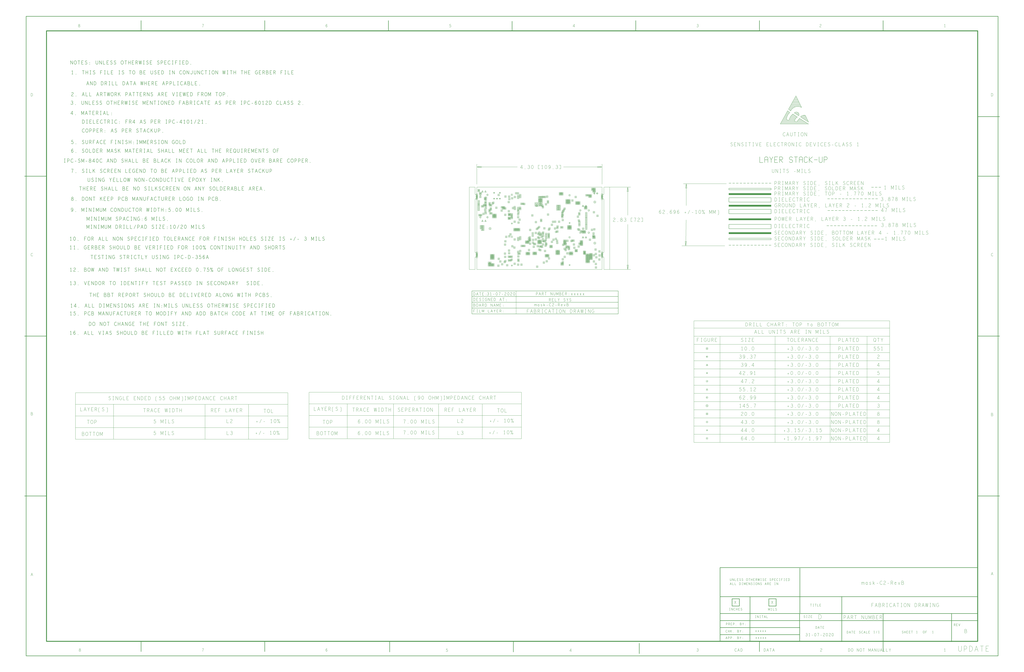
<source format=gbr>
G04 ================== begin FILE IDENTIFICATION RECORD ==================*
G04 Layout Name:  E:/Mask Board/WORK/16-05-22/mask-C2-RevC.brd*
G04 Film Name:    mask-C2-RevC_FAB_NOTES.gbr*
G04 File Format:  Gerber RS274X*
G04 File Origin:  Cadence Allegro 16.6-P004*
G04 Origin Date:  Mon May 16 22:50:49 2022*
G04 *
G04 Layer:  MANUFACTURING/NCLEGEND-1-4*
G04 Layer:  MANUFACTURING/NCDRILL_LEGEND*
G04 Layer:  MANUFACTURING/NCDRILL_FIGURE*
G04 Layer:  MANUFACTURING/STACKUP*
G04 Layer:  DRAWING FORMAT/FAB_OUTLINE*
G04 Layer:  DRAWING FORMAT/FAB_SHT1*
G04 Layer:  BOARD GEOMETRY/OUTLINE*
G04 Layer:  BOARD GEOMETRY/DIMENSION*
G04 Layer:  BOARD GEOMETRY/FAB_NOTES_SHT2*
G04 Layer:  BOARD GEOMETRY/FAB_NOTES*
G04 *
G04 Offset:    (0.00 0.00)*
G04 Mirror:    No*
G04 Mode:      Positive*
G04 Rotation:  0*
G04 FullContactRelief:  No*
G04 UndefLineWidth:     6.00*
G04 ================== end FILE IDENTIFICATION RECORD ====================*
%FSLAX55Y55*MOIN*%
%IR0*IPPOS*OFA0.00000B0.00000*MIA0B0*SFA1.00000B1.00000*%
%AMMACRO20*
1,1,.006,0.0,.03*
20,1,.006,0.0,.03,.03,-.03,0.0*
1,1,.006,.03,-.03*
20,1,.006,.03,-.03,-.03,-.03,0.0*
1,1,.006,-.03,-.03*
20,1,.006,-.03,-.03,0.0,.03,0.0*
1,1,.006,0.0,.03*
1,1,.006,.003,0.0*
20,1,.006,.003,0.0,.013,0.0,0.0*
1,1,.006,.013,0.0*
20,1,.006,.013,0.0,.013,-.009,0.0*
1,1,.006,.013,-.009*
20,1,.006,.013,-.009,.01,-.012,0.0*
1,1,.006,.01,-.012*
20,1,.006,.01,-.012,.0065,-.014,0.0*
1,1,.006,.0065,-.014*
20,1,.006,.0065,-.014,.0015,-.015,0.0*
1,1,.006,.0015,-.015*
20,1,.006,.0015,-.015,-.0035,-.014,0.0*
1,1,.006,-.0035,-.014*
20,1,.006,-.0035,-.014,-.007,-.012,0.0*
1,1,.006,-.007,-.012*
20,1,.006,-.007,-.012,-.01,-.009,0.0*
1,1,.006,-.01,-.009*
20,1,.006,-.01,-.009,-.012,-.0055,0.0*
1,1,.006,-.012,-.0055*
20,1,.006,-.012,-.0055,-.013,-.0015,0.0*
1,1,.006,-.013,-.0015*
20,1,.006,-.013,-.0015,-.013,.002,0.0*
1,1,.006,-.013,.002*
20,1,.006,-.013,.002,-.012,.005,0.0*
1,1,.006,-.012,.005*
20,1,.006,-.012,.005,-.01,.0085,0.0*
1,1,.006,-.01,.0085*
20,1,.006,-.01,.0085,-.007,.0115,0.0*
1,1,.006,-.007,.0115*
20,1,.006,-.007,.0115,-.004,.0135,0.0*
1,1,.006,-.004,.0135*
20,1,.006,-.004,.0135,0.0,.015,0.0*
1,1,.006,0.0,.015*
20,1,.006,0.0,.015,.0035,.015,0.0*
1,1,.006,.0035,.015*
20,1,.006,.0035,.015,.0075,.014,0.0*
1,1,.006,.0075,.014*
20,1,.006,.0075,.014,.0105,.012,0.0*
1,1,.006,.0105,.012*
%
%ADD20MACRO20*%
%AMMACRO16*
1,1,.006,.02,0.0*
20,1,.006,.02,0.0,.019696,-.003473,0.0*
1,1,.006,.019696,-.003473*
20,1,.006,.019696,-.003473,.018794,-.00684,0.0*
1,1,.006,.018794,-.00684*
20,1,.006,.018794,-.00684,.017321,-.01,0.0*
1,1,.006,.017321,-.01*
20,1,.006,.017321,-.01,.015321,-.012856,0.0*
1,1,.006,.015321,-.012856*
20,1,.006,.015321,-.012856,.012856,-.015321,0.0*
1,1,.006,.012856,-.015321*
20,1,.006,.012856,-.015321,.01,-.017321,0.0*
1,1,.006,.01,-.017321*
20,1,.006,.01,-.017321,.00684,-.018794,0.0*
1,1,.006,.00684,-.018794*
20,1,.006,.00684,-.018794,.003473,-.019696,0.0*
1,1,.006,.003473,-.019696*
20,1,.006,.003473,-.019696,0.0,-.02,0.0*
1,1,.006,0.0,-.02*
20,1,.006,0.0,-.02,-.003473,-.019696,0.0*
1,1,.006,-.003473,-.019696*
20,1,.006,-.003473,-.019696,-.00684,-.018794,0.0*
1,1,.006,-.00684,-.018794*
20,1,.006,-.00684,-.018794,-.01,-.017321,0.0*
1,1,.006,-.01,-.017321*
20,1,.006,-.01,-.017321,-.012856,-.015321,0.0*
1,1,.006,-.012856,-.015321*
20,1,.006,-.012856,-.015321,-.015321,-.012856,0.0*
1,1,.006,-.015321,-.012856*
20,1,.006,-.015321,-.012856,-.017321,-.01,0.0*
1,1,.006,-.017321,-.01*
20,1,.006,-.017321,-.01,-.018794,-.00684,0.0*
1,1,.006,-.018794,-.00684*
20,1,.006,-.018794,-.00684,-.019696,-.003473,0.0*
1,1,.006,-.019696,-.003473*
20,1,.006,-.019696,-.003473,-.02,0.0,0.0*
1,1,.006,-.02,0.0*
20,1,.006,-.02,0.0,-.019696,.003473,0.0*
1,1,.006,-.019696,.003473*
20,1,.006,-.019696,.003473,-.018794,.00684,0.0*
1,1,.006,-.018794,.00684*
20,1,.006,-.018794,.00684,-.017321,.01,0.0*
1,1,.006,-.017321,.01*
20,1,.006,-.017321,.01,-.015321,.012856,0.0*
1,1,.006,-.015321,.012856*
20,1,.006,-.015321,.012856,-.012856,.015321,0.0*
1,1,.006,-.012856,.015321*
20,1,.006,-.012856,.015321,-.01,.017321,0.0*
1,1,.006,-.01,.017321*
20,1,.006,-.01,.017321,-.00684,.018794,0.0*
1,1,.006,-.00684,.018794*
20,1,.006,-.00684,.018794,-.003473,.019696,0.0*
1,1,.006,-.003473,.019696*
20,1,.006,-.003473,.019696,0.0,.02,0.0*
1,1,.006,0.0,.02*
20,1,.006,0.0,.02,.003473,.019696,0.0*
1,1,.006,.003473,.019696*
20,1,.006,.003473,.019696,.00684,.018794,0.0*
1,1,.006,.00684,.018794*
20,1,.006,.00684,.018794,.01,.017321,0.0*
1,1,.006,.01,.017321*
20,1,.006,.01,.017321,.012856,.015321,0.0*
1,1,.006,.012856,.015321*
20,1,.006,.012856,.015321,.015321,.012856,0.0*
1,1,.006,.015321,.012856*
20,1,.006,.015321,.012856,.017321,.01,0.0*
1,1,.006,.017321,.01*
20,1,.006,.017321,.01,.018794,.00684,0.0*
1,1,.006,.018794,.00684*
20,1,.006,.018794,.00684,.019696,.003473,0.0*
1,1,.006,.019696,.003473*
20,1,.006,.019696,.003473,.02,0.0,0.0*
1,1,.006,.02,0.0*
1,1,.006,-.00733,-.01*
20,1,.006,-.00733,-.01,-.00733,.01,0.0*
1,1,.006,-.00733,.01*
20,1,.006,-.00733,.01,-.00067,.01,0.0*
1,1,.006,-.00067,.01*
20,1,.006,-.00067,.01,.002,.009,0.0*
1,1,.006,.002,.009*
20,1,.006,.002,.009,.004,.00767,0.0*
1,1,.006,.004,.00767*
20,1,.006,.004,.00767,.00567,.00567,0.0*
1,1,.006,.00567,.00567*
20,1,.006,.00567,.00567,.007,.00333,0.0*
1,1,.006,.007,.00333*
20,1,.006,.007,.00333,.00733,0.0,0.0*
1,1,.006,.00733,0.0*
20,1,.006,.00733,0.0,.007,-.00333,0.0*
1,1,.006,.007,-.00333*
20,1,.006,.007,-.00333,.00567,-.00567,0.0*
1,1,.006,.00567,-.00567*
20,1,.006,.00567,-.00567,.004,-.00767,0.0*
1,1,.006,.004,-.00767*
20,1,.006,.004,-.00767,.002,-.009,0.0*
1,1,.006,.002,-.009*
20,1,.006,.002,-.009,-.00067,-.01,0.0*
1,1,.006,-.00067,-.01*
20,1,.006,-.00067,-.01,-.00733,-.01,0.0*
1,1,.006,-.00733,-.01*
%
%ADD16MACRO16*%
%AMMACRO12*
1,1,.006,.03,.03*
20,1,.006,.03,.03,.03,-.03,0.0*
1,1,.006,.03,-.03*
20,1,.006,.03,-.03,-.03,-.03,0.0*
1,1,.006,-.03,-.03*
20,1,.006,-.03,-.03,-.03,.03,0.0*
1,1,.006,-.03,.03*
20,1,.006,-.03,.03,.03,.03,0.0*
1,1,.006,.03,.03*
1,1,.006,-.0125,-.015*
20,1,.006,-.0125,-.015,0.0,.015,0.0*
1,1,.006,0.0,.015*
20,1,.006,0.0,.015,.0125,-.015,0.0*
1,1,.006,.0125,-.015*
1,1,.006,.008,-.0045*
20,1,.006,.008,-.0045,-.008,-.0045,0.0*
1,1,.006,-.008,-.0045*
%
%ADD12MACRO12*%
%AMMACRO10*
1,1,.006,.03,0.0*
20,1,.006,.03,0.0,.029544,-.005209,0.0*
1,1,.006,.029544,-.005209*
20,1,.006,.029544,-.005209,.028191,-.010261,0.0*
1,1,.006,.028191,-.010261*
20,1,.006,.028191,-.010261,.025981,-.015,0.0*
1,1,.006,.025981,-.015*
20,1,.006,.025981,-.015,.022981,-.019284,0.0*
1,1,.006,.022981,-.019284*
20,1,.006,.022981,-.019284,.019284,-.022981,0.0*
1,1,.006,.019284,-.022981*
20,1,.006,.019284,-.022981,.015,-.025981,0.0*
1,1,.006,.015,-.025981*
20,1,.006,.015,-.025981,.010261,-.028191,0.0*
1,1,.006,.010261,-.028191*
20,1,.006,.010261,-.028191,.005209,-.029544,0.0*
1,1,.006,.005209,-.029544*
20,1,.006,.005209,-.029544,0.0,-.03,0.0*
1,1,.006,0.0,-.03*
20,1,.006,0.0,-.03,-.005209,-.029544,0.0*
1,1,.006,-.005209,-.029544*
20,1,.006,-.005209,-.029544,-.010261,-.028191,0.0*
1,1,.006,-.010261,-.028191*
20,1,.006,-.010261,-.028191,-.015,-.025981,0.0*
1,1,.006,-.015,-.025981*
20,1,.006,-.015,-.025981,-.019284,-.022981,0.0*
1,1,.006,-.019284,-.022981*
20,1,.006,-.019284,-.022981,-.022981,-.019284,0.0*
1,1,.006,-.022981,-.019284*
20,1,.006,-.022981,-.019284,-.025981,-.015,0.0*
1,1,.006,-.025981,-.015*
20,1,.006,-.025981,-.015,-.028191,-.010261,0.0*
1,1,.006,-.028191,-.010261*
20,1,.006,-.028191,-.010261,-.029544,-.005209,0.0*
1,1,.006,-.029544,-.005209*
20,1,.006,-.029544,-.005209,-.03,0.0,0.0*
1,1,.006,-.03,0.0*
20,1,.006,-.03,0.0,-.029544,.005209,0.0*
1,1,.006,-.029544,.005209*
20,1,.006,-.029544,.005209,-.028191,.010261,0.0*
1,1,.006,-.028191,.010261*
20,1,.006,-.028191,.010261,-.025981,.015,0.0*
1,1,.006,-.025981,.015*
20,1,.006,-.025981,.015,-.022981,.019284,0.0*
1,1,.006,-.022981,.019284*
20,1,.006,-.022981,.019284,-.019284,.022981,0.0*
1,1,.006,-.019284,.022981*
20,1,.006,-.019284,.022981,-.015,.025981,0.0*
1,1,.006,-.015,.025981*
20,1,.006,-.015,.025981,-.010261,.028191,0.0*
1,1,.006,-.010261,.028191*
20,1,.006,-.010261,.028191,-.005209,.029544,0.0*
1,1,.006,-.005209,.029544*
20,1,.006,-.005209,.029544,0.0,.03,0.0*
1,1,.006,0.0,.03*
20,1,.006,0.0,.03,.005209,.029544,0.0*
1,1,.006,.005209,.029544*
20,1,.006,.005209,.029544,.010261,.028191,0.0*
1,1,.006,.010261,.028191*
20,1,.006,.010261,.028191,.015,.025981,0.0*
1,1,.006,.015,.025981*
20,1,.006,.015,.025981,.019284,.022981,0.0*
1,1,.006,.019284,.022981*
20,1,.006,.019284,.022981,.022981,.019284,0.0*
1,1,.006,.022981,.019284*
20,1,.006,.022981,.019284,.025981,.015,0.0*
1,1,.006,.025981,.015*
20,1,.006,.025981,.015,.028191,.010261,0.0*
1,1,.006,.028191,.010261*
20,1,.006,.028191,.010261,.029544,.005209,0.0*
1,1,.006,.029544,.005209*
20,1,.006,.029544,.005209,.03,0.0,0.0*
1,1,.006,.03,0.0*
1,1,.006,-.006,.015*
20,1,.006,-.006,.015,.006,.015,0.0*
1,1,.006,.006,.015*
1,1,.006,0.0,.015*
20,1,.006,0.0,.015,0.0,-.015,0.0*
1,1,.006,0.0,-.015*
1,1,.006,-.006,-.015*
20,1,.006,-.006,-.015,.006,-.015,0.0*
1,1,.006,.006,-.015*
%
%ADD10MACRO10*%
%AMMACRO21*
1,1,.006,.03,0.0*
20,1,.006,.03,0.0,0.0,-.03,0.0*
1,1,.006,0.0,-.03*
20,1,.006,0.0,-.03,-.03,0.0,0.0*
1,1,.006,-.03,0.0*
20,1,.006,-.03,0.0,0.0,.03,0.0*
1,1,.006,0.0,.03*
20,1,.006,0.0,.03,.03,0.0,0.0*
1,1,.006,.03,0.0*
1,1,.006,-.0095,-.015*
20,1,.006,-.0095,-.015,-.0095,.015,0.0*
1,1,.006,-.0095,.015*
20,1,.006,-.0095,.015,.0095,.015,0.0*
1,1,.006,.0095,.015*
1,1,.006,.0025,.0005*
20,1,.006,.0025,.0005,-.0095,.0005,0.0*
1,1,.006,-.0095,.0005*
%
%ADD21MACRO21*%
%AMMACRO15*
1,1,.006,.04,0.0*
20,1,.006,.04,0.0,.039392,-.006946,0.0*
1,1,.006,.039392,-.006946*
20,1,.006,.039392,-.006946,.037588,-.013681,0.0*
1,1,.006,.037588,-.013681*
20,1,.006,.037588,-.013681,.034641,-.02,0.0*
1,1,.006,.034641,-.02*
20,1,.006,.034641,-.02,.030642,-.025712,0.0*
1,1,.006,.030642,-.025712*
20,1,.006,.030642,-.025712,.025712,-.030642,0.0*
1,1,.006,.025712,-.030642*
20,1,.006,.025712,-.030642,.02,-.034641,0.0*
1,1,.006,.02,-.034641*
20,1,.006,.02,-.034641,.013681,-.037588,0.0*
1,1,.006,.013681,-.037588*
20,1,.006,.013681,-.037588,.006946,-.039392,0.0*
1,1,.006,.006946,-.039392*
20,1,.006,.006946,-.039392,0.0,-.04,0.0*
1,1,.006,0.0,-.04*
20,1,.006,0.0,-.04,-.006946,-.039392,0.0*
1,1,.006,-.006946,-.039392*
20,1,.006,-.006946,-.039392,-.013681,-.037588,0.0*
1,1,.006,-.013681,-.037588*
20,1,.006,-.013681,-.037588,-.02,-.034641,0.0*
1,1,.006,-.02,-.034641*
20,1,.006,-.02,-.034641,-.025712,-.030642,0.0*
1,1,.006,-.025712,-.030642*
20,1,.006,-.025712,-.030642,-.030642,-.025712,0.0*
1,1,.006,-.030642,-.025712*
20,1,.006,-.030642,-.025712,-.034641,-.02,0.0*
1,1,.006,-.034641,-.02*
20,1,.006,-.034641,-.02,-.037588,-.013681,0.0*
1,1,.006,-.037588,-.013681*
20,1,.006,-.037588,-.013681,-.039392,-.006946,0.0*
1,1,.006,-.039392,-.006946*
20,1,.006,-.039392,-.006946,-.04,0.0,0.0*
1,1,.006,-.04,0.0*
20,1,.006,-.04,0.0,-.039392,.006946,0.0*
1,1,.006,-.039392,.006946*
20,1,.006,-.039392,.006946,-.037588,.013681,0.0*
1,1,.006,-.037588,.013681*
20,1,.006,-.037588,.013681,-.034641,.02,0.0*
1,1,.006,-.034641,.02*
20,1,.006,-.034641,.02,-.030642,.025712,0.0*
1,1,.006,-.030642,.025712*
20,1,.006,-.030642,.025712,-.025712,.030642,0.0*
1,1,.006,-.025712,.030642*
20,1,.006,-.025712,.030642,-.02,.034641,0.0*
1,1,.006,-.02,.034641*
20,1,.006,-.02,.034641,-.013681,.037588,0.0*
1,1,.006,-.013681,.037588*
20,1,.006,-.013681,.037588,-.006946,.039392,0.0*
1,1,.006,-.006946,.039392*
20,1,.006,-.006946,.039392,0.0,.04,0.0*
1,1,.006,0.0,.04*
20,1,.006,0.0,.04,.006946,.039392,0.0*
1,1,.006,.006946,.039392*
20,1,.006,.006946,.039392,.013681,.037588,0.0*
1,1,.006,.013681,.037588*
20,1,.006,.013681,.037588,.02,.034641,0.0*
1,1,.006,.02,.034641*
20,1,.006,.02,.034641,.025712,.030642,0.0*
1,1,.006,.025712,.030642*
20,1,.006,.025712,.030642,.030642,.025712,0.0*
1,1,.006,.030642,.025712*
20,1,.006,.030642,.025712,.034641,.02,0.0*
1,1,.006,.034641,.02*
20,1,.006,.034641,.02,.037588,.013681,0.0*
1,1,.006,.037588,.013681*
20,1,.006,.037588,.013681,.039392,.006946,0.0*
1,1,.006,.039392,.006946*
20,1,.006,.039392,.006946,.04,0.0,0.0*
1,1,.006,.04,0.0*
1,1,.006,.004,0.0*
20,1,.006,.004,0.0,.01733,0.0,0.0*
1,1,.006,.01733,0.0*
20,1,.006,.01733,0.0,.01733,-.012,0.0*
1,1,.006,.01733,-.012*
20,1,.006,.01733,-.012,.01333,-.016,0.0*
1,1,.006,.01333,-.016*
20,1,.006,.01333,-.016,.00867,-.01867,0.0*
1,1,.006,.00867,-.01867*
20,1,.006,.00867,-.01867,.002,-.02,0.0*
1,1,.006,.002,-.02*
20,1,.006,.002,-.02,-.00467,-.01867,0.0*
1,1,.006,-.00467,-.01867*
20,1,.006,-.00467,-.01867,-.00933,-.016,0.0*
1,1,.006,-.00933,-.016*
20,1,.006,-.00933,-.016,-.01333,-.012,0.0*
1,1,.006,-.01333,-.012*
20,1,.006,-.01333,-.012,-.016,-.00733,0.0*
1,1,.006,-.016,-.00733*
20,1,.006,-.016,-.00733,-.01733,-.002,0.0*
1,1,.006,-.01733,-.002*
20,1,.006,-.01733,-.002,-.01733,.00267,0.0*
1,1,.006,-.01733,.00267*
20,1,.006,-.01733,.00267,-.016,.00667,0.0*
1,1,.006,-.016,.00667*
20,1,.006,-.016,.00667,-.01333,.01133,0.0*
1,1,.006,-.01333,.01133*
20,1,.006,-.01333,.01133,-.00933,.01533,0.0*
1,1,.006,-.00933,.01533*
20,1,.006,-.00933,.01533,-.00533,.018,0.0*
1,1,.006,-.00533,.018*
20,1,.006,-.00533,.018,0.0,.02,0.0*
1,1,.006,0.0,.02*
20,1,.006,0.0,.02,.00467,.02,0.0*
1,1,.006,.00467,.02*
20,1,.006,.00467,.02,.01,.01867,0.0*
1,1,.006,.01,.01867*
20,1,.006,.01,.01867,.014,.016,0.0*
1,1,.006,.014,.016*
%
%ADD15MACRO15*%
%AMMACRO11*
1,1,.006,.03,.03*
20,1,.006,.03,.03,.03,-.03,0.0*
1,1,.006,.03,-.03*
20,1,.006,.03,-.03,-.03,-.03,0.0*
1,1,.006,-.03,-.03*
20,1,.006,-.03,-.03,-.03,.03,0.0*
1,1,.006,-.03,.03*
20,1,.006,-.03,.03,.03,.03,0.0*
1,1,.006,.03,.03*
1,1,.006,-.0105,-.015*
20,1,.006,-.0105,-.015,-.0105,.015,0.0*
1,1,.006,-.0105,.015*
1,1,.006,.0105,.015*
20,1,.006,.0105,.015,.0105,-.015,0.0*
1,1,.006,.0105,-.015*
1,1,.006,.0105,0.0*
20,1,.006,.0105,0.0,-.0105,0.0,0.0*
1,1,.006,-.0105,0.0*
%
%ADD11MACRO11*%
%AMMACRO17*
1,1,.006,.022,0.0*
20,1,.006,.022,0.0,.021666,-.00382,0.0*
1,1,.006,.021666,-.00382*
20,1,.006,.021666,-.00382,.020673,-.007524,0.0*
1,1,.006,.020673,-.007524*
20,1,.006,.020673,-.007524,.019053,-.011,0.0*
1,1,.006,.019053,-.011*
20,1,.006,.019053,-.011,.016853,-.014141,0.0*
1,1,.006,.016853,-.014141*
20,1,.006,.016853,-.014141,.014141,-.016853,0.0*
1,1,.006,.014141,-.016853*
20,1,.006,.014141,-.016853,.011,-.019053,0.0*
1,1,.006,.011,-.019053*
20,1,.006,.011,-.019053,.007524,-.020673,0.0*
1,1,.006,.007524,-.020673*
20,1,.006,.007524,-.020673,.00382,-.021666,0.0*
1,1,.006,.00382,-.021666*
20,1,.006,.00382,-.021666,0.0,-.022,0.0*
1,1,.006,0.0,-.022*
20,1,.006,0.0,-.022,-.00382,-.021666,0.0*
1,1,.006,-.00382,-.021666*
20,1,.006,-.00382,-.021666,-.007524,-.020673,0.0*
1,1,.006,-.007524,-.020673*
20,1,.006,-.007524,-.020673,-.011,-.019053,0.0*
1,1,.006,-.011,-.019053*
20,1,.006,-.011,-.019053,-.014141,-.016853,0.0*
1,1,.006,-.014141,-.016853*
20,1,.006,-.014141,-.016853,-.016853,-.014141,0.0*
1,1,.006,-.016853,-.014141*
20,1,.006,-.016853,-.014141,-.019053,-.011,0.0*
1,1,.006,-.019053,-.011*
20,1,.006,-.019053,-.011,-.020673,-.007524,0.0*
1,1,.006,-.020673,-.007524*
20,1,.006,-.020673,-.007524,-.021666,-.00382,0.0*
1,1,.006,-.021666,-.00382*
20,1,.006,-.021666,-.00382,-.022,0.0,0.0*
1,1,.006,-.022,0.0*
20,1,.006,-.022,0.0,-.021666,.00382,0.0*
1,1,.006,-.021666,.00382*
20,1,.006,-.021666,.00382,-.020673,.007524,0.0*
1,1,.006,-.020673,.007524*
20,1,.006,-.020673,.007524,-.019053,.011,0.0*
1,1,.006,-.019053,.011*
20,1,.006,-.019053,.011,-.016853,.014141,0.0*
1,1,.006,-.016853,.014141*
20,1,.006,-.016853,.014141,-.014141,.016853,0.0*
1,1,.006,-.014141,.016853*
20,1,.006,-.014141,.016853,-.011,.019053,0.0*
1,1,.006,-.011,.019053*
20,1,.006,-.011,.019053,-.007524,.020673,0.0*
1,1,.006,-.007524,.020673*
20,1,.006,-.007524,.020673,-.00382,.021666,0.0*
1,1,.006,-.00382,.021666*
20,1,.006,-.00382,.021666,0.0,.022,0.0*
1,1,.006,0.0,.022*
20,1,.006,0.0,.022,.00382,.021666,0.0*
1,1,.006,.00382,.021666*
20,1,.006,.00382,.021666,.007524,.020673,0.0*
1,1,.006,.007524,.020673*
20,1,.006,.007524,.020673,.011,.019053,0.0*
1,1,.006,.011,.019053*
20,1,.006,.011,.019053,.014141,.016853,0.0*
1,1,.006,.014141,.016853*
20,1,.006,.014141,.016853,.016853,.014141,0.0*
1,1,.006,.016853,.014141*
20,1,.006,.016853,.014141,.019053,.011,0.0*
1,1,.006,.019053,.011*
20,1,.006,.019053,.011,.020673,.007524,0.0*
1,1,.006,.020673,.007524*
20,1,.006,.020673,.007524,.021666,.00382,0.0*
1,1,.006,.021666,.00382*
20,1,.006,.021666,.00382,.022,0.0,0.0*
1,1,.006,.022,0.0*
1,1,.006,-.00733,-.0066*
20,1,.006,-.00733,-.0066,-.0055,-.0088,0.0*
1,1,.006,-.0055,-.0088*
20,1,.006,-.0055,-.0088,-.0033,-.01027,0.0*
1,1,.006,-.0033,-.01027*
20,1,.006,-.0033,-.01027,-.00073,-.011,0.0*
1,1,.006,-.00073,-.011*
20,1,.006,-.00073,-.011,.0022,-.01027,0.0*
1,1,.006,.0022,-.01027*
20,1,.006,.0022,-.01027,.0044,-.0088,0.0*
1,1,.006,.0044,-.0088*
20,1,.006,.0044,-.0088,.0066,-.0066,0.0*
1,1,.006,.0066,-.0066*
20,1,.006,.0066,-.0066,.00733,-.00367,0.0*
1,1,.006,.00733,-.00367*
20,1,.006,.00733,-.00367,.00733,.011,0.0*
1,1,.006,.00733,.011*
%
%ADD17MACRO17*%
%AMMACRO18*
1,1,.006,.032,0.0*
20,1,.006,.032,0.0,.031514,-.005557,0.0*
1,1,.006,.031514,-.005557*
20,1,.006,.031514,-.005557,.03007,-.010945,0.0*
1,1,.006,.03007,-.010945*
20,1,.006,.03007,-.010945,.027713,-.016,0.0*
1,1,.006,.027713,-.016*
20,1,.006,.027713,-.016,.024513,-.020569,0.0*
1,1,.006,.024513,-.020569*
20,1,.006,.024513,-.020569,.020569,-.024513,0.0*
1,1,.006,.020569,-.024513*
20,1,.006,.020569,-.024513,.016,-.027713,0.0*
1,1,.006,.016,-.027713*
20,1,.006,.016,-.027713,.010945,-.03007,0.0*
1,1,.006,.010945,-.03007*
20,1,.006,.010945,-.03007,.005557,-.031514,0.0*
1,1,.006,.005557,-.031514*
20,1,.006,.005557,-.031514,0.0,-.032,0.0*
1,1,.006,0.0,-.032*
20,1,.006,0.0,-.032,-.005557,-.031514,0.0*
1,1,.006,-.005557,-.031514*
20,1,.006,-.005557,-.031514,-.010945,-.03007,0.0*
1,1,.006,-.010945,-.03007*
20,1,.006,-.010945,-.03007,-.016,-.027713,0.0*
1,1,.006,-.016,-.027713*
20,1,.006,-.016,-.027713,-.020569,-.024513,0.0*
1,1,.006,-.020569,-.024513*
20,1,.006,-.020569,-.024513,-.024513,-.020569,0.0*
1,1,.006,-.024513,-.020569*
20,1,.006,-.024513,-.020569,-.027713,-.016,0.0*
1,1,.006,-.027713,-.016*
20,1,.006,-.027713,-.016,-.03007,-.010945,0.0*
1,1,.006,-.03007,-.010945*
20,1,.006,-.03007,-.010945,-.031514,-.005557,0.0*
1,1,.006,-.031514,-.005557*
20,1,.006,-.031514,-.005557,-.032,0.0,0.0*
1,1,.006,-.032,0.0*
20,1,.006,-.032,0.0,-.031514,.005557,0.0*
1,1,.006,-.031514,.005557*
20,1,.006,-.031514,.005557,-.03007,.010945,0.0*
1,1,.006,-.03007,.010945*
20,1,.006,-.03007,.010945,-.027713,.016,0.0*
1,1,.006,-.027713,.016*
20,1,.006,-.027713,.016,-.024513,.020569,0.0*
1,1,.006,-.024513,.020569*
20,1,.006,-.024513,.020569,-.020569,.024513,0.0*
1,1,.006,-.020569,.024513*
20,1,.006,-.020569,.024513,-.016,.027713,0.0*
1,1,.006,-.016,.027713*
20,1,.006,-.016,.027713,-.010945,.03007,0.0*
1,1,.006,-.010945,.03007*
20,1,.006,-.010945,.03007,-.005557,.031514,0.0*
1,1,.006,-.005557,.031514*
20,1,.006,-.005557,.031514,0.0,.032,0.0*
1,1,.006,0.0,.032*
20,1,.006,0.0,.032,.005557,.031514,0.0*
1,1,.006,.005557,.031514*
20,1,.006,.005557,.031514,.010945,.03007,0.0*
1,1,.006,.010945,.03007*
20,1,.006,.010945,.03007,.016,.027713,0.0*
1,1,.006,.016,.027713*
20,1,.006,.016,.027713,.020569,.024513,0.0*
1,1,.006,.020569,.024513*
20,1,.006,.020569,.024513,.024513,.020569,0.0*
1,1,.006,.024513,.020569*
20,1,.006,.024513,.020569,.027713,.016,0.0*
1,1,.006,.027713,.016*
20,1,.006,.027713,.016,.03007,.010945,0.0*
1,1,.006,.03007,.010945*
20,1,.006,.03007,.010945,.031514,.005557,0.0*
1,1,.006,.031514,.005557*
20,1,.006,.031514,.005557,.032,0.0,0.0*
1,1,.006,.032,0.0*
1,1,.006,-.01173,-.016*
20,1,.006,-.01173,-.016,-.01173,.016,0.0*
1,1,.006,-.01173,.016*
1,1,.006,.00853,.016*
20,1,.006,.00853,.016,-.01173,-.00373,0.0*
1,1,.006,-.01173,-.00373*
1,1,.006,.01173,-.016*
20,1,.006,.01173,-.016,-.00267,.00533,0.0*
1,1,.006,-.00267,.00533*
%
%ADD18MACRO18*%
%AMMACRO14*
1,1,.006,-.03,0.0*
20,1,.006,-.03,0.0,-.029544,.005209,0.0*
1,1,.006,-.029544,.005209*
20,1,.006,-.029544,.005209,-.028191,.010261,0.0*
1,1,.006,-.028191,.010261*
20,1,.006,-.028191,.010261,-.025981,.015,0.0*
1,1,.006,-.025981,.015*
20,1,.006,-.025981,.015,-.022981,.019284,0.0*
1,1,.006,-.022981,.019284*
20,1,.006,-.022981,.019284,-.019284,.022981,0.0*
1,1,.006,-.019284,.022981*
20,1,.006,-.019284,.022981,-.015,.025981,0.0*
1,1,.006,-.015,.025981*
20,1,.006,-.015,.025981,-.010261,.028191,0.0*
1,1,.006,-.010261,.028191*
20,1,.006,-.010261,.028191,-.005209,.029544,0.0*
1,1,.006,-.005209,.029544*
20,1,.006,-.005209,.029544,0.0,.03,0.0*
1,1,.006,0.0,.03*
20,1,.006,0.0,.03,.005209,.029544,0.0*
1,1,.006,.005209,.029544*
20,1,.006,.005209,.029544,.010261,.028191,0.0*
1,1,.006,.010261,.028191*
20,1,.006,.010261,.028191,.015,.025981,0.0*
1,1,.006,.015,.025981*
20,1,.006,.015,.025981,.019284,.022981,0.0*
1,1,.006,.019284,.022981*
20,1,.006,.019284,.022981,.022981,.019284,0.0*
1,1,.006,.022981,.019284*
20,1,.006,.022981,.019284,.025981,.015,0.0*
1,1,.006,.025981,.015*
20,1,.006,.025981,.015,.028191,.010261,0.0*
1,1,.006,.028191,.010261*
20,1,.006,.028191,.010261,.029544,.005209,0.0*
1,1,.006,.029544,.005209*
20,1,.006,.029544,.005209,.03,0.0,0.0*
1,1,.006,.03,0.0*
20,1,.006,.03,0.0,.029544,-.005209,0.0*
1,1,.006,.029544,-.005209*
20,1,.006,.029544,-.005209,.028191,-.010261,0.0*
1,1,.006,.028191,-.010261*
20,1,.006,.028191,-.010261,.025981,-.015,0.0*
1,1,.006,.025981,-.015*
20,1,.006,.025981,-.015,.022981,-.019284,0.0*
1,1,.006,.022981,-.019284*
20,1,.006,.022981,-.019284,.019284,-.022981,0.0*
1,1,.006,.019284,-.022981*
20,1,.006,.019284,-.022981,.015,-.025981,0.0*
1,1,.006,.015,-.025981*
20,1,.006,.015,-.025981,.010261,-.028191,0.0*
1,1,.006,.010261,-.028191*
20,1,.006,.010261,-.028191,.005209,-.029544,0.0*
1,1,.006,.005209,-.029544*
20,1,.006,.005209,-.029544,0.0,-.03,0.0*
1,1,.006,0.0,-.03*
20,1,.006,0.0,-.03,-.005209,-.029544,0.0*
1,1,.006,-.005209,-.029544*
20,1,.006,-.005209,-.029544,-.010261,-.028191,0.0*
1,1,.006,-.010261,-.028191*
20,1,.006,-.010261,-.028191,-.015,-.025981,0.0*
1,1,.006,-.015,-.025981*
20,1,.006,-.015,-.025981,-.019284,-.022981,0.0*
1,1,.006,-.019284,-.022981*
20,1,.006,-.019284,-.022981,-.022981,-.019284,0.0*
1,1,.006,-.022981,-.019284*
20,1,.006,-.022981,-.019284,-.025981,-.015,0.0*
1,1,.006,-.025981,-.015*
20,1,.006,-.025981,-.015,-.028191,-.010261,0.0*
1,1,.006,-.028191,-.010261*
20,1,.006,-.028191,-.010261,-.029544,-.005209,0.0*
1,1,.006,-.029544,-.005209*
20,1,.006,-.029544,-.005209,-.03,0.0,0.0*
1,1,.006,-.03,0.0*
1,1,.006,.01,-.015*
20,1,.006,.01,-.015,-.01,-.015,0.0*
1,1,.006,-.01,-.015*
20,1,.006,-.01,-.015,-.01,.015,0.0*
1,1,.006,-.01,.015*
20,1,.006,-.01,.015,.01,.015,0.0*
1,1,.006,.01,.015*
1,1,.006,.002,.0005*
20,1,.006,.002,.0005,-.01,.0005,0.0*
1,1,.006,-.01,.0005*
%
%ADD14MACRO14*%
%AMMACRO19*
1,1,.006,0.0,.03*
20,1,.006,0.0,.03,.005209,.029544,0.0*
1,1,.006,.005209,.029544*
20,1,.006,.005209,.029544,.010261,.028191,0.0*
1,1,.006,.010261,.028191*
20,1,.006,.010261,.028191,.015,.025981,0.0*
1,1,.006,.015,.025981*
20,1,.006,.015,.025981,.019284,.022981,0.0*
1,1,.006,.019284,.022981*
20,1,.006,.019284,.022981,.022981,.019284,0.0*
1,1,.006,.022981,.019284*
20,1,.006,.022981,.019284,.025981,.015,0.0*
1,1,.006,.025981,.015*
20,1,.006,.025981,.015,.028191,.010261,0.0*
1,1,.006,.028191,.010261*
20,1,.006,.028191,.010261,.029544,.005209,0.0*
1,1,.006,.029544,.005209*
20,1,.006,.029544,.005209,.03,0.0,0.0*
1,1,.006,.03,0.0*
20,1,.006,.03,0.0,.029544,-.005209,0.0*
1,1,.006,.029544,-.005209*
20,1,.006,.029544,-.005209,.028191,-.010261,0.0*
1,1,.006,.028191,-.010261*
20,1,.006,.028191,-.010261,.025981,-.015,0.0*
1,1,.006,.025981,-.015*
20,1,.006,.025981,-.015,.022981,-.019284,0.0*
1,1,.006,.022981,-.019284*
20,1,.006,.022981,-.019284,.019284,-.022981,0.0*
1,1,.006,.019284,-.022981*
20,1,.006,.019284,-.022981,.015,-.025981,0.0*
1,1,.006,.015,-.025981*
20,1,.006,.015,-.025981,.010261,-.028191,0.0*
1,1,.006,.010261,-.028191*
20,1,.006,.010261,-.028191,.005209,-.029544,0.0*
1,1,.006,.005209,-.029544*
20,1,.006,.005209,-.029544,0.0,-.03,0.0*
1,1,.006,0.0,-.03*
20,1,.006,0.0,-.03,-.005209,-.029544,0.0*
1,1,.006,-.005209,-.029544*
20,1,.006,-.005209,-.029544,-.010261,-.028191,0.0*
1,1,.006,-.010261,-.028191*
20,1,.006,-.010261,-.028191,-.015,-.025981,0.0*
1,1,.006,-.015,-.025981*
20,1,.006,-.015,-.025981,-.019284,-.022981,0.0*
1,1,.006,-.019284,-.022981*
20,1,.006,-.019284,-.022981,-.022981,-.019284,0.0*
1,1,.006,-.022981,-.019284*
20,1,.006,-.022981,-.019284,-.025981,-.015,0.0*
1,1,.006,-.025981,-.015*
20,1,.006,-.025981,-.015,-.028191,-.010261,0.0*
1,1,.006,-.028191,-.010261*
20,1,.006,-.028191,-.010261,-.029544,-.005209,0.0*
1,1,.006,-.029544,-.005209*
20,1,.006,-.029544,-.005209,-.03,0.0,0.0*
1,1,.006,-.03,0.0*
20,1,.006,-.03,0.0,-.029544,.005209,0.0*
1,1,.006,-.029544,.005209*
20,1,.006,-.029544,.005209,-.028191,.010261,0.0*
1,1,.006,-.028191,.010261*
20,1,.006,-.028191,.010261,-.025981,.015,0.0*
1,1,.006,-.025981,.015*
20,1,.006,-.025981,.015,-.022981,.019284,0.0*
1,1,.006,-.022981,.019284*
20,1,.006,-.022981,.019284,-.019284,.022981,0.0*
1,1,.006,-.019284,.022981*
20,1,.006,-.019284,.022981,-.015,.025981,0.0*
1,1,.006,-.015,.025981*
20,1,.006,-.015,.025981,-.010261,.028191,0.0*
1,1,.006,-.010261,.028191*
20,1,.006,-.010261,.028191,-.005209,.029544,0.0*
1,1,.006,-.005209,.029544*
20,1,.006,-.005209,.029544,0.0,.03,0.0*
1,1,.006,0.0,.03*
1,1,.006,-.01,-.009*
20,1,.006,-.01,-.009,-.0075,-.012,0.0*
1,1,.006,-.0075,-.012*
20,1,.006,-.0075,-.012,-.0045,-.014,0.0*
1,1,.006,-.0045,-.014*
20,1,.006,-.0045,-.014,-.001,-.015,0.0*
1,1,.006,-.001,-.015*
20,1,.006,-.001,-.015,.003,-.014,0.0*
1,1,.006,.003,-.014*
20,1,.006,.003,-.014,.006,-.012,0.0*
1,1,.006,.006,-.012*
20,1,.006,.006,-.012,.009,-.009,0.0*
1,1,.006,.009,-.009*
20,1,.006,.009,-.009,.01,-.005,0.0*
1,1,.006,.01,-.005*
20,1,.006,.01,-.005,.01,.015,0.0*
1,1,.006,.01,.015*
%
%ADD19MACRO19*%
%AMMACRO13*
1,1,.006,0.0,.03*
20,1,.006,0.0,.03,.03,-.03,0.0*
1,1,.006,.03,-.03*
20,1,.006,.03,-.03,-.03,-.03,0.0*
1,1,.006,-.03,-.03*
20,1,.006,-.03,-.03,0.0,.03,0.0*
1,1,.006,0.0,.03*
1,1,.006,.011,.0125*
20,1,.006,.011,.0125,.008,.014,0.0*
1,1,.006,.008,.014*
20,1,.006,.008,.014,.0045,.015,0.0*
1,1,.006,.0045,.015*
20,1,.006,.0045,.015,.0005,.015,0.0*
1,1,.006,.0005,.015*
20,1,.006,.0005,.015,-.004,.0135,0.0*
1,1,.006,-.004,.0135*
20,1,.006,-.004,.0135,-.0075,.011,0.0*
1,1,.006,-.0075,.011*
20,1,.006,-.0075,.011,-.01,.008,0.0*
1,1,.006,-.01,.008*
20,1,.006,-.01,.008,-.012,.003,0.0*
1,1,.006,-.012,.003*
20,1,.006,-.012,.003,-.0125,-.0015,0.0*
1,1,.006,-.0125,-.0015*
20,1,.006,-.0125,-.0015,-.0115,-.006,0.0*
1,1,.006,-.0115,-.006*
20,1,.006,-.0115,-.006,-.01,-.009,0.0*
1,1,.006,-.01,-.009*
20,1,.006,-.01,-.009,-.007,-.012,0.0*
1,1,.006,-.007,-.012*
20,1,.006,-.007,-.012,-.0035,-.014,0.0*
1,1,.006,-.0035,-.014*
20,1,.006,-.0035,-.014,0.0,-.015,0.0*
1,1,.006,0.0,-.015*
20,1,.006,0.0,-.015,.0035,-.015,0.0*
1,1,.006,.0035,-.015*
20,1,.006,.0035,-.015,.007,-.014,0.0*
1,1,.006,.007,-.014*
20,1,.006,.007,-.014,.01,-.0125,0.0*
1,1,.006,.01,-.0125*
20,1,.006,.01,-.0125,.0125,-.0105,0.0*
1,1,.006,.0125,-.0105*
%
%ADD13MACRO13*%
%ADD22C,.01*%
%ADD23C,.03*%
%ADD24C,.015*%
%ADD25C,.005*%
%ADD26C,.006*%
G75*
%LPD*%
G75*
G36*
G01X865893Y122480D02*
Y127480D01*
X1010893D01*
Y122480D01*
X865893D01*
G37*
G36*
G01X865693Y170080D02*
Y175080D01*
X1010693D01*
Y170080D01*
X865693D01*
G37*
G36*
G01X866093Y216580D02*
Y221580D01*
X1011093D01*
Y216580D01*
X866093D01*
G37*
G36*
G01Y256580D02*
Y261580D01*
X1011093D01*
Y256580D01*
X866093D01*
G37*
G54D10*
X0Y42472D03*
Y57472D03*
Y242472D03*
Y257472D03*
X430315Y42472D03*
Y57472D03*
Y242472D03*
Y257472D03*
X790810Y-525120D03*
G54D11*
X0Y47472D03*
Y52472D03*
Y252472D03*
Y247472D03*
X430315Y47472D03*
Y52472D03*
Y252472D03*
Y247472D03*
X790810Y-497020D03*
G54D20*
X364782Y110551D03*
Y218819D03*
X375018Y110551D03*
Y218819D03*
X790810Y-328420D03*
G54D21*
X403930Y261276D03*
X413772D03*
X790810Y-300320D03*
G54D12*
X14000Y142200D03*
Y148200D03*
X15000Y186600D03*
X11900D03*
X8700Y186500D03*
X6400Y205000D03*
X6300Y210900D03*
X6400Y216900D03*
X6300Y222700D03*
X6730Y234330D03*
X6200Y226800D03*
X12000Y249400D03*
X6730Y269850D03*
X13700Y261960D03*
X10580Y262010D03*
X6760Y272610D03*
X22000Y136200D03*
X18000D03*
Y142200D03*
X22000D03*
Y148200D03*
X18000D03*
X23100Y191100D03*
X28500Y205100D03*
X30628Y193208D03*
X29200Y199100D03*
X24350Y221200D03*
X30580Y210900D03*
Y218200D03*
X30559Y222758D03*
X28050Y221200D03*
X17885Y216951D03*
X21585D03*
X29668Y228732D03*
X30100Y231800D03*
X30800Y240400D03*
X31300Y246400D03*
X27995Y241583D03*
Y245283D03*
X41600Y13800D03*
X46600D03*
Y22800D03*
Y17800D03*
X41600D03*
Y22800D03*
X49100Y36900D03*
Y40900D03*
Y44900D03*
Y48900D03*
X43780Y203923D03*
Y200223D03*
X47990Y206133D03*
X45800Y192800D03*
X45266Y220300D03*
X47990Y209833D03*
X48966Y220300D03*
X43800Y227663D03*
Y223963D03*
X51600Y13800D03*
X56600D03*
Y17800D03*
X51600D03*
X53100Y36900D03*
Y40900D03*
Y44900D03*
X57100D03*
Y36900D03*
Y40900D03*
X53100Y48900D03*
X57100D03*
X60270Y179710D03*
X56270D03*
X64270D03*
Y187710D03*
Y183710D03*
X56270Y187710D03*
X60270D03*
X56270Y183710D03*
X60270D03*
X50300Y192700D03*
X54046Y226544D03*
X56663Y229161D03*
X74080Y12660D03*
X80700Y27190D03*
X75300Y36200D03*
X67000Y212000D03*
X74910Y255970D03*
X95470Y25440D03*
X87090Y17800D03*
X97370Y42950D03*
X96480Y54250D03*
X96840Y85450D03*
X85300Y202300D03*
X93890Y209800D03*
Y213800D03*
X89890Y209800D03*
Y213800D03*
X85890D03*
X97910Y28560D03*
X104380Y14310D03*
X113400Y30900D03*
X110200Y31000D03*
X113200Y43600D03*
X110100D03*
X110800Y55550D03*
X110550Y65000D03*
X97950Y96550D03*
X111170Y114120D03*
X101040Y111920D03*
X109980Y174810D03*
X113090Y174690D03*
X97700Y187618D03*
X113070Y177290D03*
X109980Y177460D03*
X113460Y189948D03*
X110260Y190048D03*
X113520Y187278D03*
X110420D03*
X109940Y200300D03*
X97700Y209668D03*
X109640Y231740D03*
X111510Y241970D03*
X98430Y250700D03*
X110860Y250380D03*
X116290Y30990D03*
X119600Y43600D03*
X116500D03*
X119600Y33700D03*
X128890Y75050D03*
X121815Y79585D03*
X115640Y120790D03*
X129410Y138760D03*
Y134760D03*
X120230Y176600D03*
X119880Y181370D03*
Y185500D03*
X119930Y189500D03*
X124340Y211130D03*
X121310Y244553D03*
X130045Y19325D03*
X141970Y16175D03*
X142820Y28890D03*
X142745Y44525D03*
X142520Y34160D03*
X141900Y60230D03*
X142695Y53975D03*
X129900Y103070D03*
X142000Y107520D03*
X142100Y101200D03*
X145410Y138760D03*
Y134760D03*
X141410Y138760D03*
Y134760D03*
X137410Y138760D03*
Y134760D03*
X133410D03*
Y138760D03*
X130000Y164000D03*
X143130Y160830D03*
X141873Y179743D03*
Y189193D03*
X141880Y202160D03*
X141870Y204943D03*
X142790Y196110D03*
X129984Y214393D03*
X130627Y208093D03*
X142207Y211243D03*
X130765Y249100D03*
X142000Y252188D03*
X141900Y245900D03*
X141190Y261760D03*
X135100Y261940D03*
X153270Y16180D03*
X146930Y54280D03*
X148870Y63350D03*
X158843Y80780D03*
X154000D03*
X148870Y110702D03*
Y104402D03*
X146930Y171010D03*
X148870Y207770D03*
X148630Y211890D03*
X153300Y225600D03*
X158200D03*
X148870Y255370D03*
Y249070D03*
X171325Y56280D03*
X175325D03*
Y52280D03*
X171325D03*
X163500Y80780D03*
X169325Y91500D03*
X177325D03*
X173325D03*
Y95500D03*
X177325D03*
X169325D03*
X162800Y225100D03*
X179325Y56280D03*
Y52280D03*
X179160Y66590D03*
X182900Y88300D03*
X192900Y91500D03*
X182900Y103300D03*
Y99300D03*
X178460Y99680D03*
X178900Y106600D03*
X193400Y101400D03*
X181500Y110300D03*
X192061Y124121D03*
X191940Y116120D03*
X183400Y135800D03*
X190580Y185750D03*
X207410Y9290D03*
X194945Y57080D03*
X202945D03*
X198945D03*
Y53080D03*
X202945D03*
X194945D03*
X195600Y77600D03*
X196530Y87270D03*
X200270Y87171D03*
X209400Y80000D03*
X210200Y109600D03*
X202480Y102960D03*
X202613Y125333D03*
X210251Y141849D03*
X206242Y139142D03*
X203000Y162500D03*
X205668Y218602D03*
X208333Y220500D03*
X202333D03*
X208333Y226500D03*
X202333D03*
X214225Y67975D03*
X224160Y78080D03*
X218260Y65950D03*
X215725Y94300D03*
X219725D03*
X211725D03*
Y90300D03*
X219725D03*
X215725D03*
X216400Y78700D03*
X221100Y79000D03*
X211725Y98300D03*
X219725D03*
X215725D03*
X214400Y108300D03*
X221134Y122777D03*
X210964Y122638D03*
X214601Y126634D03*
X219750Y119000D03*
X222783Y111916D03*
X215250Y119000D03*
X214040Y145640D03*
X221109Y170449D03*
Y166709D03*
X225730Y218820D03*
X218333Y220500D03*
X222333D03*
X214333D03*
X218333Y237500D03*
X222333D03*
X214333D03*
Y232500D03*
X222333D03*
X218333D03*
X214333Y226500D03*
X222333D03*
X218333D03*
Y242500D03*
X222333D03*
X214333D03*
X218333Y248500D03*
X222333D03*
X214333D03*
X226300Y249000D03*
X230410Y23450D03*
X240340Y27850D03*
X241245Y44940D03*
X237245D03*
Y48940D03*
X241245D03*
X234390Y63430D03*
X236357Y81265D03*
X237537Y89884D03*
X238782Y85841D03*
X227167Y85830D03*
X226851Y104409D03*
X234100Y97000D03*
X236700Y100779D03*
X230400Y97100D03*
X238146Y108146D03*
X227473Y98493D03*
X227757Y126679D03*
X227558Y115106D03*
X227249Y122171D03*
X238068Y115159D03*
X238147Y122157D03*
X232100Y141300D03*
X226900Y213560D03*
X237510Y223980D03*
X241600Y250400D03*
X230300Y249000D03*
X234300D03*
X245245Y44940D03*
X247930Y37630D03*
X245245Y48940D03*
X253020Y76860D03*
X257020D03*
Y80360D03*
X253020D03*
X257900Y94800D03*
X247030Y109890D03*
Y113890D03*
Y117890D03*
Y121890D03*
X247688Y136664D03*
X249680Y140750D03*
X257937Y153323D03*
X244780Y188500D03*
X244400Y234200D03*
X244300Y230000D03*
X274100Y58400D03*
Y53400D03*
Y63400D03*
X271781Y104832D03*
X263400Y101900D03*
X272400Y129100D03*
X268710Y140670D03*
X269114Y163886D03*
X261690Y163770D03*
X278100Y58400D03*
X282100D03*
Y53400D03*
X278100D03*
X282100Y63400D03*
X278100D03*
X276168Y91032D03*
X275462Y98162D03*
X276700Y142300D03*
X276800Y130400D03*
X277200Y147800D03*
X289937Y144663D03*
X282500Y163900D03*
X276700Y206200D03*
X284700D03*
X280700D03*
X276700Y218200D03*
X284700D03*
X280700D03*
X276700Y212200D03*
X280700D03*
X284700D03*
X289570Y258070D03*
X285570D03*
X289570Y262070D03*
X285570D03*
X291251Y20870D03*
Y16870D03*
X295251D03*
Y20870D03*
Y24870D03*
X301846Y42990D03*
X295251Y35130D03*
X305290Y66260D03*
X301695Y70705D03*
X296740Y84280D03*
X305720Y86690D03*
X300431Y86793D03*
X304431Y90793D03*
X300431D03*
X304431Y94793D03*
X300431D03*
X304431Y98793D03*
X300431D03*
X293677Y144663D03*
X295251Y169538D03*
X295180Y187410D03*
X292790Y184830D03*
X293600Y180120D03*
X293670Y192690D03*
X294610Y197650D03*
X296810Y200540D03*
X299010Y204380D03*
X301530Y209150D03*
X293570Y258070D03*
Y262070D03*
X319200Y57400D03*
Y52400D03*
X311000Y55430D03*
X307790Y78390D03*
X311620Y78260D03*
X316500Y69800D03*
Y73800D03*
Y77800D03*
X308440Y73720D03*
X311300Y98210D03*
X314300Y140400D03*
X318300D03*
X322300D03*
X314300Y148400D03*
Y144400D03*
X322300Y148400D03*
X318300D03*
X322300Y144400D03*
X318300D03*
X318360Y227860D03*
X313360D03*
X308360D03*
Y232860D03*
X313360D03*
X318360D03*
Y237860D03*
X313360D03*
X308360D03*
X327200Y57400D03*
Y52400D03*
X323200Y57400D03*
Y52400D03*
X334900Y74410D03*
X333760Y85520D03*
X328210Y98860D03*
X324820Y97780D03*
X332210Y99010D03*
X328211Y237040D03*
X339900Y66010D03*
Y63010D03*
X342900Y66010D03*
Y63010D03*
X352750Y88260D03*
X350029Y78759D03*
X352091Y135910D03*
X348400Y137900D03*
X352403Y151884D03*
Y157789D03*
Y163695D03*
X350640Y168430D03*
X347128Y181417D03*
X351904Y189308D03*
X351816Y193205D03*
X341920Y225720D03*
X346920D03*
X351920D03*
Y230720D03*
X346920D03*
X341920D03*
X339590Y248850D03*
X368500Y54510D03*
X371300Y54410D03*
X368500Y60510D03*
Y57510D03*
X371300Y60410D03*
Y57410D03*
X361200Y84800D03*
Y88800D03*
Y92800D03*
X357200D03*
Y88800D03*
Y84800D03*
X361200Y96800D03*
X357200D03*
X365410Y140120D03*
X358400Y131100D03*
X367400Y127100D03*
Y131100D03*
X363400D03*
Y127100D03*
X376900Y30200D03*
Y25200D03*
X384900Y30200D03*
X380900D03*
X384900Y25200D03*
X380900D03*
Y45200D03*
X384900D03*
X376900D03*
X380900Y35200D03*
X384900D03*
X380900Y40200D03*
X384900D03*
X376900Y35200D03*
Y40200D03*
X380900Y50200D03*
X384900D03*
X376900D03*
X376000Y140079D03*
X371400Y127100D03*
Y131100D03*
X376000Y145984D03*
Y151890D03*
Y157795D03*
Y163701D03*
Y169606D03*
Y175512D03*
Y181417D03*
Y187323D03*
Y193228D03*
X376029Y214023D03*
Y210023D03*
X372029Y214023D03*
Y210023D03*
X386560Y249960D03*
Y254960D03*
X381560D03*
X376560D03*
X402220Y27210D03*
X394200Y44400D03*
X390200D03*
X394200Y40400D03*
X390200D03*
X394200Y36400D03*
X390200D03*
Y52400D03*
X394200D03*
X390200Y48400D03*
X394200D03*
X402300Y48660D03*
X388638Y102048D03*
X400199Y108508D03*
X401093Y116030D03*
X401059Y123645D03*
X400199Y112508D03*
X395780Y136100D03*
X402350Y196680D03*
X391560Y249960D03*
Y254960D03*
X401000Y268000D03*
Y271000D03*
X397000Y274000D03*
Y277000D03*
X401000D03*
Y274000D03*
X409190Y6720D03*
X409060Y18510D03*
X410730Y41670D03*
X409030Y53090D03*
X408063Y68393D03*
X404199Y108508D03*
Y112508D03*
X403740Y137990D03*
X414700Y184330D03*
X405000Y271000D03*
Y268000D03*
Y277000D03*
Y274000D03*
X420940Y34000D03*
X421470Y48000D03*
X421280Y62000D03*
X790810Y-272220D03*
G54D22*
G01X-1418136Y380506D02*
X-1414416D01*
G01X-1416276D02*
Y368006D01*
G01X-1418136D02*
X-1414416D01*
G01X-1406976D02*
Y380506D01*
X-1403256D01*
X-1402016Y379881D01*
X-1401086Y378423D01*
X-1400776Y376756D01*
X-1401086Y375089D01*
X-1401861Y373839D01*
X-1403256Y373214D01*
X-1406976D01*
G01X-1388066Y379464D02*
X-1388996Y380089D01*
X-1390081Y380506D01*
X-1391321D01*
X-1392716Y379881D01*
X-1393801Y378839D01*
X-1394576Y377589D01*
X-1395196Y375506D01*
X-1395351Y373631D01*
X-1395041Y371756D01*
X-1394576Y370506D01*
X-1393646Y369256D01*
X-1392561Y368423D01*
X-1391476Y368006D01*
X-1390391D01*
X-1389306Y368423D01*
X-1388376Y369047D01*
X-1387601Y369881D01*
G01X-1381091Y372173D02*
X-1377061D01*
G01X-1369931Y369672D02*
X-1368691Y368631D01*
X-1367296Y368006D01*
X-1366056D01*
X-1364816Y368631D01*
X-1363886Y369672D01*
X-1363421Y371131D01*
X-1363731Y372589D01*
X-1364506Y373839D01*
X-1365901Y374673D01*
X-1367761Y375089D01*
X-1368846Y375923D01*
X-1369311Y377381D01*
X-1369001Y378839D01*
X-1368226Y379881D01*
X-1367141Y380506D01*
X-1366056D01*
X-1364971Y380089D01*
X-1364041Y379048D01*
G01X-1358306Y368006D02*
Y380506D01*
X-1354276Y370089D01*
X-1350246Y380506D01*
Y368006D01*
G01X-1343891Y372173D02*
X-1339861D01*
G01X-1329476Y368006D02*
X-1328391Y368214D01*
X-1327151Y368839D01*
X-1326376Y369881D01*
X-1326066Y371339D01*
X-1326376Y372797D01*
X-1327306Y374048D01*
X-1328701Y374673D01*
X-1330251D01*
X-1331181Y375089D01*
X-1331956Y376131D01*
X-1332266Y377589D01*
X-1331801Y379048D01*
X-1330716Y380089D01*
X-1329476Y380506D01*
X-1328236Y380089D01*
X-1327151Y379048D01*
X-1326686Y377589D01*
X-1326996Y376131D01*
X-1327771Y375089D01*
X-1328701Y374673D01*
X-1330251D01*
X-1331646Y374048D01*
X-1332576Y372797D01*
X-1332886Y371339D01*
X-1332576Y369881D01*
X-1331801Y368839D01*
X-1330561Y368214D01*
X-1329476Y368006D01*
G01X-1315216D02*
Y380506D01*
X-1320951Y371548D01*
X-1313201D01*
G01X-1304676Y380506D02*
X-1305916Y380089D01*
X-1306846Y379048D01*
X-1307466Y377798D01*
X-1307931Y376131D01*
X-1308086Y374256D01*
X-1307931Y372381D01*
X-1307466Y370714D01*
X-1306846Y369464D01*
X-1305916Y368423D01*
X-1304676Y368006D01*
X-1303436Y368423D01*
X-1302506Y369464D01*
X-1301886Y370714D01*
X-1301421Y372381D01*
X-1301266Y374256D01*
X-1301421Y376131D01*
X-1301886Y377798D01*
X-1302506Y379048D01*
X-1303436Y380089D01*
X-1304676Y380506D01*
G01X-1288866Y379464D02*
X-1289796Y380089D01*
X-1290881Y380506D01*
X-1292121D01*
X-1293516Y379881D01*
X-1294601Y378839D01*
X-1295376Y377589D01*
X-1295996Y375506D01*
X-1296151Y373631D01*
X-1295841Y371756D01*
X-1295376Y370506D01*
X-1294446Y369256D01*
X-1293361Y368423D01*
X-1292276Y368006D01*
X-1291191D01*
X-1290106Y368423D01*
X-1289176Y369047D01*
X-1288401Y369881D01*
G01X-1271351Y368006D02*
X-1267476Y380506D01*
X-1263601Y368006D01*
G01X-1264996Y372381D02*
X-1269956D01*
G01X-1258641Y368006D02*
Y380506D01*
X-1251511Y368006D01*
Y380506D01*
G01X-1246086Y368006D02*
Y380506D01*
X-1242986D01*
X-1241746Y379881D01*
X-1240816Y379048D01*
X-1240041Y377798D01*
X-1239421Y376339D01*
X-1239266Y374256D01*
X-1239421Y372173D01*
X-1240041Y370714D01*
X-1240816Y369464D01*
X-1241746Y368631D01*
X-1242986Y368006D01*
X-1246086D01*
G01X-1221131Y369672D02*
X-1219891Y368631D01*
X-1218496Y368006D01*
X-1217256D01*
X-1216016Y368631D01*
X-1215086Y369672D01*
X-1214621Y371131D01*
X-1214931Y372589D01*
X-1215706Y373839D01*
X-1217101Y374673D01*
X-1218961Y375089D01*
X-1220046Y375923D01*
X-1220511Y377381D01*
X-1220201Y378839D01*
X-1219426Y379881D01*
X-1218341Y380506D01*
X-1217256D01*
X-1216171Y380089D01*
X-1215241Y379048D01*
G01X-1208731Y368006D02*
Y380506D01*
G01X-1202221D02*
Y368006D01*
G01Y374256D02*
X-1208731D01*
G01X-1196951Y368006D02*
X-1193076Y380506D01*
X-1189201Y368006D01*
G01X-1190596Y372381D02*
X-1195556D01*
G01X-1183776Y380506D02*
Y368006D01*
X-1177576D01*
G01X-1171376Y380506D02*
Y368006D01*
X-1165176D01*
G01X-1142236Y374673D02*
X-1141616Y375298D01*
X-1141151Y376339D01*
X-1140841Y377798D01*
X-1141151Y379048D01*
X-1141771Y379881D01*
X-1142856Y380506D01*
X-1147041D01*
Y368006D01*
X-1141926D01*
X-1140841Y368839D01*
X-1140221Y370089D01*
X-1139911Y371548D01*
X-1140221Y373006D01*
X-1141151Y374256D01*
X-1142236Y374673D01*
X-1147041D01*
G01X-1127976Y368006D02*
X-1134176D01*
Y380506D01*
X-1127976D01*
G01X-1130456Y374464D02*
X-1134176D01*
G01X-1105036Y374673D02*
X-1104416Y375298D01*
X-1103951Y376339D01*
X-1103641Y377798D01*
X-1103951Y379048D01*
X-1104571Y379881D01*
X-1105656Y380506D01*
X-1109841D01*
Y368006D01*
X-1104726D01*
X-1103641Y368839D01*
X-1103021Y370089D01*
X-1102711Y371548D01*
X-1103021Y373006D01*
X-1103951Y374256D01*
X-1105036Y374673D01*
X-1109841D01*
G01X-1096976Y380506D02*
Y368006D01*
X-1090776D01*
G01X-1085351D02*
X-1081476Y380506D01*
X-1077601Y368006D01*
G01X-1078996Y372381D02*
X-1083956D01*
G01X-1065666Y379464D02*
X-1066596Y380089D01*
X-1067681Y380506D01*
X-1068921D01*
X-1070316Y379881D01*
X-1071401Y378839D01*
X-1072176Y377589D01*
X-1072796Y375506D01*
X-1072951Y373631D01*
X-1072641Y371756D01*
X-1072176Y370506D01*
X-1071246Y369256D01*
X-1070161Y368423D01*
X-1069076Y368006D01*
X-1067991D01*
X-1066906Y368423D01*
X-1065976Y369047D01*
X-1065201Y369881D01*
G01X-1060086Y368006D02*
Y380506D01*
G01X-1054196D02*
X-1060086Y372797D01*
G01X-1053266Y368006D02*
X-1057451Y376339D01*
G01X-1033736Y380506D02*
X-1030016D01*
G01X-1031876D02*
Y368006D01*
G01X-1033736D02*
X-1030016D01*
G01X-1023041D02*
Y380506D01*
X-1015911Y368006D01*
Y380506D01*
G01X-991266Y379464D02*
X-992196Y380089D01*
X-993281Y380506D01*
X-994521D01*
X-995916Y379881D01*
X-997001Y378839D01*
X-997776Y377589D01*
X-998396Y375506D01*
X-998551Y373631D01*
X-998241Y371756D01*
X-997776Y370506D01*
X-996846Y369256D01*
X-995761Y368423D01*
X-994676Y368006D01*
X-993591D01*
X-992506Y368423D01*
X-991576Y369047D01*
X-990801Y369881D01*
G01X-982276Y368006D02*
X-983516Y368214D01*
X-984601Y369047D01*
X-985531Y370298D01*
X-986151Y371756D01*
X-986461Y373423D01*
Y375089D01*
X-986151Y376756D01*
X-985531Y378214D01*
X-984601Y379464D01*
X-983516Y380298D01*
X-982276Y380506D01*
X-981036Y380298D01*
X-979951Y379464D01*
X-979021Y378214D01*
X-978401Y376756D01*
X-978091Y375089D01*
Y373423D01*
X-978401Y371756D01*
X-979021Y370298D01*
X-979951Y369047D01*
X-981036Y368214D01*
X-982276Y368006D01*
G01X-972976Y380506D02*
Y368006D01*
X-966776D01*
G01X-957476D02*
X-958716Y368214D01*
X-959801Y369047D01*
X-960731Y370298D01*
X-961351Y371756D01*
X-961661Y373423D01*
Y375089D01*
X-961351Y376756D01*
X-960731Y378214D01*
X-959801Y379464D01*
X-958716Y380298D01*
X-957476Y380506D01*
X-956236Y380298D01*
X-955151Y379464D01*
X-954221Y378214D01*
X-953601Y376756D01*
X-953291Y375089D01*
Y373423D01*
X-953601Y371756D01*
X-954221Y370298D01*
X-955151Y369047D01*
X-956236Y368214D01*
X-957476Y368006D01*
G01X-948176D02*
Y380506D01*
X-944301D01*
X-943061Y379881D01*
X-942286Y379048D01*
X-941976Y377381D01*
X-942286Y375714D01*
X-943216Y374673D01*
X-944301Y374048D01*
X-948176D01*
G01X-944301D02*
X-941976Y368006D01*
G01X-924151D02*
X-920276Y380506D01*
X-916401Y368006D01*
G01X-917796Y372381D02*
X-922756D01*
G01X-911441Y368006D02*
Y380506D01*
X-904311Y368006D01*
Y380506D01*
G01X-898886Y368006D02*
Y380506D01*
X-895786D01*
X-894546Y379881D01*
X-893616Y379048D01*
X-892841Y377798D01*
X-892221Y376339D01*
X-892066Y374256D01*
X-892221Y372173D01*
X-892841Y370714D01*
X-893616Y369464D01*
X-894546Y368631D01*
X-895786Y368006D01*
X-898886D01*
G01X-874551D02*
X-870676Y380506D01*
X-866801Y368006D01*
G01X-868196Y372381D02*
X-873156D01*
G01X-861376Y368006D02*
Y380506D01*
X-857656D01*
X-856416Y379881D01*
X-855486Y378423D01*
X-855176Y376756D01*
X-855486Y375089D01*
X-856261Y373839D01*
X-857656Y373214D01*
X-861376D01*
G01X-848976Y368006D02*
Y380506D01*
X-845256D01*
X-844016Y379881D01*
X-843086Y378423D01*
X-842776Y376756D01*
X-843086Y375089D01*
X-843861Y373839D01*
X-845256Y373214D01*
X-848976D01*
G01X-836576Y380506D02*
Y368006D01*
X-830376D01*
G01X-822936Y380506D02*
X-819216D01*
G01X-821076D02*
Y368006D01*
G01X-822936D02*
X-819216D01*
G01X-805576D02*
X-811776D01*
Y380506D01*
X-805576D01*
G01X-808056Y374464D02*
X-811776D01*
G01X-799686Y368006D02*
Y380506D01*
X-796586D01*
X-795346Y379881D01*
X-794416Y379048D01*
X-793641Y377798D01*
X-793021Y376339D01*
X-792866Y374256D01*
X-793021Y372173D01*
X-793641Y370714D01*
X-794416Y369464D01*
X-795346Y368631D01*
X-796586Y368006D01*
X-799686D01*
G01X-771476D02*
X-772716Y368214D01*
X-773801Y369047D01*
X-774731Y370298D01*
X-775351Y371756D01*
X-775661Y373423D01*
Y375089D01*
X-775351Y376756D01*
X-774731Y378214D01*
X-773801Y379464D01*
X-772716Y380298D01*
X-771476Y380506D01*
X-770236Y380298D01*
X-769151Y379464D01*
X-768221Y378214D01*
X-767601Y376756D01*
X-767291Y375089D01*
Y373423D01*
X-767601Y371756D01*
X-768221Y370298D01*
X-769151Y369047D01*
X-770236Y368214D01*
X-771476Y368006D01*
G01X-762951Y380506D02*
X-759076Y368006D01*
X-755201Y380506D01*
G01X-743576Y368006D02*
X-749776D01*
Y380506D01*
X-743576D01*
G01X-746056Y374464D02*
X-749776D01*
G01X-737376Y368006D02*
Y380506D01*
X-733501D01*
X-732261Y379881D01*
X-731486Y379048D01*
X-731176Y377381D01*
X-731486Y375714D01*
X-732416Y374673D01*
X-733501Y374048D01*
X-737376D01*
G01X-733501D02*
X-731176Y368006D01*
G01X-708236Y374673D02*
X-707616Y375298D01*
X-707151Y376339D01*
X-706841Y377798D01*
X-707151Y379048D01*
X-707771Y379881D01*
X-708856Y380506D01*
X-713041D01*
Y368006D01*
X-707926D01*
X-706841Y368839D01*
X-706221Y370089D01*
X-705911Y371548D01*
X-706221Y373006D01*
X-707151Y374256D01*
X-708236Y374673D01*
X-713041D01*
G01X-700951Y368006D02*
X-697076Y380506D01*
X-693201Y368006D01*
G01X-694596Y372381D02*
X-699556D01*
G01X-687776Y368006D02*
Y380506D01*
X-683901D01*
X-682661Y379881D01*
X-681886Y379048D01*
X-681576Y377381D01*
X-681886Y375714D01*
X-682816Y374673D01*
X-683901Y374048D01*
X-687776D01*
G01X-683901D02*
X-681576Y368006D01*
G01X-669176D02*
X-675376D01*
Y380506D01*
X-669176D01*
G01X-671656Y374464D02*
X-675376D01*
G01X-644066Y379464D02*
X-644996Y380089D01*
X-646081Y380506D01*
X-647321D01*
X-648716Y379881D01*
X-649801Y378839D01*
X-650576Y377589D01*
X-651196Y375506D01*
X-651351Y373631D01*
X-651041Y371756D01*
X-650576Y370506D01*
X-649646Y369256D01*
X-648561Y368423D01*
X-647476Y368006D01*
X-646391D01*
X-645306Y368423D01*
X-644376Y369047D01*
X-643601Y369881D01*
G01X-635076Y368006D02*
X-636316Y368214D01*
X-637401Y369047D01*
X-638331Y370298D01*
X-638951Y371756D01*
X-639261Y373423D01*
Y375089D01*
X-638951Y376756D01*
X-638331Y378214D01*
X-637401Y379464D01*
X-636316Y380298D01*
X-635076Y380506D01*
X-633836Y380298D01*
X-632751Y379464D01*
X-631821Y378214D01*
X-631201Y376756D01*
X-630891Y375089D01*
Y373423D01*
X-631201Y371756D01*
X-631821Y370298D01*
X-632751Y369047D01*
X-633836Y368214D01*
X-635076Y368006D01*
G01X-625776D02*
Y380506D01*
X-622056D01*
X-620816Y379881D01*
X-619886Y378423D01*
X-619576Y376756D01*
X-619886Y375089D01*
X-620661Y373839D01*
X-622056Y373214D01*
X-625776D01*
G01X-613376Y368006D02*
Y380506D01*
X-609656D01*
X-608416Y379881D01*
X-607486Y378423D01*
X-607176Y376756D01*
X-607486Y375089D01*
X-608261Y373839D01*
X-609656Y373214D01*
X-613376D01*
G01X-594776Y368006D02*
X-600976D01*
Y380506D01*
X-594776D01*
G01X-597256Y374464D02*
X-600976D01*
G01X-588576Y368006D02*
Y380506D01*
X-584701D01*
X-583461Y379881D01*
X-582686Y379048D01*
X-582376Y377381D01*
X-582686Y375714D01*
X-583616Y374673D01*
X-584701Y374048D01*
X-588576D01*
G01X-584701D02*
X-582376Y368006D01*
G01X-573076Y367589D02*
X-573386Y367798D01*
Y368214D01*
X-573076Y368423D01*
X-572766Y368214D01*
Y367798D01*
X-573076Y367589D01*
G01X-1362225Y284535D02*
Y272035D01*
G01X-1365790Y284535D02*
X-1358660D01*
G01X-1353080Y272035D02*
Y284535D01*
G01X-1346570D02*
Y272035D01*
G01Y278285D02*
X-1353080D01*
G01X-1334325Y272035D02*
X-1340525D01*
Y284535D01*
X-1334325D01*
G01X-1336805Y278493D02*
X-1340525D01*
G01X-1328125Y272035D02*
Y284535D01*
X-1324250D01*
X-1323010Y283910D01*
X-1322235Y283077D01*
X-1321925Y281410D01*
X-1322235Y279743D01*
X-1323165Y278702D01*
X-1324250Y278077D01*
X-1328125D01*
G01X-1324250D02*
X-1321925Y272035D01*
G01X-1309525D02*
X-1315725D01*
Y284535D01*
X-1309525D01*
G01X-1312005Y278493D02*
X-1315725D01*
G01X-1291080Y273701D02*
X-1289840Y272660D01*
X-1288445Y272035D01*
X-1287205D01*
X-1285965Y272660D01*
X-1285035Y273701D01*
X-1284570Y275160D01*
X-1284880Y276618D01*
X-1285655Y277868D01*
X-1287050Y278702D01*
X-1288910Y279118D01*
X-1289995Y279952D01*
X-1290460Y281410D01*
X-1290150Y282868D01*
X-1289375Y283910D01*
X-1288290Y284535D01*
X-1287205D01*
X-1286120Y284118D01*
X-1285190Y283077D01*
G01X-1278680Y272035D02*
Y284535D01*
G01X-1272170D02*
Y272035D01*
G01Y278285D02*
X-1278680D01*
G01X-1266900Y272035D02*
X-1263025Y284535D01*
X-1259150Y272035D01*
G01X-1260545Y276410D02*
X-1265505D01*
G01X-1253725Y284535D02*
Y272035D01*
X-1247525D01*
G01X-1241325Y284535D02*
Y272035D01*
X-1235125D01*
G01X-1212185Y278702D02*
X-1211565Y279327D01*
X-1211100Y280368D01*
X-1210790Y281827D01*
X-1211100Y283077D01*
X-1211720Y283910D01*
X-1212805Y284535D01*
X-1216990D01*
Y272035D01*
X-1211875D01*
X-1210790Y272868D01*
X-1210170Y274118D01*
X-1209860Y275577D01*
X-1210170Y277035D01*
X-1211100Y278285D01*
X-1212185Y278702D01*
X-1216990D01*
G01X-1197925Y272035D02*
X-1204125D01*
Y284535D01*
X-1197925D01*
G01X-1200405Y278493D02*
X-1204125D01*
G01X-1179790Y272035D02*
Y284535D01*
X-1172660Y272035D01*
Y284535D01*
G01X-1163825Y272035D02*
X-1165065Y272243D01*
X-1166150Y273076D01*
X-1167080Y274327D01*
X-1167700Y275785D01*
X-1168010Y277452D01*
Y279118D01*
X-1167700Y280785D01*
X-1167080Y282243D01*
X-1166150Y283493D01*
X-1165065Y284327D01*
X-1163825Y284535D01*
X-1162585Y284327D01*
X-1161500Y283493D01*
X-1160570Y282243D01*
X-1159950Y280785D01*
X-1159640Y279118D01*
Y277452D01*
X-1159950Y275785D01*
X-1160570Y274327D01*
X-1161500Y273076D01*
X-1162585Y272243D01*
X-1163825Y272035D01*
G01X-1142280Y273701D02*
X-1141040Y272660D01*
X-1139645Y272035D01*
X-1138405D01*
X-1137165Y272660D01*
X-1136235Y273701D01*
X-1135770Y275160D01*
X-1136080Y276618D01*
X-1136855Y277868D01*
X-1138250Y278702D01*
X-1140110Y279118D01*
X-1141195Y279952D01*
X-1141660Y281410D01*
X-1141350Y282868D01*
X-1140575Y283910D01*
X-1139490Y284535D01*
X-1138405D01*
X-1137320Y284118D01*
X-1136390Y283077D01*
G01X-1128485Y284535D02*
X-1124765D01*
G01X-1126625D02*
Y272035D01*
G01X-1128485D02*
X-1124765D01*
G01X-1117325Y284535D02*
Y272035D01*
X-1111125D01*
G01X-1105235D02*
Y284535D01*
G01X-1099345D02*
X-1105235Y276826D01*
G01X-1098415Y272035D02*
X-1102600Y280368D01*
G01X-1092680Y273701D02*
X-1091440Y272660D01*
X-1090045Y272035D01*
X-1088805D01*
X-1087565Y272660D01*
X-1086635Y273701D01*
X-1086170Y275160D01*
X-1086480Y276618D01*
X-1087255Y277868D01*
X-1088650Y278702D01*
X-1090510Y279118D01*
X-1091595Y279952D01*
X-1092060Y281410D01*
X-1091750Y282868D01*
X-1090975Y283910D01*
X-1089890Y284535D01*
X-1088805D01*
X-1087720Y284118D01*
X-1086790Y283077D01*
G01X-1073615Y283493D02*
X-1074545Y284118D01*
X-1075630Y284535D01*
X-1076870D01*
X-1078265Y283910D01*
X-1079350Y282868D01*
X-1080125Y281618D01*
X-1080745Y279535D01*
X-1080900Y277660D01*
X-1080590Y275785D01*
X-1080125Y274535D01*
X-1079195Y273285D01*
X-1078110Y272452D01*
X-1077025Y272035D01*
X-1075940D01*
X-1074855Y272452D01*
X-1073925Y273076D01*
X-1073150Y273910D01*
G01X-1067725Y272035D02*
Y284535D01*
X-1063850D01*
X-1062610Y283910D01*
X-1061835Y283077D01*
X-1061525Y281410D01*
X-1061835Y279743D01*
X-1062765Y278702D01*
X-1063850Y278077D01*
X-1067725D01*
G01X-1063850D02*
X-1061525Y272035D01*
G01X-1049125D02*
X-1055325D01*
Y284535D01*
X-1049125D01*
G01X-1051605Y278493D02*
X-1055325D01*
G01X-1036725Y272035D02*
X-1042925D01*
Y284535D01*
X-1036725D01*
G01X-1039205Y278493D02*
X-1042925D01*
G01X-1030990Y272035D02*
Y284535D01*
X-1023860Y272035D01*
Y284535D01*
G01X-1002625Y272035D02*
X-1003865Y272243D01*
X-1004950Y273076D01*
X-1005880Y274327D01*
X-1006500Y275785D01*
X-1006810Y277452D01*
Y279118D01*
X-1006500Y280785D01*
X-1005880Y282243D01*
X-1004950Y283493D01*
X-1003865Y284327D01*
X-1002625Y284535D01*
X-1001385Y284327D01*
X-1000300Y283493D01*
X-999370Y282243D01*
X-998750Y280785D01*
X-998440Y279118D01*
Y277452D01*
X-998750Y275785D01*
X-999370Y274327D01*
X-1000300Y273076D01*
X-1001385Y272243D01*
X-1002625Y272035D01*
G01X-993790D02*
Y284535D01*
X-986660Y272035D01*
Y284535D01*
G01X-969300Y272035D02*
X-965425Y284535D01*
X-961550Y272035D01*
G01X-962945Y276410D02*
X-967905D01*
G01X-956590Y272035D02*
Y284535D01*
X-949460Y272035D01*
Y284535D01*
G01X-940625Y272035D02*
Y277660D01*
X-943725Y284535D01*
G01X-937525D02*
X-940625Y277660D01*
G01X-919080Y273701D02*
X-917840Y272660D01*
X-916445Y272035D01*
X-915205D01*
X-913965Y272660D01*
X-913035Y273701D01*
X-912570Y275160D01*
X-912880Y276618D01*
X-913655Y277868D01*
X-915050Y278702D01*
X-916910Y279118D01*
X-917995Y279952D01*
X-918460Y281410D01*
X-918150Y282868D01*
X-917375Y283910D01*
X-916290Y284535D01*
X-915205D01*
X-914120Y284118D01*
X-913190Y283077D01*
G01X-903425Y272035D02*
X-904665Y272243D01*
X-905750Y273076D01*
X-906680Y274327D01*
X-907300Y275785D01*
X-907610Y277452D01*
Y279118D01*
X-907300Y280785D01*
X-906680Y282243D01*
X-905750Y283493D01*
X-904665Y284327D01*
X-903425Y284535D01*
X-902185Y284327D01*
X-901100Y283493D01*
X-900170Y282243D01*
X-899550Y280785D01*
X-899240Y279118D01*
Y277452D01*
X-899550Y275785D01*
X-900170Y274327D01*
X-901100Y273076D01*
X-902185Y272243D01*
X-903425Y272035D01*
G01X-894125Y284535D02*
Y272035D01*
X-887925D01*
G01X-882035D02*
Y284535D01*
X-878935D01*
X-877695Y283910D01*
X-876765Y283077D01*
X-875990Y281827D01*
X-875370Y280368D01*
X-875215Y278285D01*
X-875370Y276202D01*
X-875990Y274743D01*
X-876765Y273493D01*
X-877695Y272660D01*
X-878935Y272035D01*
X-882035D01*
G01X-863125D02*
X-869325D01*
Y284535D01*
X-863125D01*
G01X-865605Y278493D02*
X-869325D01*
G01X-856925Y272035D02*
Y284535D01*
X-853050D01*
X-851810Y283910D01*
X-851035Y283077D01*
X-850725Y281410D01*
X-851035Y279743D01*
X-851965Y278702D01*
X-853050Y278077D01*
X-856925D01*
G01X-853050D02*
X-850725Y272035D01*
G01X-845300D02*
X-841425Y284535D01*
X-837550Y272035D01*
G01X-838945Y276410D02*
X-843905D01*
G01X-827785Y278702D02*
X-827165Y279327D01*
X-826700Y280368D01*
X-826390Y281827D01*
X-826700Y283077D01*
X-827320Y283910D01*
X-828405Y284535D01*
X-832590D01*
Y272035D01*
X-827475D01*
X-826390Y272868D01*
X-825770Y274118D01*
X-825460Y275577D01*
X-825770Y277035D01*
X-826700Y278285D01*
X-827785Y278702D01*
X-832590D01*
G01X-819725Y284535D02*
Y272035D01*
X-813525D01*
G01X-801125D02*
X-807325D01*
Y284535D01*
X-801125D01*
G01X-803605Y278493D02*
X-807325D01*
G01X-783300Y272035D02*
X-779425Y284535D01*
X-775550Y272035D01*
G01X-776945Y276410D02*
X-781905D01*
G01X-770125Y272035D02*
Y284535D01*
X-766250D01*
X-765010Y283910D01*
X-764235Y283077D01*
X-763925Y281410D01*
X-764235Y279743D01*
X-765165Y278702D01*
X-766250Y278077D01*
X-770125D01*
G01X-766250D02*
X-763925Y272035D01*
G01X-751525D02*
X-757725D01*
Y284535D01*
X-751525D01*
G01X-754005Y278493D02*
X-757725D01*
G01X-746100Y272035D02*
X-742225Y284535D01*
X-738350Y272035D01*
G01X-739745Y276410D02*
X-744705D01*
G01X-729825Y271618D02*
X-730135Y271827D01*
Y272243D01*
X-729825Y272452D01*
X-729515Y272243D01*
Y271827D01*
X-729825Y271618D01*
G01X-1355815Y502068D02*
Y514568D01*
X-1352715D01*
X-1351475Y513943D01*
X-1350545Y513110D01*
X-1349770Y511860D01*
X-1349150Y510401D01*
X-1348995Y508318D01*
X-1349150Y506235D01*
X-1349770Y504776D01*
X-1350545Y503526D01*
X-1351475Y502693D01*
X-1352715Y502068D01*
X-1355815D01*
G01X-1341865Y514568D02*
X-1338145D01*
G01X-1340005D02*
Y502068D01*
G01X-1341865D02*
X-1338145D01*
G01X-1324505D02*
X-1330705D01*
Y514568D01*
X-1324505D01*
G01X-1326985Y508526D02*
X-1330705D01*
G01X-1318305Y514568D02*
Y502068D01*
X-1312105D01*
G01X-1299705D02*
X-1305905D01*
Y514568D01*
X-1299705D01*
G01X-1302185Y508526D02*
X-1305905D01*
G01X-1286995Y513526D02*
X-1287925Y514151D01*
X-1289010Y514568D01*
X-1290250D01*
X-1291645Y513943D01*
X-1292730Y512901D01*
X-1293505Y511651D01*
X-1294125Y509568D01*
X-1294280Y507693D01*
X-1293970Y505818D01*
X-1293505Y504568D01*
X-1292575Y503318D01*
X-1291490Y502485D01*
X-1290405Y502068D01*
X-1289320D01*
X-1288235Y502485D01*
X-1287305Y503109D01*
X-1286530Y503943D01*
G01X-1278005Y514568D02*
Y502068D01*
G01X-1281570Y514568D02*
X-1274440D01*
G01X-1268705Y502068D02*
Y514568D01*
X-1264830D01*
X-1263590Y513943D01*
X-1262815Y513110D01*
X-1262505Y511443D01*
X-1262815Y509776D01*
X-1263745Y508735D01*
X-1264830Y508110D01*
X-1268705D01*
G01X-1264830D02*
X-1262505Y502068D01*
G01X-1255065Y514568D02*
X-1251345D01*
G01X-1253205D02*
Y502068D01*
G01X-1255065D02*
X-1251345D01*
G01X-1237395Y513526D02*
X-1238325Y514151D01*
X-1239410Y514568D01*
X-1240650D01*
X-1242045Y513943D01*
X-1243130Y512901D01*
X-1243905Y511651D01*
X-1244525Y509568D01*
X-1244680Y507693D01*
X-1244370Y505818D01*
X-1243905Y504568D01*
X-1242975Y503318D01*
X-1241890Y502485D01*
X-1240805Y502068D01*
X-1239720D01*
X-1238635Y502485D01*
X-1237705Y503109D01*
X-1236930Y503943D01*
G01X-1228405Y501651D02*
X-1228715Y501860D01*
Y502276D01*
X-1228405Y502485D01*
X-1228095Y502276D01*
Y501860D01*
X-1228405Y501651D01*
G01Y507276D02*
X-1228715Y507485D01*
Y507901D01*
X-1228405Y508110D01*
X-1228095Y507901D01*
Y507485D01*
X-1228405Y507276D01*
G01X-1206550Y502068D02*
Y514568D01*
X-1200660D01*
G01X-1202830Y508526D02*
X-1206550D01*
G01X-1194305Y502068D02*
Y514568D01*
X-1190430D01*
X-1189190Y513943D01*
X-1188415Y513110D01*
X-1188105Y511443D01*
X-1188415Y509776D01*
X-1189345Y508735D01*
X-1190430Y508110D01*
X-1194305D01*
G01X-1190430D02*
X-1188105Y502068D01*
G01X-1176945D02*
Y514568D01*
X-1182680Y505610D01*
X-1174930D01*
G01X-1157880Y502068D02*
X-1154005Y514568D01*
X-1150130Y502068D01*
G01X-1151525Y506443D02*
X-1156485D01*
G01X-1144860Y503734D02*
X-1143620Y502693D01*
X-1142225Y502068D01*
X-1140985D01*
X-1139745Y502693D01*
X-1138815Y503734D01*
X-1138350Y505193D01*
X-1138660Y506651D01*
X-1139435Y507901D01*
X-1140830Y508735D01*
X-1142690Y509151D01*
X-1143775Y509985D01*
X-1144240Y511443D01*
X-1143930Y512901D01*
X-1143155Y513943D01*
X-1142070Y514568D01*
X-1140985D01*
X-1139900Y514151D01*
X-1138970Y513110D01*
G01X-1119905Y502068D02*
Y514568D01*
X-1116185D01*
X-1114945Y513943D01*
X-1114015Y512485D01*
X-1113705Y510818D01*
X-1114015Y509151D01*
X-1114790Y507901D01*
X-1116185Y507276D01*
X-1119905D01*
G01X-1101305Y502068D02*
X-1107505D01*
Y514568D01*
X-1101305D01*
G01X-1103785Y508526D02*
X-1107505D01*
G01X-1095105Y502068D02*
Y514568D01*
X-1091230D01*
X-1089990Y513943D01*
X-1089215Y513110D01*
X-1088905Y511443D01*
X-1089215Y509776D01*
X-1090145Y508735D01*
X-1091230Y508110D01*
X-1095105D01*
G01X-1091230D02*
X-1088905Y502068D01*
G01X-1069065Y514568D02*
X-1065345D01*
G01X-1067205D02*
Y502068D01*
G01X-1069065D02*
X-1065345D01*
G01X-1057905D02*
Y514568D01*
X-1054185D01*
X-1052945Y513943D01*
X-1052015Y512485D01*
X-1051705Y510818D01*
X-1052015Y509151D01*
X-1052790Y507901D01*
X-1054185Y507276D01*
X-1057905D01*
G01X-1038995Y513526D02*
X-1039925Y514151D01*
X-1041010Y514568D01*
X-1042250D01*
X-1043645Y513943D01*
X-1044730Y512901D01*
X-1045505Y511651D01*
X-1046125Y509568D01*
X-1046280Y507693D01*
X-1045970Y505818D01*
X-1045505Y504568D01*
X-1044575Y503318D01*
X-1043490Y502485D01*
X-1042405Y502068D01*
X-1041320D01*
X-1040235Y502485D01*
X-1039305Y503109D01*
X-1038530Y503943D01*
G01X-1032020Y506235D02*
X-1027990D01*
G01X-1015745Y502068D02*
Y514568D01*
X-1021480Y505610D01*
X-1013730D01*
G01X-1005205Y502068D02*
Y514568D01*
X-1007065Y512068D01*
G01Y502068D02*
X-1003345D01*
G01X-992805Y514568D02*
X-994045Y514151D01*
X-994975Y513110D01*
X-995595Y511860D01*
X-996060Y510193D01*
X-996215Y508318D01*
X-996060Y506443D01*
X-995595Y504776D01*
X-994975Y503526D01*
X-994045Y502485D01*
X-992805Y502068D01*
X-991565Y502485D01*
X-990635Y503526D01*
X-990015Y504776D01*
X-989550Y506443D01*
X-989395Y508318D01*
X-989550Y510193D01*
X-990015Y511860D01*
X-990635Y513110D01*
X-991565Y514151D01*
X-992805Y514568D01*
G01X-980405Y502068D02*
Y514568D01*
X-982265Y512068D01*
G01Y502068D02*
X-978545D01*
G01X-970795Y501651D02*
X-965215Y514568D01*
G01X-958550Y512485D02*
X-957620Y513734D01*
X-956535Y514360D01*
X-955295Y514568D01*
X-953745Y514151D01*
X-952660Y513110D01*
X-952350Y511860D01*
X-952505Y510609D01*
X-953125Y509568D01*
X-956225Y507485D01*
X-957620Y506026D01*
X-958550Y503943D01*
X-958860Y502068D01*
X-952350D01*
G01X-943205D02*
Y514568D01*
X-945065Y512068D01*
G01Y502068D02*
X-941345D01*
G01X-930805Y501651D02*
X-931115Y501860D01*
Y502276D01*
X-930805Y502485D01*
X-930495Y502276D01*
Y501860D01*
X-930805Y501651D01*
G01X-1395350Y-224390D02*
Y-211890D01*
X-1397210Y-214390D01*
G01Y-224390D02*
X-1393490D01*
G01X-1385895Y-219182D02*
X-1384810Y-217723D01*
X-1383880Y-216890D01*
X-1382640Y-216473D01*
X-1381555Y-216890D01*
X-1380780Y-217723D01*
X-1380160Y-218973D01*
X-1380005Y-220432D01*
X-1380160Y-221682D01*
X-1380780Y-222932D01*
X-1381710Y-223973D01*
X-1382795Y-224390D01*
X-1384035Y-223973D01*
X-1385120Y-222724D01*
X-1385740Y-220848D01*
X-1385895Y-218765D01*
X-1385585Y-216057D01*
X-1385120Y-214598D01*
X-1384345Y-213140D01*
X-1383260Y-212098D01*
X-1382175Y-211890D01*
X-1381090Y-212307D01*
X-1380315Y-213348D01*
G01X-1370550Y-224807D02*
X-1370860Y-224598D01*
Y-224182D01*
X-1370550Y-223973D01*
X-1370240Y-224182D01*
Y-224598D01*
X-1370550Y-224807D01*
G01X-1349625Y-224390D02*
X-1345750Y-211890D01*
X-1341875Y-224390D01*
G01X-1343270Y-220015D02*
X-1348230D01*
G01X-1336450Y-211890D02*
Y-224390D01*
X-1330250D01*
G01X-1324050Y-211890D02*
Y-224390D01*
X-1317850D01*
G01X-1300025Y-211890D02*
X-1296150Y-224390D01*
X-1292275Y-211890D01*
G01X-1285610D02*
X-1281890D01*
G01X-1283750D02*
Y-224390D01*
G01X-1285610D02*
X-1281890D01*
G01X-1275225D02*
X-1271350Y-211890D01*
X-1267475Y-224390D01*
G01X-1268870Y-220015D02*
X-1273830D01*
G01X-1262205Y-222724D02*
X-1260965Y-223765D01*
X-1259570Y-224390D01*
X-1258330D01*
X-1257090Y-223765D01*
X-1256160Y-222724D01*
X-1255695Y-221265D01*
X-1256005Y-219807D01*
X-1256780Y-218557D01*
X-1258175Y-217723D01*
X-1260035Y-217307D01*
X-1261120Y-216473D01*
X-1261585Y-215015D01*
X-1261275Y-213557D01*
X-1260500Y-212515D01*
X-1259415Y-211890D01*
X-1258330D01*
X-1257245Y-212307D01*
X-1256315Y-213348D01*
G01X-1237405Y-222724D02*
X-1236165Y-223765D01*
X-1234770Y-224390D01*
X-1233530D01*
X-1232290Y-223765D01*
X-1231360Y-222724D01*
X-1230895Y-221265D01*
X-1231205Y-219807D01*
X-1231980Y-218557D01*
X-1233375Y-217723D01*
X-1235235Y-217307D01*
X-1236320Y-216473D01*
X-1236785Y-215015D01*
X-1236475Y-213557D01*
X-1235700Y-212515D01*
X-1234615Y-211890D01*
X-1233530D01*
X-1232445Y-212307D01*
X-1231515Y-213348D01*
G01X-1225005Y-224390D02*
Y-211890D01*
G01X-1218495D02*
Y-224390D01*
G01Y-218140D02*
X-1225005D01*
G01X-1209350Y-224390D02*
X-1210590Y-224182D01*
X-1211675Y-223349D01*
X-1212605Y-222098D01*
X-1213225Y-220640D01*
X-1213535Y-218973D01*
Y-217307D01*
X-1213225Y-215640D01*
X-1212605Y-214182D01*
X-1211675Y-212932D01*
X-1210590Y-212098D01*
X-1209350Y-211890D01*
X-1208110Y-212098D01*
X-1207025Y-212932D01*
X-1206095Y-214182D01*
X-1205475Y-215640D01*
X-1205165Y-217307D01*
Y-218973D01*
X-1205475Y-220640D01*
X-1206095Y-222098D01*
X-1207025Y-223349D01*
X-1208110Y-224182D01*
X-1209350Y-224390D01*
G01X-1200360Y-211890D02*
Y-220848D01*
X-1199740Y-222724D01*
X-1198500Y-223973D01*
X-1196950Y-224390D01*
X-1195400Y-223973D01*
X-1194160Y-222724D01*
X-1193540Y-220848D01*
Y-211890D01*
G01X-1187650D02*
Y-224390D01*
X-1181450D01*
G01X-1175560D02*
Y-211890D01*
X-1172460D01*
X-1171220Y-212515D01*
X-1170290Y-213348D01*
X-1169515Y-214598D01*
X-1168895Y-216057D01*
X-1168740Y-218140D01*
X-1168895Y-220223D01*
X-1169515Y-221682D01*
X-1170290Y-222932D01*
X-1171220Y-223765D01*
X-1172460Y-224390D01*
X-1175560D01*
G01X-1146110Y-217723D02*
X-1145490Y-217098D01*
X-1145025Y-216057D01*
X-1144715Y-214598D01*
X-1145025Y-213348D01*
X-1145645Y-212515D01*
X-1146730Y-211890D01*
X-1150915D01*
Y-224390D01*
X-1145800D01*
X-1144715Y-223557D01*
X-1144095Y-222307D01*
X-1143785Y-220848D01*
X-1144095Y-219390D01*
X-1145025Y-218140D01*
X-1146110Y-217723D01*
X-1150915D01*
G01X-1131850Y-224390D02*
X-1138050D01*
Y-211890D01*
X-1131850D01*
G01X-1134330Y-217932D02*
X-1138050D01*
G01X-1113095Y-224390D02*
Y-211890D01*
X-1107205D01*
G01X-1109375Y-217932D02*
X-1113095D01*
G01X-1099610Y-211890D02*
X-1095890D01*
G01X-1097750D02*
Y-224390D01*
G01X-1099610D02*
X-1095890D01*
G01X-1088450Y-211890D02*
Y-224390D01*
X-1082250D01*
G01X-1076050Y-211890D02*
Y-224390D01*
X-1069850D01*
G01X-1057450D02*
X-1063650D01*
Y-211890D01*
X-1057450D01*
G01X-1059930Y-217932D02*
X-1063650D01*
G01X-1051560Y-224390D02*
Y-211890D01*
X-1048460D01*
X-1047220Y-212515D01*
X-1046290Y-213348D01*
X-1045515Y-214598D01*
X-1044895Y-216057D01*
X-1044740Y-218140D01*
X-1044895Y-220223D01*
X-1045515Y-221682D01*
X-1046290Y-222932D01*
X-1047220Y-223765D01*
X-1048460Y-224390D01*
X-1051560D01*
G01X-1028000Y-211890D02*
X-1025830Y-224390D01*
X-1023350Y-211890D01*
X-1020870Y-224390D01*
X-1018700Y-211890D01*
G01X-1012810D02*
X-1009090D01*
G01X-1010950D02*
Y-224390D01*
G01X-1012810D02*
X-1009090D01*
G01X-998550Y-211890D02*
Y-224390D01*
G01X-1002115Y-211890D02*
X-994985D01*
G01X-989405Y-224390D02*
Y-211890D01*
G01X-982895D02*
Y-224390D01*
G01Y-218140D02*
X-989405D01*
G01X-964295Y-224390D02*
Y-211890D01*
X-958405D01*
G01X-960575Y-217932D02*
X-964295D01*
G01X-952050Y-211890D02*
Y-224390D01*
X-945850D01*
G01X-940425D02*
X-936550Y-211890D01*
X-932675Y-224390D01*
G01X-934070Y-220015D02*
X-939030D01*
G01X-924150Y-211890D02*
Y-224390D01*
G01X-927715Y-211890D02*
X-920585D01*
G01X-902605Y-222724D02*
X-901365Y-223765D01*
X-899970Y-224390D01*
X-898730D01*
X-897490Y-223765D01*
X-896560Y-222724D01*
X-896095Y-221265D01*
X-896405Y-219807D01*
X-897180Y-218557D01*
X-898575Y-217723D01*
X-900435Y-217307D01*
X-901520Y-216473D01*
X-901985Y-215015D01*
X-901675Y-213557D01*
X-900900Y-212515D01*
X-899815Y-211890D01*
X-898730D01*
X-897645Y-212307D01*
X-896715Y-213348D01*
G01X-890360Y-211890D02*
Y-220848D01*
X-889740Y-222724D01*
X-888500Y-223973D01*
X-886950Y-224390D01*
X-885400Y-223973D01*
X-884160Y-222724D01*
X-883540Y-220848D01*
Y-211890D01*
G01X-877650Y-224390D02*
Y-211890D01*
X-873775D01*
X-872535Y-212515D01*
X-871760Y-213348D01*
X-871450Y-215015D01*
X-871760Y-216682D01*
X-872690Y-217723D01*
X-873775Y-218348D01*
X-877650D01*
G01X-873775D02*
X-871450Y-224390D01*
G01X-865095D02*
Y-211890D01*
X-859205D01*
G01X-861375Y-217932D02*
X-865095D01*
G01X-853625Y-224390D02*
X-849750Y-211890D01*
X-845875Y-224390D01*
G01X-847270Y-220015D02*
X-852230D01*
G01X-833940Y-212932D02*
X-834870Y-212307D01*
X-835955Y-211890D01*
X-837195D01*
X-838590Y-212515D01*
X-839675Y-213557D01*
X-840450Y-214807D01*
X-841070Y-216890D01*
X-841225Y-218765D01*
X-840915Y-220640D01*
X-840450Y-221890D01*
X-839520Y-223140D01*
X-838435Y-223973D01*
X-837350Y-224390D01*
X-836265D01*
X-835180Y-223973D01*
X-834250Y-223349D01*
X-833475Y-222515D01*
G01X-821850Y-224390D02*
X-828050D01*
Y-211890D01*
X-821850D01*
G01X-824330Y-217932D02*
X-828050D01*
G01X-803095Y-224390D02*
Y-211890D01*
X-797205D01*
G01X-799375Y-217932D02*
X-803095D01*
G01X-789610Y-211890D02*
X-785890D01*
G01X-787750D02*
Y-224390D01*
G01X-789610D02*
X-785890D01*
G01X-778915D02*
Y-211890D01*
X-771785Y-224390D01*
Y-211890D01*
G01X-764810D02*
X-761090D01*
G01X-762950D02*
Y-224390D01*
G01X-764810D02*
X-761090D01*
G01X-753805Y-222724D02*
X-752565Y-223765D01*
X-751170Y-224390D01*
X-749930D01*
X-748690Y-223765D01*
X-747760Y-222724D01*
X-747295Y-221265D01*
X-747605Y-219807D01*
X-748380Y-218557D01*
X-749775Y-217723D01*
X-751635Y-217307D01*
X-752720Y-216473D01*
X-753185Y-215015D01*
X-752875Y-213557D01*
X-752100Y-212515D01*
X-751015Y-211890D01*
X-749930D01*
X-748845Y-212307D01*
X-747915Y-213348D01*
G01X-741405Y-224390D02*
Y-211890D01*
G01X-734895D02*
Y-224390D01*
G01Y-218140D02*
X-741405D01*
G01X-1394895Y-157582D02*
Y-145082D01*
X-1396755Y-147582D01*
G01Y-157582D02*
X-1393035D01*
G01X-1385905Y-155707D02*
X-1384975Y-156749D01*
X-1383890Y-157374D01*
X-1382495Y-157582D01*
X-1381100Y-157165D01*
X-1380015Y-156332D01*
X-1379240Y-154874D01*
X-1379085Y-153207D01*
X-1379395Y-151540D01*
X-1380170Y-150499D01*
X-1381255Y-149665D01*
X-1382340Y-149457D01*
X-1383425Y-149665D01*
X-1384820Y-150499D01*
X-1384355Y-145082D01*
X-1380170D01*
G01X-1370095Y-157999D02*
X-1370405Y-157790D01*
Y-157374D01*
X-1370095Y-157165D01*
X-1369785Y-157374D01*
Y-157790D01*
X-1370095Y-157999D01*
G01X-1348395Y-157582D02*
Y-145082D01*
X-1344675D01*
X-1343435Y-145707D01*
X-1342505Y-147165D01*
X-1342195Y-148832D01*
X-1342505Y-150499D01*
X-1343280Y-151749D01*
X-1344675Y-152374D01*
X-1348395D01*
G01X-1329485Y-146124D02*
X-1330415Y-145499D01*
X-1331500Y-145082D01*
X-1332740D01*
X-1334135Y-145707D01*
X-1335220Y-146749D01*
X-1335995Y-147999D01*
X-1336615Y-150082D01*
X-1336770Y-151957D01*
X-1336460Y-153832D01*
X-1335995Y-155082D01*
X-1335065Y-156332D01*
X-1333980Y-157165D01*
X-1332895Y-157582D01*
X-1331810D01*
X-1330725Y-157165D01*
X-1329795Y-156541D01*
X-1329020Y-155707D01*
G01X-1319255Y-150915D02*
X-1318635Y-150290D01*
X-1318170Y-149249D01*
X-1317860Y-147790D01*
X-1318170Y-146540D01*
X-1318790Y-145707D01*
X-1319875Y-145082D01*
X-1324060D01*
Y-157582D01*
X-1318945D01*
X-1317860Y-156749D01*
X-1317240Y-155499D01*
X-1316930Y-154040D01*
X-1317240Y-152582D01*
X-1318170Y-151332D01*
X-1319255Y-150915D01*
X-1324060D01*
G01X-1299725Y-157582D02*
Y-145082D01*
X-1295695Y-155499D01*
X-1291665Y-145082D01*
Y-157582D01*
G01X-1287170D02*
X-1283295Y-145082D01*
X-1279420Y-157582D01*
G01X-1280815Y-153207D02*
X-1285775D01*
G01X-1274460Y-157582D02*
Y-145082D01*
X-1267330Y-157582D01*
Y-145082D01*
G01X-1261905D02*
Y-154040D01*
X-1261285Y-155916D01*
X-1260045Y-157165D01*
X-1258495Y-157582D01*
X-1256945Y-157165D01*
X-1255705Y-155916D01*
X-1255085Y-154040D01*
Y-145082D01*
G01X-1249040Y-157582D02*
Y-145082D01*
X-1243150D01*
G01X-1245320Y-151124D02*
X-1249040D01*
G01X-1237570Y-157582D02*
X-1233695Y-145082D01*
X-1229820Y-157582D01*
G01X-1231215Y-153207D02*
X-1236175D01*
G01X-1217885Y-146124D02*
X-1218815Y-145499D01*
X-1219900Y-145082D01*
X-1221140D01*
X-1222535Y-145707D01*
X-1223620Y-146749D01*
X-1224395Y-147999D01*
X-1225015Y-150082D01*
X-1225170Y-151957D01*
X-1224860Y-153832D01*
X-1224395Y-155082D01*
X-1223465Y-156332D01*
X-1222380Y-157165D01*
X-1221295Y-157582D01*
X-1220210D01*
X-1219125Y-157165D01*
X-1218195Y-156541D01*
X-1217420Y-155707D01*
G01X-1208895Y-145082D02*
Y-157582D01*
G01X-1212460Y-145082D02*
X-1205330D01*
G01X-1199905D02*
Y-154040D01*
X-1199285Y-155916D01*
X-1198045Y-157165D01*
X-1196495Y-157582D01*
X-1194945Y-157165D01*
X-1193705Y-155916D01*
X-1193085Y-154040D01*
Y-145082D01*
G01X-1187195Y-157582D02*
Y-145082D01*
X-1183320D01*
X-1182080Y-145707D01*
X-1181305Y-146540D01*
X-1180995Y-148207D01*
X-1181305Y-149874D01*
X-1182235Y-150915D01*
X-1183320Y-151540D01*
X-1187195D01*
G01X-1183320D02*
X-1180995Y-157582D01*
G01X-1168595D02*
X-1174795D01*
Y-145082D01*
X-1168595D01*
G01X-1171075Y-151124D02*
X-1174795D01*
G01X-1162395Y-157582D02*
Y-145082D01*
X-1158520D01*
X-1157280Y-145707D01*
X-1156505Y-146540D01*
X-1156195Y-148207D01*
X-1156505Y-149874D01*
X-1157435Y-150915D01*
X-1158520Y-151540D01*
X-1162395D01*
G01X-1158520D02*
X-1156195Y-157582D01*
G01X-1134495Y-145082D02*
Y-157582D01*
G01X-1138060Y-145082D02*
X-1130930D01*
G01X-1122095Y-157582D02*
X-1123335Y-157374D01*
X-1124420Y-156541D01*
X-1125350Y-155290D01*
X-1125970Y-153832D01*
X-1126280Y-152165D01*
Y-150499D01*
X-1125970Y-148832D01*
X-1125350Y-147374D01*
X-1124420Y-146124D01*
X-1123335Y-145290D01*
X-1122095Y-145082D01*
X-1120855Y-145290D01*
X-1119770Y-146124D01*
X-1118840Y-147374D01*
X-1118220Y-148832D01*
X-1117910Y-150499D01*
Y-152165D01*
X-1118220Y-153832D01*
X-1118840Y-155290D01*
X-1119770Y-156541D01*
X-1120855Y-157374D01*
X-1122095Y-157582D01*
G01X-1101325D02*
Y-145082D01*
X-1097295Y-155499D01*
X-1093265Y-145082D01*
Y-157582D01*
G01X-1084895D02*
X-1086135Y-157374D01*
X-1087220Y-156541D01*
X-1088150Y-155290D01*
X-1088770Y-153832D01*
X-1089080Y-152165D01*
Y-150499D01*
X-1088770Y-148832D01*
X-1088150Y-147374D01*
X-1087220Y-146124D01*
X-1086135Y-145290D01*
X-1084895Y-145082D01*
X-1083655Y-145290D01*
X-1082570Y-146124D01*
X-1081640Y-147374D01*
X-1081020Y-148832D01*
X-1080710Y-150499D01*
Y-152165D01*
X-1081020Y-153832D01*
X-1081640Y-155290D01*
X-1082570Y-156541D01*
X-1083655Y-157374D01*
X-1084895Y-157582D01*
G01X-1075905D02*
Y-145082D01*
X-1072805D01*
X-1071565Y-145707D01*
X-1070635Y-146540D01*
X-1069860Y-147790D01*
X-1069240Y-149249D01*
X-1069085Y-151332D01*
X-1069240Y-153415D01*
X-1069860Y-154874D01*
X-1070635Y-156124D01*
X-1071565Y-156957D01*
X-1072805Y-157582D01*
X-1075905D01*
G01X-1061955Y-145082D02*
X-1058235D01*
G01X-1060095D02*
Y-157582D01*
G01X-1061955D02*
X-1058235D01*
G01X-1050640D02*
Y-145082D01*
X-1044750D01*
G01X-1046920Y-151124D02*
X-1050640D01*
G01X-1035295Y-157582D02*
Y-151957D01*
X-1038395Y-145082D01*
G01X-1032195D02*
X-1035295Y-151957D01*
G01X-1014370Y-157582D02*
X-1010495Y-145082D01*
X-1006620Y-157582D01*
G01X-1008015Y-153207D02*
X-1012975D01*
G01X-1001660Y-157582D02*
Y-145082D01*
X-994530Y-157582D01*
Y-145082D01*
G01X-989105Y-157582D02*
Y-145082D01*
X-986005D01*
X-984765Y-145707D01*
X-983835Y-146540D01*
X-983060Y-147790D01*
X-982440Y-149249D01*
X-982285Y-151332D01*
X-982440Y-153415D01*
X-983060Y-154874D01*
X-983835Y-156124D01*
X-984765Y-156957D01*
X-986005Y-157582D01*
X-989105D01*
G01X-964770D02*
X-960895Y-145082D01*
X-957020Y-157582D01*
G01X-958415Y-153207D02*
X-963375D01*
G01X-951905Y-157582D02*
Y-145082D01*
X-948805D01*
X-947565Y-145707D01*
X-946635Y-146540D01*
X-945860Y-147790D01*
X-945240Y-149249D01*
X-945085Y-151332D01*
X-945240Y-153415D01*
X-945860Y-154874D01*
X-946635Y-156124D01*
X-947565Y-156957D01*
X-948805Y-157582D01*
X-951905D01*
G01X-939505D02*
Y-145082D01*
X-936405D01*
X-935165Y-145707D01*
X-934235Y-146540D01*
X-933460Y-147790D01*
X-932840Y-149249D01*
X-932685Y-151332D01*
X-932840Y-153415D01*
X-933460Y-154874D01*
X-934235Y-156124D01*
X-935165Y-156957D01*
X-936405Y-157582D01*
X-939505D01*
G01X-910055Y-150915D02*
X-909435Y-150290D01*
X-908970Y-149249D01*
X-908660Y-147790D01*
X-908970Y-146540D01*
X-909590Y-145707D01*
X-910675Y-145082D01*
X-914860D01*
Y-157582D01*
X-909745D01*
X-908660Y-156749D01*
X-908040Y-155499D01*
X-907730Y-154040D01*
X-908040Y-152582D01*
X-908970Y-151332D01*
X-910055Y-150915D01*
X-914860D01*
G01X-902770Y-157582D02*
X-898895Y-145082D01*
X-895020Y-157582D01*
G01X-896415Y-153207D02*
X-901375D01*
G01X-886495Y-145082D02*
Y-157582D01*
G01X-890060Y-145082D02*
X-882930D01*
G01X-870685Y-146124D02*
X-871615Y-145499D01*
X-872700Y-145082D01*
X-873940D01*
X-875335Y-145707D01*
X-876420Y-146749D01*
X-877195Y-147999D01*
X-877815Y-150082D01*
X-877970Y-151957D01*
X-877660Y-153832D01*
X-877195Y-155082D01*
X-876265Y-156332D01*
X-875180Y-157165D01*
X-874095Y-157582D01*
X-873010D01*
X-871925Y-157165D01*
X-870995Y-156541D01*
X-870220Y-155707D01*
G01X-864950Y-157582D02*
Y-145082D01*
G01X-858440D02*
Y-157582D01*
G01Y-151332D02*
X-864950D01*
G01X-833485Y-146124D02*
X-834415Y-145499D01*
X-835500Y-145082D01*
X-836740D01*
X-838135Y-145707D01*
X-839220Y-146749D01*
X-839995Y-147999D01*
X-840615Y-150082D01*
X-840770Y-151957D01*
X-840460Y-153832D01*
X-839995Y-155082D01*
X-839065Y-156332D01*
X-837980Y-157165D01*
X-836895Y-157582D01*
X-835810D01*
X-834725Y-157165D01*
X-833795Y-156541D01*
X-833020Y-155707D01*
G01X-824495Y-157582D02*
X-825735Y-157374D01*
X-826820Y-156541D01*
X-827750Y-155290D01*
X-828370Y-153832D01*
X-828680Y-152165D01*
Y-150499D01*
X-828370Y-148832D01*
X-827750Y-147374D01*
X-826820Y-146124D01*
X-825735Y-145290D01*
X-824495Y-145082D01*
X-823255Y-145290D01*
X-822170Y-146124D01*
X-821240Y-147374D01*
X-820620Y-148832D01*
X-820310Y-150499D01*
Y-152165D01*
X-820620Y-153832D01*
X-821240Y-155290D01*
X-822170Y-156541D01*
X-823255Y-157374D01*
X-824495Y-157582D01*
G01X-815505D02*
Y-145082D01*
X-812405D01*
X-811165Y-145707D01*
X-810235Y-146540D01*
X-809460Y-147790D01*
X-808840Y-149249D01*
X-808685Y-151332D01*
X-808840Y-153415D01*
X-809460Y-154874D01*
X-810235Y-156124D01*
X-811165Y-156957D01*
X-812405Y-157582D01*
X-815505D01*
G01X-796595D02*
X-802795D01*
Y-145082D01*
X-796595D01*
G01X-799075Y-151124D02*
X-802795D01*
G01X-778770Y-157582D02*
X-774895Y-145082D01*
X-771020Y-157582D01*
G01X-772415Y-153207D02*
X-777375D01*
G01X-762495Y-145082D02*
Y-157582D01*
G01X-766060Y-145082D02*
X-758930D01*
G01X-737695D02*
Y-157582D01*
G01X-741260Y-145082D02*
X-734130D01*
G01X-727155D02*
X-723435D01*
G01X-725295D02*
Y-157582D01*
G01X-727155D02*
X-723435D01*
G01X-716925D02*
Y-145082D01*
X-712895Y-155499D01*
X-708865Y-145082D01*
Y-157582D01*
G01X-697395D02*
X-703595D01*
Y-145082D01*
X-697395D01*
G01X-699875Y-151124D02*
X-703595D01*
G01X-675695Y-157582D02*
X-676935Y-157374D01*
X-678020Y-156541D01*
X-678950Y-155290D01*
X-679570Y-153832D01*
X-679880Y-152165D01*
Y-150499D01*
X-679570Y-148832D01*
X-678950Y-147374D01*
X-678020Y-146124D01*
X-676935Y-145290D01*
X-675695Y-145082D01*
X-674455Y-145290D01*
X-673370Y-146124D01*
X-672440Y-147374D01*
X-671820Y-148832D01*
X-671510Y-150499D01*
Y-152165D01*
X-671820Y-153832D01*
X-672440Y-155290D01*
X-673370Y-156541D01*
X-674455Y-157374D01*
X-675695Y-157582D01*
G01X-666240D02*
Y-145082D01*
X-660350D01*
G01X-662520Y-151124D02*
X-666240D01*
G01X-641440Y-157582D02*
Y-145082D01*
X-635550D01*
G01X-637720Y-151124D02*
X-641440D01*
G01X-629970Y-157582D02*
X-626095Y-145082D01*
X-622220Y-157582D01*
G01X-623615Y-153207D02*
X-628575D01*
G01X-612455Y-150915D02*
X-611835Y-150290D01*
X-611370Y-149249D01*
X-611060Y-147790D01*
X-611370Y-146540D01*
X-611990Y-145707D01*
X-613075Y-145082D01*
X-617260D01*
Y-157582D01*
X-612145D01*
X-611060Y-156749D01*
X-610440Y-155499D01*
X-610130Y-154040D01*
X-610440Y-152582D01*
X-611370Y-151332D01*
X-612455Y-150915D01*
X-617260D01*
G01X-604395Y-157582D02*
Y-145082D01*
X-600520D01*
X-599280Y-145707D01*
X-598505Y-146540D01*
X-598195Y-148207D01*
X-598505Y-149874D01*
X-599435Y-150915D01*
X-600520Y-151540D01*
X-604395D01*
G01X-600520D02*
X-598195Y-157582D01*
G01X-590755Y-145082D02*
X-587035D01*
G01X-588895D02*
Y-157582D01*
G01X-590755D02*
X-587035D01*
G01X-573085Y-146124D02*
X-574015Y-145499D01*
X-575100Y-145082D01*
X-576340D01*
X-577735Y-145707D01*
X-578820Y-146749D01*
X-579595Y-147999D01*
X-580215Y-150082D01*
X-580370Y-151957D01*
X-580060Y-153832D01*
X-579595Y-155082D01*
X-578665Y-156332D01*
X-577580Y-157165D01*
X-576495Y-157582D01*
X-575410D01*
X-574325Y-157165D01*
X-573395Y-156541D01*
X-572620Y-155707D01*
G01X-567970Y-157582D02*
X-564095Y-145082D01*
X-560220Y-157582D01*
G01X-561615Y-153207D02*
X-566575D01*
G01X-551695Y-145082D02*
Y-157582D01*
G01X-555260Y-145082D02*
X-548130D01*
G01X-541155D02*
X-537435D01*
G01X-539295D02*
Y-157582D01*
G01X-541155D02*
X-537435D01*
G01X-526895D02*
X-528135Y-157374D01*
X-529220Y-156541D01*
X-530150Y-155290D01*
X-530770Y-153832D01*
X-531080Y-152165D01*
Y-150499D01*
X-530770Y-148832D01*
X-530150Y-147374D01*
X-529220Y-146124D01*
X-528135Y-145290D01*
X-526895Y-145082D01*
X-525655Y-145290D01*
X-524570Y-146124D01*
X-523640Y-147374D01*
X-523020Y-148832D01*
X-522710Y-150499D01*
Y-152165D01*
X-523020Y-153832D01*
X-523640Y-155290D01*
X-524570Y-156541D01*
X-525655Y-157374D01*
X-526895Y-157582D01*
G01X-518060D02*
Y-145082D01*
X-510930Y-157582D01*
Y-145082D01*
G01X-502095Y-157999D02*
X-502405Y-157790D01*
Y-157374D01*
X-502095Y-157165D01*
X-501785Y-157374D01*
Y-157790D01*
X-502095Y-157999D01*
G01X-1393005Y-130532D02*
Y-118032D01*
X-1394865Y-120532D01*
G01Y-130532D02*
X-1391145D01*
G01X-1378745D02*
Y-118032D01*
X-1384480Y-126990D01*
X-1376730D01*
G01X-1368205Y-130949D02*
X-1368515Y-130740D01*
Y-130324D01*
X-1368205Y-130115D01*
X-1367895Y-130324D01*
Y-130740D01*
X-1368205Y-130949D01*
G01X-1347280Y-130532D02*
X-1343405Y-118032D01*
X-1339530Y-130532D01*
G01X-1340925Y-126157D02*
X-1345885D01*
G01X-1334105Y-118032D02*
Y-130532D01*
X-1327905D01*
G01X-1321705Y-118032D02*
Y-130532D01*
X-1315505D01*
G01X-1297215D02*
Y-118032D01*
X-1294115D01*
X-1292875Y-118657D01*
X-1291945Y-119490D01*
X-1291170Y-120740D01*
X-1290550Y-122199D01*
X-1290395Y-124282D01*
X-1290550Y-126365D01*
X-1291170Y-127824D01*
X-1291945Y-129074D01*
X-1292875Y-129907D01*
X-1294115Y-130532D01*
X-1297215D01*
G01X-1283265Y-118032D02*
X-1279545D01*
G01X-1281405D02*
Y-130532D01*
G01X-1283265D02*
X-1279545D01*
G01X-1273035D02*
Y-118032D01*
X-1269005Y-128449D01*
X-1264975Y-118032D01*
Y-130532D01*
G01X-1253505D02*
X-1259705D01*
Y-118032D01*
X-1253505D01*
G01X-1255985Y-124074D02*
X-1259705D01*
G01X-1247770Y-130532D02*
Y-118032D01*
X-1240640Y-130532D01*
Y-118032D01*
G01X-1235060Y-128866D02*
X-1233820Y-129907D01*
X-1232425Y-130532D01*
X-1231185D01*
X-1229945Y-129907D01*
X-1229015Y-128866D01*
X-1228550Y-127407D01*
X-1228860Y-125949D01*
X-1229635Y-124699D01*
X-1231030Y-123865D01*
X-1232890Y-123449D01*
X-1233975Y-122615D01*
X-1234440Y-121157D01*
X-1234130Y-119699D01*
X-1233355Y-118657D01*
X-1232270Y-118032D01*
X-1231185D01*
X-1230100Y-118449D01*
X-1229170Y-119490D01*
G01X-1221265Y-118032D02*
X-1217545D01*
G01X-1219405D02*
Y-130532D01*
G01X-1221265D02*
X-1217545D01*
G01X-1207005D02*
X-1208245Y-130324D01*
X-1209330Y-129491D01*
X-1210260Y-128240D01*
X-1210880Y-126782D01*
X-1211190Y-125115D01*
Y-123449D01*
X-1210880Y-121782D01*
X-1210260Y-120324D01*
X-1209330Y-119074D01*
X-1208245Y-118240D01*
X-1207005Y-118032D01*
X-1205765Y-118240D01*
X-1204680Y-119074D01*
X-1203750Y-120324D01*
X-1203130Y-121782D01*
X-1202820Y-123449D01*
Y-125115D01*
X-1203130Y-126782D01*
X-1203750Y-128240D01*
X-1204680Y-129491D01*
X-1205765Y-130324D01*
X-1207005Y-130532D01*
G01X-1198170D02*
Y-118032D01*
X-1191040Y-130532D01*
Y-118032D01*
G01X-1185460Y-128866D02*
X-1184220Y-129907D01*
X-1182825Y-130532D01*
X-1181585D01*
X-1180345Y-129907D01*
X-1179415Y-128866D01*
X-1178950Y-127407D01*
X-1179260Y-125949D01*
X-1180035Y-124699D01*
X-1181430Y-123865D01*
X-1183290Y-123449D01*
X-1184375Y-122615D01*
X-1184840Y-121157D01*
X-1184530Y-119699D01*
X-1183755Y-118657D01*
X-1182670Y-118032D01*
X-1181585D01*
X-1180500Y-118449D01*
X-1179570Y-119490D01*
G01X-1161280Y-130532D02*
X-1157405Y-118032D01*
X-1153530Y-130532D01*
G01X-1154925Y-126157D02*
X-1159885D01*
G01X-1148105Y-130532D02*
Y-118032D01*
X-1144230D01*
X-1142990Y-118657D01*
X-1142215Y-119490D01*
X-1141905Y-121157D01*
X-1142215Y-122824D01*
X-1143145Y-123865D01*
X-1144230Y-124490D01*
X-1148105D01*
G01X-1144230D02*
X-1141905Y-130532D01*
G01X-1129505D02*
X-1135705D01*
Y-118032D01*
X-1129505D01*
G01X-1131985Y-124074D02*
X-1135705D01*
G01X-1109665Y-118032D02*
X-1105945D01*
G01X-1107805D02*
Y-130532D01*
G01X-1109665D02*
X-1105945D01*
G01X-1098970D02*
Y-118032D01*
X-1091840Y-130532D01*
Y-118032D01*
G01X-1083005Y-130949D02*
X-1083315Y-130740D01*
Y-130324D01*
X-1083005Y-130115D01*
X-1082695Y-130324D01*
Y-130740D01*
X-1083005Y-130949D01*
G01Y-125324D02*
X-1083315Y-125115D01*
Y-124699D01*
X-1083005Y-124490D01*
X-1082695Y-124699D01*
Y-125115D01*
X-1083005Y-125324D01*
G01X-1074635Y-130532D02*
Y-118032D01*
X-1070605Y-128449D01*
X-1066575Y-118032D01*
Y-130532D01*
G01X-1060065Y-118032D02*
X-1056345D01*
G01X-1058205D02*
Y-130532D01*
G01X-1060065D02*
X-1056345D01*
G01X-1048905Y-118032D02*
Y-130532D01*
X-1042705D01*
G01X-1036660Y-128866D02*
X-1035420Y-129907D01*
X-1034025Y-130532D01*
X-1032785D01*
X-1031545Y-129907D01*
X-1030615Y-128866D01*
X-1030150Y-127407D01*
X-1030460Y-125949D01*
X-1031235Y-124699D01*
X-1032630Y-123865D01*
X-1034490Y-123449D01*
X-1035575Y-122615D01*
X-1036040Y-121157D01*
X-1035730Y-119699D01*
X-1034955Y-118657D01*
X-1033870Y-118032D01*
X-1032785D01*
X-1031700Y-118449D01*
X-1030770Y-119490D01*
G01X-1012015Y-118032D02*
Y-126990D01*
X-1011395Y-128866D01*
X-1010155Y-130115D01*
X-1008605Y-130532D01*
X-1007055Y-130115D01*
X-1005815Y-128866D01*
X-1005195Y-126990D01*
Y-118032D01*
G01X-999770Y-130532D02*
Y-118032D01*
X-992640Y-130532D01*
Y-118032D01*
G01X-986905D02*
Y-130532D01*
X-980705D01*
G01X-968305D02*
X-974505D01*
Y-118032D01*
X-968305D01*
G01X-970785Y-124074D02*
X-974505D01*
G01X-962260Y-128866D02*
X-961020Y-129907D01*
X-959625Y-130532D01*
X-958385D01*
X-957145Y-129907D01*
X-956215Y-128866D01*
X-955750Y-127407D01*
X-956060Y-125949D01*
X-956835Y-124699D01*
X-958230Y-123865D01*
X-960090Y-123449D01*
X-961175Y-122615D01*
X-961640Y-121157D01*
X-961330Y-119699D01*
X-960555Y-118657D01*
X-959470Y-118032D01*
X-958385D01*
X-957300Y-118449D01*
X-956370Y-119490D01*
G01X-949860Y-128866D02*
X-948620Y-129907D01*
X-947225Y-130532D01*
X-945985D01*
X-944745Y-129907D01*
X-943815Y-128866D01*
X-943350Y-127407D01*
X-943660Y-125949D01*
X-944435Y-124699D01*
X-945830Y-123865D01*
X-947690Y-123449D01*
X-948775Y-122615D01*
X-949240Y-121157D01*
X-948930Y-119699D01*
X-948155Y-118657D01*
X-947070Y-118032D01*
X-945985D01*
X-944900Y-118449D01*
X-943970Y-119490D01*
G01X-921805Y-130532D02*
X-923045Y-130324D01*
X-924130Y-129491D01*
X-925060Y-128240D01*
X-925680Y-126782D01*
X-925990Y-125115D01*
Y-123449D01*
X-925680Y-121782D01*
X-925060Y-120324D01*
X-924130Y-119074D01*
X-923045Y-118240D01*
X-921805Y-118032D01*
X-920565Y-118240D01*
X-919480Y-119074D01*
X-918550Y-120324D01*
X-917930Y-121782D01*
X-917620Y-123449D01*
Y-125115D01*
X-917930Y-126782D01*
X-918550Y-128240D01*
X-919480Y-129491D01*
X-920565Y-130324D01*
X-921805Y-130532D01*
G01X-909405Y-118032D02*
Y-130532D01*
G01X-912970Y-118032D02*
X-905840D01*
G01X-900260Y-130532D02*
Y-118032D01*
G01X-893750D02*
Y-130532D01*
G01Y-124282D02*
X-900260D01*
G01X-881505Y-130532D02*
X-887705D01*
Y-118032D01*
X-881505D01*
G01X-883985Y-124074D02*
X-887705D01*
G01X-875305Y-130532D02*
Y-118032D01*
X-871430D01*
X-870190Y-118657D01*
X-869415Y-119490D01*
X-869105Y-121157D01*
X-869415Y-122824D01*
X-870345Y-123865D01*
X-871430Y-124490D01*
X-875305D01*
G01X-871430D02*
X-869105Y-130532D01*
G01X-864455Y-118032D02*
X-862285Y-130532D01*
X-859805Y-118032D01*
X-857325Y-130532D01*
X-855155Y-118032D01*
G01X-849265D02*
X-845545D01*
G01X-847405D02*
Y-130532D01*
G01X-849265D02*
X-845545D01*
G01X-838260Y-128866D02*
X-837020Y-129907D01*
X-835625Y-130532D01*
X-834385D01*
X-833145Y-129907D01*
X-832215Y-128866D01*
X-831750Y-127407D01*
X-832060Y-125949D01*
X-832835Y-124699D01*
X-834230Y-123865D01*
X-836090Y-123449D01*
X-837175Y-122615D01*
X-837640Y-121157D01*
X-837330Y-119699D01*
X-836555Y-118657D01*
X-835470Y-118032D01*
X-834385D01*
X-833300Y-118449D01*
X-832370Y-119490D01*
G01X-819505Y-130532D02*
X-825705D01*
Y-118032D01*
X-819505D01*
G01X-821985Y-124074D02*
X-825705D01*
G01X-801060Y-128866D02*
X-799820Y-129907D01*
X-798425Y-130532D01*
X-797185D01*
X-795945Y-129907D01*
X-795015Y-128866D01*
X-794550Y-127407D01*
X-794860Y-125949D01*
X-795635Y-124699D01*
X-797030Y-123865D01*
X-798890Y-123449D01*
X-799975Y-122615D01*
X-800440Y-121157D01*
X-800130Y-119699D01*
X-799355Y-118657D01*
X-798270Y-118032D01*
X-797185D01*
X-796100Y-118449D01*
X-795170Y-119490D01*
G01X-788505Y-130532D02*
Y-118032D01*
X-784785D01*
X-783545Y-118657D01*
X-782615Y-120115D01*
X-782305Y-121782D01*
X-782615Y-123449D01*
X-783390Y-124699D01*
X-784785Y-125324D01*
X-788505D01*
G01X-769905Y-130532D02*
X-776105D01*
Y-118032D01*
X-769905D01*
G01X-772385Y-124074D02*
X-776105D01*
G01X-757195Y-119074D02*
X-758125Y-118449D01*
X-759210Y-118032D01*
X-760450D01*
X-761845Y-118657D01*
X-762930Y-119699D01*
X-763705Y-120949D01*
X-764325Y-123032D01*
X-764480Y-124907D01*
X-764170Y-126782D01*
X-763705Y-128032D01*
X-762775Y-129282D01*
X-761690Y-130115D01*
X-760605Y-130532D01*
X-759520D01*
X-758435Y-130115D01*
X-757505Y-129491D01*
X-756730Y-128657D01*
G01X-750065Y-118032D02*
X-746345D01*
G01X-748205D02*
Y-130532D01*
G01X-750065D02*
X-746345D01*
G01X-738750D02*
Y-118032D01*
X-732860D01*
G01X-735030Y-124074D02*
X-738750D01*
G01X-725265Y-118032D02*
X-721545D01*
G01X-723405D02*
Y-130532D01*
G01X-725265D02*
X-721545D01*
G01X-707905D02*
X-714105D01*
Y-118032D01*
X-707905D01*
G01X-710385Y-124074D02*
X-714105D01*
G01X-702015Y-130532D02*
Y-118032D01*
X-698915D01*
X-697675Y-118657D01*
X-696745Y-119490D01*
X-695970Y-120740D01*
X-695350Y-122199D01*
X-695195Y-124282D01*
X-695350Y-126365D01*
X-695970Y-127824D01*
X-696745Y-129074D01*
X-697675Y-129907D01*
X-698915Y-130532D01*
X-702015D01*
G01X-1395025Y-53365D02*
Y-40865D01*
X-1396885Y-43365D01*
G01Y-53365D02*
X-1393165D01*
G01X-1386035Y-50865D02*
X-1385105Y-52324D01*
X-1383865Y-53157D01*
X-1382470Y-53365D01*
X-1381230Y-53157D01*
X-1379990Y-52115D01*
X-1379215Y-50865D01*
X-1379060Y-49615D01*
X-1379370Y-48157D01*
X-1380455Y-47115D01*
X-1381540Y-46698D01*
X-1382935D01*
G01X-1381540D02*
X-1380610Y-46073D01*
X-1379835Y-45032D01*
X-1379525Y-43782D01*
X-1379835Y-42532D01*
X-1380610Y-41490D01*
X-1382005Y-40865D01*
X-1383400Y-41073D01*
X-1384795Y-41907D01*
G01X-1370225Y-53782D02*
X-1370535Y-53573D01*
Y-53157D01*
X-1370225Y-52948D01*
X-1369915Y-53157D01*
Y-53573D01*
X-1370225Y-53782D01*
G01X-1349300Y-40865D02*
X-1345425Y-53365D01*
X-1341550Y-40865D01*
G01X-1329925Y-53365D02*
X-1336125D01*
Y-40865D01*
X-1329925D01*
G01X-1332405Y-46907D02*
X-1336125D01*
G01X-1324190Y-53365D02*
Y-40865D01*
X-1317060Y-53365D01*
Y-40865D01*
G01X-1311635Y-53365D02*
Y-40865D01*
X-1308535D01*
X-1307295Y-41490D01*
X-1306365Y-42323D01*
X-1305590Y-43573D01*
X-1304970Y-45032D01*
X-1304815Y-47115D01*
X-1304970Y-49198D01*
X-1305590Y-50657D01*
X-1306365Y-51907D01*
X-1307295Y-52740D01*
X-1308535Y-53365D01*
X-1311635D01*
G01X-1295825D02*
X-1297065Y-53157D01*
X-1298150Y-52324D01*
X-1299080Y-51073D01*
X-1299700Y-49615D01*
X-1300010Y-47948D01*
Y-46282D01*
X-1299700Y-44615D01*
X-1299080Y-43157D01*
X-1298150Y-41907D01*
X-1297065Y-41073D01*
X-1295825Y-40865D01*
X-1294585Y-41073D01*
X-1293500Y-41907D01*
X-1292570Y-43157D01*
X-1291950Y-44615D01*
X-1291640Y-46282D01*
Y-47948D01*
X-1291950Y-49615D01*
X-1292570Y-51073D01*
X-1293500Y-52324D01*
X-1294585Y-53157D01*
X-1295825Y-53365D01*
G01X-1286525D02*
Y-40865D01*
X-1282650D01*
X-1281410Y-41490D01*
X-1280635Y-42323D01*
X-1280325Y-43990D01*
X-1280635Y-45657D01*
X-1281565Y-46698D01*
X-1282650Y-47323D01*
X-1286525D01*
G01X-1282650D02*
X-1280325Y-53365D01*
G01X-1258625Y-40865D02*
Y-53365D01*
G01X-1262190Y-40865D02*
X-1255060D01*
G01X-1246225Y-53365D02*
X-1247465Y-53157D01*
X-1248550Y-52324D01*
X-1249480Y-51073D01*
X-1250100Y-49615D01*
X-1250410Y-47948D01*
Y-46282D01*
X-1250100Y-44615D01*
X-1249480Y-43157D01*
X-1248550Y-41907D01*
X-1247465Y-41073D01*
X-1246225Y-40865D01*
X-1244985Y-41073D01*
X-1243900Y-41907D01*
X-1242970Y-43157D01*
X-1242350Y-44615D01*
X-1242040Y-46282D01*
Y-47948D01*
X-1242350Y-49615D01*
X-1242970Y-51073D01*
X-1243900Y-52324D01*
X-1244985Y-53157D01*
X-1246225Y-53365D01*
G01X-1223285Y-40865D02*
X-1219565D01*
G01X-1221425D02*
Y-53365D01*
G01X-1223285D02*
X-1219565D01*
G01X-1212435D02*
Y-40865D01*
X-1209335D01*
X-1208095Y-41490D01*
X-1207165Y-42323D01*
X-1206390Y-43573D01*
X-1205770Y-45032D01*
X-1205615Y-47115D01*
X-1205770Y-49198D01*
X-1206390Y-50657D01*
X-1207165Y-51907D01*
X-1208095Y-52740D01*
X-1209335Y-53365D01*
X-1212435D01*
G01X-1193525D02*
X-1199725D01*
Y-40865D01*
X-1193525D01*
G01X-1196005Y-46907D02*
X-1199725D01*
G01X-1187790Y-53365D02*
Y-40865D01*
X-1180660Y-53365D01*
Y-40865D01*
G01X-1171825D02*
Y-53365D01*
G01X-1175390Y-40865D02*
X-1168260D01*
G01X-1161285D02*
X-1157565D01*
G01X-1159425D02*
Y-53365D01*
G01X-1161285D02*
X-1157565D01*
G01X-1149970D02*
Y-40865D01*
X-1144080D01*
G01X-1146250Y-46907D02*
X-1149970D01*
G01X-1134625Y-53365D02*
Y-47740D01*
X-1137725Y-40865D01*
G01X-1131525D02*
X-1134625Y-47740D01*
G01X-1109825Y-40865D02*
Y-53365D01*
G01X-1113390Y-40865D02*
X-1106260D01*
G01X-1094325Y-53365D02*
X-1100525D01*
Y-40865D01*
X-1094325D01*
G01X-1096805Y-46907D02*
X-1100525D01*
G01X-1088280Y-51699D02*
X-1087040Y-52740D01*
X-1085645Y-53365D01*
X-1084405D01*
X-1083165Y-52740D01*
X-1082235Y-51699D01*
X-1081770Y-50240D01*
X-1082080Y-48782D01*
X-1082855Y-47532D01*
X-1084250Y-46698D01*
X-1086110Y-46282D01*
X-1087195Y-45448D01*
X-1087660Y-43990D01*
X-1087350Y-42532D01*
X-1086575Y-41490D01*
X-1085490Y-40865D01*
X-1084405D01*
X-1083320Y-41282D01*
X-1082390Y-42323D01*
G01X-1072625Y-40865D02*
Y-53365D01*
G01X-1076190Y-40865D02*
X-1069060D01*
G01X-1050925Y-53365D02*
Y-40865D01*
X-1047205D01*
X-1045965Y-41490D01*
X-1045035Y-42948D01*
X-1044725Y-44615D01*
X-1045035Y-46282D01*
X-1045810Y-47532D01*
X-1047205Y-48157D01*
X-1050925D01*
G01X-1039300Y-53365D02*
X-1035425Y-40865D01*
X-1031550Y-53365D01*
G01X-1032945Y-48990D02*
X-1037905D01*
G01X-1026280Y-51699D02*
X-1025040Y-52740D01*
X-1023645Y-53365D01*
X-1022405D01*
X-1021165Y-52740D01*
X-1020235Y-51699D01*
X-1019770Y-50240D01*
X-1020080Y-48782D01*
X-1020855Y-47532D01*
X-1022250Y-46698D01*
X-1024110Y-46282D01*
X-1025195Y-45448D01*
X-1025660Y-43990D01*
X-1025350Y-42532D01*
X-1024575Y-41490D01*
X-1023490Y-40865D01*
X-1022405D01*
X-1021320Y-41282D01*
X-1020390Y-42323D01*
G01X-1013880Y-51699D02*
X-1012640Y-52740D01*
X-1011245Y-53365D01*
X-1010005D01*
X-1008765Y-52740D01*
X-1007835Y-51699D01*
X-1007370Y-50240D01*
X-1007680Y-48782D01*
X-1008455Y-47532D01*
X-1009850Y-46698D01*
X-1011710Y-46282D01*
X-1012795Y-45448D01*
X-1013260Y-43990D01*
X-1012950Y-42532D01*
X-1012175Y-41490D01*
X-1011090Y-40865D01*
X-1010005D01*
X-1008920Y-41282D01*
X-1007990Y-42323D01*
G01X-995125Y-53365D02*
X-1001325D01*
Y-40865D01*
X-995125D01*
G01X-997605Y-46907D02*
X-1001325D01*
G01X-989235Y-53365D02*
Y-40865D01*
X-986135D01*
X-984895Y-41490D01*
X-983965Y-42323D01*
X-983190Y-43573D01*
X-982570Y-45032D01*
X-982415Y-47115D01*
X-982570Y-49198D01*
X-983190Y-50657D01*
X-983965Y-51907D01*
X-984895Y-52740D01*
X-986135Y-53365D01*
X-989235D01*
G01X-962885Y-40865D02*
X-959165D01*
G01X-961025D02*
Y-53365D01*
G01X-962885D02*
X-959165D01*
G01X-952190D02*
Y-40865D01*
X-945060Y-53365D01*
Y-40865D01*
G01X-927080Y-51699D02*
X-925840Y-52740D01*
X-924445Y-53365D01*
X-923205D01*
X-921965Y-52740D01*
X-921035Y-51699D01*
X-920570Y-50240D01*
X-920880Y-48782D01*
X-921655Y-47532D01*
X-923050Y-46698D01*
X-924910Y-46282D01*
X-925995Y-45448D01*
X-926460Y-43990D01*
X-926150Y-42532D01*
X-925375Y-41490D01*
X-924290Y-40865D01*
X-923205D01*
X-922120Y-41282D01*
X-921190Y-42323D01*
G01X-908325Y-53365D02*
X-914525D01*
Y-40865D01*
X-908325D01*
G01X-910805Y-46907D02*
X-914525D01*
G01X-895615Y-41907D02*
X-896545Y-41282D01*
X-897630Y-40865D01*
X-898870D01*
X-900265Y-41490D01*
X-901350Y-42532D01*
X-902125Y-43782D01*
X-902745Y-45865D01*
X-902900Y-47740D01*
X-902590Y-49615D01*
X-902125Y-50865D01*
X-901195Y-52115D01*
X-900110Y-52948D01*
X-899025Y-53365D01*
X-897940D01*
X-896855Y-52948D01*
X-895925Y-52324D01*
X-895150Y-51490D01*
G01X-886625Y-53365D02*
X-887865Y-53157D01*
X-888950Y-52324D01*
X-889880Y-51073D01*
X-890500Y-49615D01*
X-890810Y-47948D01*
Y-46282D01*
X-890500Y-44615D01*
X-889880Y-43157D01*
X-888950Y-41907D01*
X-887865Y-41073D01*
X-886625Y-40865D01*
X-885385Y-41073D01*
X-884300Y-41907D01*
X-883370Y-43157D01*
X-882750Y-44615D01*
X-882440Y-46282D01*
Y-47948D01*
X-882750Y-49615D01*
X-883370Y-51073D01*
X-884300Y-52324D01*
X-885385Y-53157D01*
X-886625Y-53365D01*
G01X-877790D02*
Y-40865D01*
X-870660Y-53365D01*
Y-40865D01*
G01X-865235Y-53365D02*
Y-40865D01*
X-862135D01*
X-860895Y-41490D01*
X-859965Y-42323D01*
X-859190Y-43573D01*
X-858570Y-45032D01*
X-858415Y-47115D01*
X-858570Y-49198D01*
X-859190Y-50657D01*
X-859965Y-51907D01*
X-860895Y-52740D01*
X-862135Y-53365D01*
X-865235D01*
G01X-853300D02*
X-849425Y-40865D01*
X-845550Y-53365D01*
G01X-846945Y-48990D02*
X-851905D01*
G01X-840125Y-53365D02*
Y-40865D01*
X-836250D01*
X-835010Y-41490D01*
X-834235Y-42323D01*
X-833925Y-43990D01*
X-834235Y-45657D01*
X-835165Y-46698D01*
X-836250Y-47323D01*
X-840125D01*
G01X-836250D02*
X-833925Y-53365D01*
G01X-824625D02*
Y-47740D01*
X-827725Y-40865D01*
G01X-821525D02*
X-824625Y-47740D01*
G01X-790680Y-51699D02*
X-789440Y-52740D01*
X-788045Y-53365D01*
X-786805D01*
X-785565Y-52740D01*
X-784635Y-51699D01*
X-784170Y-50240D01*
X-784480Y-48782D01*
X-785255Y-47532D01*
X-786650Y-46698D01*
X-788510Y-46282D01*
X-789595Y-45448D01*
X-790060Y-43990D01*
X-789750Y-42532D01*
X-788975Y-41490D01*
X-787890Y-40865D01*
X-786805D01*
X-785720Y-41282D01*
X-784790Y-42323D01*
G01X-776885Y-40865D02*
X-773165D01*
G01X-775025D02*
Y-53365D01*
G01X-776885D02*
X-773165D01*
G01X-766035D02*
Y-40865D01*
X-762935D01*
X-761695Y-41490D01*
X-760765Y-42323D01*
X-759990Y-43573D01*
X-759370Y-45032D01*
X-759215Y-47115D01*
X-759370Y-49198D01*
X-759990Y-50657D01*
X-760765Y-51907D01*
X-761695Y-52740D01*
X-762935Y-53365D01*
X-766035D01*
G01X-747125D02*
X-753325D01*
Y-40865D01*
X-747125D01*
G01X-749605Y-46907D02*
X-753325D01*
G01X-737825Y-53782D02*
X-738135Y-53573D01*
Y-53157D01*
X-737825Y-52948D01*
X-737515Y-53157D01*
Y-53573D01*
X-737825Y-53782D01*
G01X-1395005Y-7132D02*
Y5368D01*
X-1396865Y2868D01*
G01Y-7132D02*
X-1393145D01*
G01X-1385550Y3285D02*
X-1384620Y4534D01*
X-1383535Y5160D01*
X-1382295Y5368D01*
X-1380745Y4951D01*
X-1379660Y3910D01*
X-1379350Y2660D01*
X-1379505Y1409D01*
X-1380125Y368D01*
X-1383225Y-1715D01*
X-1384620Y-3174D01*
X-1385550Y-5257D01*
X-1385860Y-7132D01*
X-1379350D01*
G01X-1370205Y-7549D02*
X-1370515Y-7340D01*
Y-6924D01*
X-1370205Y-6715D01*
X-1369895Y-6924D01*
Y-7340D01*
X-1370205Y-7549D01*
G01X-1344165Y-465D02*
X-1343545Y160D01*
X-1343080Y1201D01*
X-1342770Y2660D01*
X-1343080Y3910D01*
X-1343700Y4743D01*
X-1344785Y5368D01*
X-1348970D01*
Y-7132D01*
X-1343855D01*
X-1342770Y-6299D01*
X-1342150Y-5049D01*
X-1341840Y-3590D01*
X-1342150Y-2132D01*
X-1343080Y-882D01*
X-1344165Y-465D01*
X-1348970D01*
G01X-1333005Y-7132D02*
X-1334245Y-6924D01*
X-1335330Y-6091D01*
X-1336260Y-4840D01*
X-1336880Y-3382D01*
X-1337190Y-1715D01*
Y-49D01*
X-1336880Y1618D01*
X-1336260Y3076D01*
X-1335330Y4326D01*
X-1334245Y5160D01*
X-1333005Y5368D01*
X-1331765Y5160D01*
X-1330680Y4326D01*
X-1329750Y3076D01*
X-1329130Y1618D01*
X-1328820Y-49D01*
Y-1715D01*
X-1329130Y-3382D01*
X-1329750Y-4840D01*
X-1330680Y-6091D01*
X-1331765Y-6924D01*
X-1333005Y-7132D01*
G01X-1325255Y5368D02*
X-1323085Y-7132D01*
X-1320605Y5368D01*
X-1318125Y-7132D01*
X-1315955Y5368D01*
G01X-1299680Y-7132D02*
X-1295805Y5368D01*
X-1291930Y-7132D01*
G01X-1293325Y-2757D02*
X-1298285D01*
G01X-1286970Y-7132D02*
Y5368D01*
X-1279840Y-7132D01*
Y5368D01*
G01X-1274415Y-7132D02*
Y5368D01*
X-1271315D01*
X-1270075Y4743D01*
X-1269145Y3910D01*
X-1268370Y2660D01*
X-1267750Y1201D01*
X-1267595Y-882D01*
X-1267750Y-2965D01*
X-1268370Y-4424D01*
X-1269145Y-5674D01*
X-1270075Y-6507D01*
X-1271315Y-7132D01*
X-1274415D01*
G01X-1246205Y5368D02*
Y-7132D01*
G01X-1249770Y5368D02*
X-1242640D01*
G01X-1238455D02*
X-1236285Y-7132D01*
X-1233805Y5368D01*
X-1231325Y-7132D01*
X-1229155Y5368D01*
G01X-1223265D02*
X-1219545D01*
G01X-1221405D02*
Y-7132D01*
G01X-1223265D02*
X-1219545D01*
G01X-1212260Y-5466D02*
X-1211020Y-6507D01*
X-1209625Y-7132D01*
X-1208385D01*
X-1207145Y-6507D01*
X-1206215Y-5466D01*
X-1205750Y-4007D01*
X-1206060Y-2549D01*
X-1206835Y-1299D01*
X-1208230Y-465D01*
X-1210090Y-49D01*
X-1211175Y785D01*
X-1211640Y2243D01*
X-1211330Y3701D01*
X-1210555Y4743D01*
X-1209470Y5368D01*
X-1208385D01*
X-1207300Y4951D01*
X-1206370Y3910D01*
G01X-1196605Y5368D02*
Y-7132D01*
G01X-1200170Y5368D02*
X-1193040D01*
G01X-1175060Y-5466D02*
X-1173820Y-6507D01*
X-1172425Y-7132D01*
X-1171185D01*
X-1169945Y-6507D01*
X-1169015Y-5466D01*
X-1168550Y-4007D01*
X-1168860Y-2549D01*
X-1169635Y-1299D01*
X-1171030Y-465D01*
X-1172890Y-49D01*
X-1173975Y785D01*
X-1174440Y2243D01*
X-1174130Y3701D01*
X-1173355Y4743D01*
X-1172270Y5368D01*
X-1171185D01*
X-1170100Y4951D01*
X-1169170Y3910D01*
G01X-1162660Y-7132D02*
Y5368D01*
G01X-1156150D02*
Y-7132D01*
G01Y-882D02*
X-1162660D01*
G01X-1150880Y-7132D02*
X-1147005Y5368D01*
X-1143130Y-7132D01*
G01X-1144525Y-2757D02*
X-1149485D01*
G01X-1137705Y5368D02*
Y-7132D01*
X-1131505D01*
G01X-1125305Y5368D02*
Y-7132D01*
X-1119105D01*
G01X-1100970D02*
Y5368D01*
X-1093840Y-7132D01*
Y5368D01*
G01X-1085005Y-7132D02*
X-1086245Y-6924D01*
X-1087330Y-6091D01*
X-1088260Y-4840D01*
X-1088880Y-3382D01*
X-1089190Y-1715D01*
Y-49D01*
X-1088880Y1618D01*
X-1088260Y3076D01*
X-1087330Y4326D01*
X-1086245Y5160D01*
X-1085005Y5368D01*
X-1083765Y5160D01*
X-1082680Y4326D01*
X-1081750Y3076D01*
X-1081130Y1618D01*
X-1080820Y-49D01*
Y-1715D01*
X-1081130Y-3382D01*
X-1081750Y-4840D01*
X-1082680Y-6091D01*
X-1083765Y-6924D01*
X-1085005Y-7132D01*
G01X-1072605Y5368D02*
Y-7132D01*
G01X-1076170Y5368D02*
X-1069040D01*
G01X-1044705Y-7132D02*
X-1050905D01*
Y5368D01*
X-1044705D01*
G01X-1047185Y-674D02*
X-1050905D01*
G01X-1038660Y-7132D02*
X-1032150Y5368D01*
G01X-1038660D02*
X-1032150Y-7132D01*
G01X-1019595Y4326D02*
X-1020525Y4951D01*
X-1021610Y5368D01*
X-1022850D01*
X-1024245Y4743D01*
X-1025330Y3701D01*
X-1026105Y2451D01*
X-1026725Y368D01*
X-1026880Y-1507D01*
X-1026570Y-3382D01*
X-1026105Y-4632D01*
X-1025175Y-5882D01*
X-1024090Y-6715D01*
X-1023005Y-7132D01*
X-1021920D01*
X-1020835Y-6715D01*
X-1019905Y-6091D01*
X-1019130Y-5257D01*
G01X-1007505Y-7132D02*
X-1013705D01*
Y5368D01*
X-1007505D01*
G01X-1009985Y-674D02*
X-1013705D01*
G01X-995105Y-7132D02*
X-1001305D01*
Y5368D01*
X-995105D01*
G01X-997585Y-674D02*
X-1001305D01*
G01X-989215Y-7132D02*
Y5368D01*
X-986115D01*
X-984875Y4743D01*
X-983945Y3910D01*
X-983170Y2660D01*
X-982550Y1201D01*
X-982395Y-882D01*
X-982550Y-2965D01*
X-983170Y-4424D01*
X-983945Y-5674D01*
X-984875Y-6507D01*
X-986115Y-7132D01*
X-989215D01*
G01X-961005Y5368D02*
X-962245Y4951D01*
X-963175Y3910D01*
X-963795Y2660D01*
X-964260Y993D01*
X-964415Y-882D01*
X-964260Y-2757D01*
X-963795Y-4424D01*
X-963175Y-5674D01*
X-962245Y-6715D01*
X-961005Y-7132D01*
X-959765Y-6715D01*
X-958835Y-5674D01*
X-958215Y-4424D01*
X-957750Y-2757D01*
X-957595Y-882D01*
X-957750Y993D01*
X-958215Y2660D01*
X-958835Y3910D01*
X-959765Y4951D01*
X-961005Y5368D01*
G01X-948605Y-7549D02*
X-948915Y-7340D01*
Y-6924D01*
X-948605Y-6715D01*
X-948295Y-6924D01*
Y-7340D01*
X-948605Y-7549D01*
G01X-936515Y-7132D02*
X-936205Y-4424D01*
X-935740Y-2132D01*
X-935120Y-49D01*
X-934345Y2243D01*
X-933105Y5368D01*
X-939305D01*
G01X-927215Y-5257D02*
X-926285Y-6299D01*
X-925200Y-6924D01*
X-923805Y-7132D01*
X-922410Y-6715D01*
X-921325Y-5882D01*
X-920550Y-4424D01*
X-920395Y-2757D01*
X-920705Y-1090D01*
X-921480Y-49D01*
X-922565Y785D01*
X-923650Y993D01*
X-924735Y785D01*
X-926130Y-49D01*
X-925665Y5368D01*
X-921480D01*
G01X-914195Y-7549D02*
X-908615Y5368D01*
G01X-914195D02*
X-915125Y4951D01*
X-915590Y4326D01*
X-915900Y3076D01*
X-915590Y1826D01*
X-915125Y1201D01*
X-914195Y785D01*
X-913265Y1201D01*
X-912800Y1826D01*
X-912490Y3076D01*
X-912800Y4326D01*
X-913265Y4951D01*
X-914195Y5368D01*
G01X-908615Y-2965D02*
X-909545Y-3382D01*
X-910010Y-4007D01*
X-910320Y-5257D01*
X-910010Y-6507D01*
X-909545Y-7132D01*
X-908615Y-7549D01*
X-907685Y-7132D01*
X-907220Y-6507D01*
X-906910Y-5257D01*
X-907220Y-4007D01*
X-907685Y-3382D01*
X-908615Y-2965D01*
G01X-886605Y-7132D02*
X-887845Y-6924D01*
X-888930Y-6091D01*
X-889860Y-4840D01*
X-890480Y-3382D01*
X-890790Y-1715D01*
Y-49D01*
X-890480Y1618D01*
X-889860Y3076D01*
X-888930Y4326D01*
X-887845Y5160D01*
X-886605Y5368D01*
X-885365Y5160D01*
X-884280Y4326D01*
X-883350Y3076D01*
X-882730Y1618D01*
X-882420Y-49D01*
Y-1715D01*
X-882730Y-3382D01*
X-883350Y-4840D01*
X-884280Y-6091D01*
X-885365Y-6924D01*
X-886605Y-7132D01*
G01X-877150D02*
Y5368D01*
X-871260D01*
G01X-873430Y-674D02*
X-877150D01*
G01X-852505Y5368D02*
Y-7132D01*
X-846305D01*
G01X-837005D02*
X-838245Y-6924D01*
X-839330Y-6091D01*
X-840260Y-4840D01*
X-840880Y-3382D01*
X-841190Y-1715D01*
Y-49D01*
X-840880Y1618D01*
X-840260Y3076D01*
X-839330Y4326D01*
X-838245Y5160D01*
X-837005Y5368D01*
X-835765Y5160D01*
X-834680Y4326D01*
X-833750Y3076D01*
X-833130Y1618D01*
X-832820Y-49D01*
Y-1715D01*
X-833130Y-3382D01*
X-833750Y-4840D01*
X-834680Y-6091D01*
X-835765Y-6924D01*
X-837005Y-7132D01*
G01X-828170D02*
Y5368D01*
X-821040Y-7132D01*
Y5368D01*
G01X-811275Y-882D02*
X-808175D01*
Y-4632D01*
X-809105Y-5882D01*
X-810190Y-6715D01*
X-811740Y-7132D01*
X-813290Y-6715D01*
X-814375Y-5882D01*
X-815305Y-4632D01*
X-815925Y-3174D01*
X-816235Y-1507D01*
Y-49D01*
X-815925Y1201D01*
X-815305Y2660D01*
X-814375Y3910D01*
X-813445Y4743D01*
X-812205Y5368D01*
X-811120D01*
X-809880Y4951D01*
X-808950Y4118D01*
G01X-796705Y-7132D02*
X-802905D01*
Y5368D01*
X-796705D01*
G01X-799185Y-674D02*
X-802905D01*
G01X-790660Y-5466D02*
X-789420Y-6507D01*
X-788025Y-7132D01*
X-786785D01*
X-785545Y-6507D01*
X-784615Y-5466D01*
X-784150Y-4007D01*
X-784460Y-2549D01*
X-785235Y-1299D01*
X-786630Y-465D01*
X-788490Y-49D01*
X-789575Y785D01*
X-790040Y2243D01*
X-789730Y3701D01*
X-788955Y4743D01*
X-787870Y5368D01*
X-786785D01*
X-785700Y4951D01*
X-784770Y3910D01*
G01X-775005Y5368D02*
Y-7132D01*
G01X-778570Y5368D02*
X-771440D01*
G01X-753460Y-5466D02*
X-752220Y-6507D01*
X-750825Y-7132D01*
X-749585D01*
X-748345Y-6507D01*
X-747415Y-5466D01*
X-746950Y-4007D01*
X-747260Y-2549D01*
X-748035Y-1299D01*
X-749430Y-465D01*
X-751290Y-49D01*
X-752375Y785D01*
X-752840Y2243D01*
X-752530Y3701D01*
X-751755Y4743D01*
X-750670Y5368D01*
X-749585D01*
X-748500Y4951D01*
X-747570Y3910D01*
G01X-739665Y5368D02*
X-735945D01*
G01X-737805D02*
Y-7132D01*
G01X-739665D02*
X-735945D01*
G01X-728815D02*
Y5368D01*
X-725715D01*
X-724475Y4743D01*
X-723545Y3910D01*
X-722770Y2660D01*
X-722150Y1201D01*
X-721995Y-882D01*
X-722150Y-2965D01*
X-722770Y-4424D01*
X-723545Y-5674D01*
X-724475Y-6507D01*
X-725715Y-7132D01*
X-728815D01*
G01X-709905D02*
X-716105D01*
Y5368D01*
X-709905D01*
G01X-712385Y-674D02*
X-716105D01*
G01X-700605Y-7549D02*
X-700915Y-7340D01*
Y-6924D01*
X-700605Y-6715D01*
X-700295Y-6924D01*
Y-7340D01*
X-700605Y-7549D01*
G01X-1395405Y69468D02*
Y81968D01*
X-1397265Y79468D01*
G01Y69468D02*
X-1393545D01*
G01X-1383005D02*
Y81968D01*
X-1384865Y79468D01*
G01Y69468D02*
X-1381145D01*
G01X-1370605Y69051D02*
X-1370915Y69260D01*
Y69676D01*
X-1370605Y69885D01*
X-1370295Y69676D01*
Y69260D01*
X-1370605Y69051D01*
G01X-1344875Y75718D02*
X-1341775D01*
Y71968D01*
X-1342705Y70718D01*
X-1343790Y69885D01*
X-1345340Y69468D01*
X-1346890Y69885D01*
X-1347975Y70718D01*
X-1348905Y71968D01*
X-1349525Y73426D01*
X-1349835Y75093D01*
Y76551D01*
X-1349525Y77801D01*
X-1348905Y79260D01*
X-1347975Y80510D01*
X-1347045Y81343D01*
X-1345805Y81968D01*
X-1344720D01*
X-1343480Y81551D01*
X-1342550Y80718D01*
G01X-1330305Y69468D02*
X-1336505D01*
Y81968D01*
X-1330305D01*
G01X-1332785Y75926D02*
X-1336505D01*
G01X-1324105Y69468D02*
Y81968D01*
X-1320230D01*
X-1318990Y81343D01*
X-1318215Y80510D01*
X-1317905Y78843D01*
X-1318215Y77176D01*
X-1319145Y76135D01*
X-1320230Y75510D01*
X-1324105D01*
G01X-1320230D02*
X-1317905Y69468D01*
G01X-1307365Y76135D02*
X-1306745Y76760D01*
X-1306280Y77801D01*
X-1305970Y79260D01*
X-1306280Y80510D01*
X-1306900Y81343D01*
X-1307985Y81968D01*
X-1312170D01*
Y69468D01*
X-1307055D01*
X-1305970Y70301D01*
X-1305350Y71551D01*
X-1305040Y73010D01*
X-1305350Y74468D01*
X-1306280Y75718D01*
X-1307365Y76135D01*
X-1312170D01*
G01X-1293105Y69468D02*
X-1299305D01*
Y81968D01*
X-1293105D01*
G01X-1295585Y75926D02*
X-1299305D01*
G01X-1286905Y69468D02*
Y81968D01*
X-1283030D01*
X-1281790Y81343D01*
X-1281015Y80510D01*
X-1280705Y78843D01*
X-1281015Y77176D01*
X-1281945Y76135D01*
X-1283030Y75510D01*
X-1286905D01*
G01X-1283030D02*
X-1280705Y69468D01*
G01X-1262260Y71134D02*
X-1261020Y70093D01*
X-1259625Y69468D01*
X-1258385D01*
X-1257145Y70093D01*
X-1256215Y71134D01*
X-1255750Y72593D01*
X-1256060Y74051D01*
X-1256835Y75301D01*
X-1258230Y76135D01*
X-1260090Y76551D01*
X-1261175Y77385D01*
X-1261640Y78843D01*
X-1261330Y80301D01*
X-1260555Y81343D01*
X-1259470Y81968D01*
X-1258385D01*
X-1257300Y81551D01*
X-1256370Y80510D01*
G01X-1249860Y69468D02*
Y81968D01*
G01X-1243350D02*
Y69468D01*
G01Y75718D02*
X-1249860D01*
G01X-1234205Y69468D02*
X-1235445Y69676D01*
X-1236530Y70509D01*
X-1237460Y71760D01*
X-1238080Y73218D01*
X-1238390Y74885D01*
Y76551D01*
X-1238080Y78218D01*
X-1237460Y79676D01*
X-1236530Y80926D01*
X-1235445Y81760D01*
X-1234205Y81968D01*
X-1232965Y81760D01*
X-1231880Y80926D01*
X-1230950Y79676D01*
X-1230330Y78218D01*
X-1230020Y76551D01*
Y74885D01*
X-1230330Y73218D01*
X-1230950Y71760D01*
X-1231880Y70509D01*
X-1232965Y69676D01*
X-1234205Y69468D01*
G01X-1225215Y81968D02*
Y73010D01*
X-1224595Y71134D01*
X-1223355Y69885D01*
X-1221805Y69468D01*
X-1220255Y69885D01*
X-1219015Y71134D01*
X-1218395Y73010D01*
Y81968D01*
G01X-1212505D02*
Y69468D01*
X-1206305D01*
G01X-1200415D02*
Y81968D01*
X-1197315D01*
X-1196075Y81343D01*
X-1195145Y80510D01*
X-1194370Y79260D01*
X-1193750Y77801D01*
X-1193595Y75718D01*
X-1193750Y73635D01*
X-1194370Y72176D01*
X-1195145Y70926D01*
X-1196075Y70093D01*
X-1197315Y69468D01*
X-1200415D01*
G01X-1170965Y76135D02*
X-1170345Y76760D01*
X-1169880Y77801D01*
X-1169570Y79260D01*
X-1169880Y80510D01*
X-1170500Y81343D01*
X-1171585Y81968D01*
X-1175770D01*
Y69468D01*
X-1170655D01*
X-1169570Y70301D01*
X-1168950Y71551D01*
X-1168640Y73010D01*
X-1168950Y74468D01*
X-1169880Y75718D01*
X-1170965Y76135D01*
X-1175770D01*
G01X-1156705Y69468D02*
X-1162905D01*
Y81968D01*
X-1156705D01*
G01X-1159185Y75926D02*
X-1162905D01*
G01X-1138880Y81968D02*
X-1135005Y69468D01*
X-1131130Y81968D01*
G01X-1119505Y69468D02*
X-1125705D01*
Y81968D01*
X-1119505D01*
G01X-1121985Y75926D02*
X-1125705D01*
G01X-1113305Y69468D02*
Y81968D01*
X-1109430D01*
X-1108190Y81343D01*
X-1107415Y80510D01*
X-1107105Y78843D01*
X-1107415Y77176D01*
X-1108345Y76135D01*
X-1109430Y75510D01*
X-1113305D01*
G01X-1109430D02*
X-1107105Y69468D01*
G01X-1099665Y81968D02*
X-1095945D01*
G01X-1097805D02*
Y69468D01*
G01X-1099665D02*
X-1095945D01*
G01X-1088350D02*
Y81968D01*
X-1082460D01*
G01X-1084630Y75926D02*
X-1088350D01*
G01X-1074865Y81968D02*
X-1071145D01*
G01X-1073005D02*
Y69468D01*
G01X-1074865D02*
X-1071145D01*
G01X-1057505D02*
X-1063705D01*
Y81968D01*
X-1057505D01*
G01X-1059985Y75926D02*
X-1063705D01*
G01X-1051615Y69468D02*
Y81968D01*
X-1048515D01*
X-1047275Y81343D01*
X-1046345Y80510D01*
X-1045570Y79260D01*
X-1044950Y77801D01*
X-1044795Y75718D01*
X-1044950Y73635D01*
X-1045570Y72176D01*
X-1046345Y70926D01*
X-1047275Y70093D01*
X-1048515Y69468D01*
X-1051615D01*
G01X-1026350D02*
Y81968D01*
X-1020460D01*
G01X-1022630Y75926D02*
X-1026350D01*
G01X-1011005Y69468D02*
X-1012245Y69676D01*
X-1013330Y70509D01*
X-1014260Y71760D01*
X-1014880Y73218D01*
X-1015190Y74885D01*
Y76551D01*
X-1014880Y78218D01*
X-1014260Y79676D01*
X-1013330Y80926D01*
X-1012245Y81760D01*
X-1011005Y81968D01*
X-1009765Y81760D01*
X-1008680Y80926D01*
X-1007750Y79676D01*
X-1007130Y78218D01*
X-1006820Y76551D01*
Y74885D01*
X-1007130Y73218D01*
X-1007750Y71760D01*
X-1008680Y70509D01*
X-1009765Y69676D01*
X-1011005Y69468D01*
G01X-1001705D02*
Y81968D01*
X-997830D01*
X-996590Y81343D01*
X-995815Y80510D01*
X-995505Y78843D01*
X-995815Y77176D01*
X-996745Y76135D01*
X-997830Y75510D01*
X-1001705D01*
G01X-997830D02*
X-995505Y69468D01*
G01X-973805D02*
Y81968D01*
X-975665Y79468D01*
G01Y69468D02*
X-971945D01*
G01X-961405Y81968D02*
X-962645Y81551D01*
X-963575Y80510D01*
X-964195Y79260D01*
X-964660Y77593D01*
X-964815Y75718D01*
X-964660Y73843D01*
X-964195Y72176D01*
X-963575Y70926D01*
X-962645Y69885D01*
X-961405Y69468D01*
X-960165Y69885D01*
X-959235Y70926D01*
X-958615Y72176D01*
X-958150Y73843D01*
X-957995Y75718D01*
X-958150Y77593D01*
X-958615Y79260D01*
X-959235Y80510D01*
X-960165Y81551D01*
X-961405Y81968D01*
G01X-949005D02*
X-950245Y81551D01*
X-951175Y80510D01*
X-951795Y79260D01*
X-952260Y77593D01*
X-952415Y75718D01*
X-952260Y73843D01*
X-951795Y72176D01*
X-951175Y70926D01*
X-950245Y69885D01*
X-949005Y69468D01*
X-947765Y69885D01*
X-946835Y70926D01*
X-946215Y72176D01*
X-945750Y73843D01*
X-945595Y75718D01*
X-945750Y77593D01*
X-946215Y79260D01*
X-946835Y80510D01*
X-947765Y81551D01*
X-949005Y81968D01*
G01X-939395Y69051D02*
X-933815Y81968D01*
G01X-939395D02*
X-940325Y81551D01*
X-940790Y80926D01*
X-941100Y79676D01*
X-940790Y78426D01*
X-940325Y77801D01*
X-939395Y77385D01*
X-938465Y77801D01*
X-938000Y78426D01*
X-937690Y79676D01*
X-938000Y80926D01*
X-938465Y81551D01*
X-939395Y81968D01*
G01X-933815Y73635D02*
X-934745Y73218D01*
X-935210Y72593D01*
X-935520Y71343D01*
X-935210Y70093D01*
X-934745Y69468D01*
X-933815Y69051D01*
X-932885Y69468D01*
X-932420Y70093D01*
X-932110Y71343D01*
X-932420Y72593D01*
X-932885Y73218D01*
X-933815Y73635D01*
G01X-908395Y80926D02*
X-909325Y81551D01*
X-910410Y81968D01*
X-911650D01*
X-913045Y81343D01*
X-914130Y80301D01*
X-914905Y79051D01*
X-915525Y76968D01*
X-915680Y75093D01*
X-915370Y73218D01*
X-914905Y71968D01*
X-913975Y70718D01*
X-912890Y69885D01*
X-911805Y69468D01*
X-910720D01*
X-909635Y69885D01*
X-908705Y70509D01*
X-907930Y71343D01*
G01X-899405Y69468D02*
X-900645Y69676D01*
X-901730Y70509D01*
X-902660Y71760D01*
X-903280Y73218D01*
X-903590Y74885D01*
Y76551D01*
X-903280Y78218D01*
X-902660Y79676D01*
X-901730Y80926D01*
X-900645Y81760D01*
X-899405Y81968D01*
X-898165Y81760D01*
X-897080Y80926D01*
X-896150Y79676D01*
X-895530Y78218D01*
X-895220Y76551D01*
Y74885D01*
X-895530Y73218D01*
X-896150Y71760D01*
X-897080Y70509D01*
X-898165Y69676D01*
X-899405Y69468D01*
G01X-890570D02*
Y81968D01*
X-883440Y69468D01*
Y81968D01*
G01X-874605D02*
Y69468D01*
G01X-878170Y81968D02*
X-871040D01*
G01X-864065D02*
X-860345D01*
G01X-862205D02*
Y69468D01*
G01X-864065D02*
X-860345D01*
G01X-853370D02*
Y81968D01*
X-846240Y69468D01*
Y81968D01*
G01X-840815D02*
Y73010D01*
X-840195Y71134D01*
X-838955Y69885D01*
X-837405Y69468D01*
X-835855Y69885D01*
X-834615Y71134D01*
X-833995Y73010D01*
Y81968D01*
G01X-826865D02*
X-823145D01*
G01X-825005D02*
Y69468D01*
G01X-826865D02*
X-823145D01*
G01X-812605Y81968D02*
Y69468D01*
G01X-816170Y81968D02*
X-809040D01*
G01X-800205Y69468D02*
Y75093D01*
X-803305Y81968D01*
G01X-797105D02*
X-800205Y75093D01*
G01X-779280Y69468D02*
X-775405Y81968D01*
X-771530Y69468D01*
G01X-772925Y73843D02*
X-777885D01*
G01X-766570Y69468D02*
Y81968D01*
X-759440Y69468D01*
Y81968D01*
G01X-754015Y69468D02*
Y81968D01*
X-750915D01*
X-749675Y81343D01*
X-748745Y80510D01*
X-747970Y79260D01*
X-747350Y77801D01*
X-747195Y75718D01*
X-747350Y73635D01*
X-747970Y72176D01*
X-748745Y70926D01*
X-749675Y70093D01*
X-750915Y69468D01*
X-754015D01*
G01X-729060Y71134D02*
X-727820Y70093D01*
X-726425Y69468D01*
X-725185D01*
X-723945Y70093D01*
X-723015Y71134D01*
X-722550Y72593D01*
X-722860Y74051D01*
X-723635Y75301D01*
X-725030Y76135D01*
X-726890Y76551D01*
X-727975Y77385D01*
X-728440Y78843D01*
X-728130Y80301D01*
X-727355Y81343D01*
X-726270Y81968D01*
X-725185D01*
X-724100Y81551D01*
X-723170Y80510D01*
G01X-716660Y69468D02*
Y81968D01*
G01X-710150D02*
Y69468D01*
G01Y75718D02*
X-716660D01*
G01X-701005Y69468D02*
X-702245Y69676D01*
X-703330Y70509D01*
X-704260Y71760D01*
X-704880Y73218D01*
X-705190Y74885D01*
Y76551D01*
X-704880Y78218D01*
X-704260Y79676D01*
X-703330Y80926D01*
X-702245Y81760D01*
X-701005Y81968D01*
X-699765Y81760D01*
X-698680Y80926D01*
X-697750Y79676D01*
X-697130Y78218D01*
X-696820Y76551D01*
Y74885D01*
X-697130Y73218D01*
X-697750Y71760D01*
X-698680Y70509D01*
X-699765Y69676D01*
X-701005Y69468D01*
G01X-691705D02*
Y81968D01*
X-687830D01*
X-686590Y81343D01*
X-685815Y80510D01*
X-685505Y78843D01*
X-685815Y77176D01*
X-686745Y76135D01*
X-687830Y75510D01*
X-691705D01*
G01X-687830D02*
X-685505Y69468D01*
G01X-676205Y81968D02*
Y69468D01*
G01X-679770Y81968D02*
X-672640D01*
G01X-667060Y71134D02*
X-665820Y70093D01*
X-664425Y69468D01*
X-663185D01*
X-661945Y70093D01*
X-661015Y71134D01*
X-660550Y72593D01*
X-660860Y74051D01*
X-661635Y75301D01*
X-663030Y76135D01*
X-664890Y76551D01*
X-665975Y77385D01*
X-666440Y78843D01*
X-666130Y80301D01*
X-665355Y81343D01*
X-664270Y81968D01*
X-663185D01*
X-662100Y81551D01*
X-661170Y80510D01*
G01X-1395405Y99468D02*
Y111968D01*
X-1397265Y109468D01*
G01Y99468D02*
X-1393545D01*
G01X-1383005Y111968D02*
X-1384245Y111551D01*
X-1385175Y110510D01*
X-1385795Y109260D01*
X-1386260Y107593D01*
X-1386415Y105718D01*
X-1386260Y103843D01*
X-1385795Y102176D01*
X-1385175Y100926D01*
X-1384245Y99885D01*
X-1383005Y99468D01*
X-1381765Y99885D01*
X-1380835Y100926D01*
X-1380215Y102176D01*
X-1379750Y103843D01*
X-1379595Y105718D01*
X-1379750Y107593D01*
X-1380215Y109260D01*
X-1380835Y110510D01*
X-1381765Y111551D01*
X-1383005Y111968D01*
G01X-1370605Y99051D02*
X-1370915Y99260D01*
Y99676D01*
X-1370605Y99885D01*
X-1370295Y99676D01*
Y99260D01*
X-1370605Y99051D01*
G01X-1348750Y99468D02*
Y111968D01*
X-1342860D01*
G01X-1345030Y105926D02*
X-1348750D01*
G01X-1333405Y99468D02*
X-1334645Y99676D01*
X-1335730Y100509D01*
X-1336660Y101760D01*
X-1337280Y103218D01*
X-1337590Y104885D01*
Y106551D01*
X-1337280Y108218D01*
X-1336660Y109676D01*
X-1335730Y110926D01*
X-1334645Y111760D01*
X-1333405Y111968D01*
X-1332165Y111760D01*
X-1331080Y110926D01*
X-1330150Y109676D01*
X-1329530Y108218D01*
X-1329220Y106551D01*
Y104885D01*
X-1329530Y103218D01*
X-1330150Y101760D01*
X-1331080Y100509D01*
X-1332165Y99676D01*
X-1333405Y99468D01*
G01X-1324105D02*
Y111968D01*
X-1320230D01*
X-1318990Y111343D01*
X-1318215Y110510D01*
X-1317905Y108843D01*
X-1318215Y107176D01*
X-1319145Y106135D01*
X-1320230Y105510D01*
X-1324105D01*
G01X-1320230D02*
X-1317905Y99468D01*
G01X-1300080D02*
X-1296205Y111968D01*
X-1292330Y99468D01*
G01X-1293725Y103843D02*
X-1298685D01*
G01X-1286905Y111968D02*
Y99468D01*
X-1280705D01*
G01X-1274505Y111968D02*
Y99468D01*
X-1268305D01*
G01X-1250170D02*
Y111968D01*
X-1243040Y99468D01*
Y111968D01*
G01X-1234205Y99468D02*
X-1235445Y99676D01*
X-1236530Y100509D01*
X-1237460Y101760D01*
X-1238080Y103218D01*
X-1238390Y104885D01*
Y106551D01*
X-1238080Y108218D01*
X-1237460Y109676D01*
X-1236530Y110926D01*
X-1235445Y111760D01*
X-1234205Y111968D01*
X-1232965Y111760D01*
X-1231880Y110926D01*
X-1230950Y109676D01*
X-1230330Y108218D01*
X-1230020Y106551D01*
Y104885D01*
X-1230330Y103218D01*
X-1230950Y101760D01*
X-1231880Y100509D01*
X-1232965Y99676D01*
X-1234205Y99468D01*
G01X-1225370D02*
Y111968D01*
X-1218240Y99468D01*
Y111968D01*
G01X-1200260Y101134D02*
X-1199020Y100093D01*
X-1197625Y99468D01*
X-1196385D01*
X-1195145Y100093D01*
X-1194215Y101134D01*
X-1193750Y102593D01*
X-1194060Y104051D01*
X-1194835Y105301D01*
X-1196230Y106135D01*
X-1198090Y106551D01*
X-1199175Y107385D01*
X-1199640Y108843D01*
X-1199330Y110301D01*
X-1198555Y111343D01*
X-1197470Y111968D01*
X-1196385D01*
X-1195300Y111551D01*
X-1194370Y110510D01*
G01X-1187705Y99468D02*
Y111968D01*
X-1183985D01*
X-1182745Y111343D01*
X-1181815Y109885D01*
X-1181505Y108218D01*
X-1181815Y106551D01*
X-1182590Y105301D01*
X-1183985Y104676D01*
X-1187705D01*
G01X-1169105Y99468D02*
X-1175305D01*
Y111968D01*
X-1169105D01*
G01X-1171585Y105926D02*
X-1175305D01*
G01X-1156395Y110926D02*
X-1157325Y111551D01*
X-1158410Y111968D01*
X-1159650D01*
X-1161045Y111343D01*
X-1162130Y110301D01*
X-1162905Y109051D01*
X-1163525Y106968D01*
X-1163680Y105093D01*
X-1163370Y103218D01*
X-1162905Y101968D01*
X-1161975Y100718D01*
X-1160890Y99885D01*
X-1159805Y99468D01*
X-1158720D01*
X-1157635Y99885D01*
X-1156705Y100509D01*
X-1155930Y101343D01*
G01X-1149265Y111968D02*
X-1145545D01*
G01X-1147405D02*
Y99468D01*
G01X-1149265D02*
X-1145545D01*
G01X-1137950D02*
Y111968D01*
X-1132060D01*
G01X-1134230Y105926D02*
X-1137950D01*
G01X-1124465Y111968D02*
X-1120745D01*
G01X-1122605D02*
Y99468D01*
G01X-1124465D02*
X-1120745D01*
G01X-1107105D02*
X-1113305D01*
Y111968D01*
X-1107105D01*
G01X-1109585Y105926D02*
X-1113305D01*
G01X-1101215Y99468D02*
Y111968D01*
X-1098115D01*
X-1096875Y111343D01*
X-1095945Y110510D01*
X-1095170Y109260D01*
X-1094550Y107801D01*
X-1094395Y105718D01*
X-1094550Y103635D01*
X-1095170Y102176D01*
X-1095945Y100926D01*
X-1096875Y100093D01*
X-1098115Y99468D01*
X-1101215D01*
G01X-1073005Y111968D02*
Y99468D01*
G01X-1076570Y111968D02*
X-1069440D01*
G01X-1060605Y99468D02*
X-1061845Y99676D01*
X-1062930Y100509D01*
X-1063860Y101760D01*
X-1064480Y103218D01*
X-1064790Y104885D01*
Y106551D01*
X-1064480Y108218D01*
X-1063860Y109676D01*
X-1062930Y110926D01*
X-1061845Y111760D01*
X-1060605Y111968D01*
X-1059365Y111760D01*
X-1058280Y110926D01*
X-1057350Y109676D01*
X-1056730Y108218D01*
X-1056420Y106551D01*
Y104885D01*
X-1056730Y103218D01*
X-1057350Y101760D01*
X-1058280Y100509D01*
X-1059365Y99676D01*
X-1060605Y99468D01*
G01X-1051305Y111968D02*
Y99468D01*
X-1045105D01*
G01X-1032705D02*
X-1038905D01*
Y111968D01*
X-1032705D01*
G01X-1035185Y105926D02*
X-1038905D01*
G01X-1026505Y99468D02*
Y111968D01*
X-1022630D01*
X-1021390Y111343D01*
X-1020615Y110510D01*
X-1020305Y108843D01*
X-1020615Y107176D01*
X-1021545Y106135D01*
X-1022630Y105510D01*
X-1026505D01*
G01X-1022630D02*
X-1020305Y99468D01*
G01X-1014880D02*
X-1011005Y111968D01*
X-1007130Y99468D01*
G01X-1008525Y103843D02*
X-1013485D01*
G01X-1002170Y99468D02*
Y111968D01*
X-995040Y99468D01*
Y111968D01*
G01X-982795Y110926D02*
X-983725Y111551D01*
X-984810Y111968D01*
X-986050D01*
X-987445Y111343D01*
X-988530Y110301D01*
X-989305Y109051D01*
X-989925Y106968D01*
X-990080Y105093D01*
X-989770Y103218D01*
X-989305Y101968D01*
X-988375Y100718D01*
X-987290Y99885D01*
X-986205Y99468D01*
X-985120D01*
X-984035Y99885D01*
X-983105Y100509D01*
X-982330Y101343D01*
G01X-970705Y99468D02*
X-976905D01*
Y111968D01*
X-970705D01*
G01X-973185Y105926D02*
X-976905D01*
G01X-951950Y99468D02*
Y111968D01*
X-946060D01*
G01X-948230Y105926D02*
X-951950D01*
G01X-936605Y99468D02*
X-937845Y99676D01*
X-938930Y100509D01*
X-939860Y101760D01*
X-940480Y103218D01*
X-940790Y104885D01*
Y106551D01*
X-940480Y108218D01*
X-939860Y109676D01*
X-938930Y110926D01*
X-937845Y111760D01*
X-936605Y111968D01*
X-935365Y111760D01*
X-934280Y110926D01*
X-933350Y109676D01*
X-932730Y108218D01*
X-932420Y106551D01*
Y104885D01*
X-932730Y103218D01*
X-933350Y101760D01*
X-934280Y100509D01*
X-935365Y99676D01*
X-936605Y99468D01*
G01X-927305D02*
Y111968D01*
X-923430D01*
X-922190Y111343D01*
X-921415Y110510D01*
X-921105Y108843D01*
X-921415Y107176D01*
X-922345Y106135D01*
X-923430Y105510D01*
X-927305D01*
G01X-923430D02*
X-921105Y99468D01*
G01X-902350D02*
Y111968D01*
X-896460D01*
G01X-898630Y105926D02*
X-902350D01*
G01X-888865Y111968D02*
X-885145D01*
G01X-887005D02*
Y99468D01*
G01X-888865D02*
X-885145D01*
G01X-878170D02*
Y111968D01*
X-871040Y99468D01*
Y111968D01*
G01X-864065D02*
X-860345D01*
G01X-862205D02*
Y99468D01*
G01X-864065D02*
X-860345D01*
G01X-853060Y101134D02*
X-851820Y100093D01*
X-850425Y99468D01*
X-849185D01*
X-847945Y100093D01*
X-847015Y101134D01*
X-846550Y102593D01*
X-846860Y104051D01*
X-847635Y105301D01*
X-849030Y106135D01*
X-850890Y106551D01*
X-851975Y107385D01*
X-852440Y108843D01*
X-852130Y110301D01*
X-851355Y111343D01*
X-850270Y111968D01*
X-849185D01*
X-848100Y111551D01*
X-847170Y110510D01*
G01X-840660Y99468D02*
Y111968D01*
G01X-834150D02*
Y99468D01*
G01Y105718D02*
X-840660D01*
G01X-815860Y99468D02*
Y111968D01*
G01X-809350D02*
Y99468D01*
G01Y105718D02*
X-815860D01*
G01X-800205Y99468D02*
X-801445Y99676D01*
X-802530Y100509D01*
X-803460Y101760D01*
X-804080Y103218D01*
X-804390Y104885D01*
Y106551D01*
X-804080Y108218D01*
X-803460Y109676D01*
X-802530Y110926D01*
X-801445Y111760D01*
X-800205Y111968D01*
X-798965Y111760D01*
X-797880Y110926D01*
X-796950Y109676D01*
X-796330Y108218D01*
X-796020Y106551D01*
Y104885D01*
X-796330Y103218D01*
X-796950Y101760D01*
X-797880Y100509D01*
X-798965Y99676D01*
X-800205Y99468D01*
G01X-790905Y111968D02*
Y99468D01*
X-784705D01*
G01X-772305D02*
X-778505D01*
Y111968D01*
X-772305D01*
G01X-774785Y105926D02*
X-778505D01*
G01X-766260Y101134D02*
X-765020Y100093D01*
X-763625Y99468D01*
X-762385D01*
X-761145Y100093D01*
X-760215Y101134D01*
X-759750Y102593D01*
X-760060Y104051D01*
X-760835Y105301D01*
X-762230Y106135D01*
X-764090Y106551D01*
X-765175Y107385D01*
X-765640Y108843D01*
X-765330Y110301D01*
X-764555Y111343D01*
X-763470Y111968D01*
X-762385D01*
X-761300Y111551D01*
X-760370Y110510D01*
G01X-741460Y101134D02*
X-740220Y100093D01*
X-738825Y99468D01*
X-737585D01*
X-736345Y100093D01*
X-735415Y101134D01*
X-734950Y102593D01*
X-735260Y104051D01*
X-736035Y105301D01*
X-737430Y106135D01*
X-739290Y106551D01*
X-740375Y107385D01*
X-740840Y108843D01*
X-740530Y110301D01*
X-739755Y111343D01*
X-738670Y111968D01*
X-737585D01*
X-736500Y111551D01*
X-735570Y110510D01*
G01X-727665Y111968D02*
X-723945D01*
G01X-725805D02*
Y99468D01*
G01X-727665D02*
X-723945D01*
G01X-716350Y111968D02*
X-710460D01*
X-716350Y99468D01*
X-710460D01*
G01X-697905D02*
X-704105D01*
Y111968D01*
X-697905D01*
G01X-700385Y105926D02*
X-704105D01*
G01X-678065Y111968D02*
X-674345D01*
G01X-676205D02*
Y99468D01*
G01X-678065D02*
X-674345D01*
G01X-667060Y101134D02*
X-665820Y100093D01*
X-664425Y99468D01*
X-663185D01*
X-661945Y100093D01*
X-661015Y101134D01*
X-660550Y102593D01*
X-660860Y104051D01*
X-661635Y105301D01*
X-663030Y106135D01*
X-664890Y106551D01*
X-665975Y107385D01*
X-666440Y108843D01*
X-666130Y110301D01*
X-665355Y111343D01*
X-664270Y111968D01*
X-663185D01*
X-662100Y111551D01*
X-661170Y110510D01*
G01X-640710Y103635D02*
X-636990D01*
G01X-639005Y106343D02*
Y100926D01*
G01X-629395Y99051D02*
X-623815Y111968D01*
G01X-616220Y103635D02*
X-612190D01*
G01X-592815Y101968D02*
X-591885Y100509D01*
X-590645Y99676D01*
X-589250Y99468D01*
X-588010Y99676D01*
X-586770Y100718D01*
X-585995Y101968D01*
X-585840Y103218D01*
X-586150Y104676D01*
X-587235Y105718D01*
X-588320Y106135D01*
X-589715D01*
G01X-588320D02*
X-587390Y106760D01*
X-586615Y107801D01*
X-586305Y109051D01*
X-586615Y110301D01*
X-587390Y111343D01*
X-588785Y111968D01*
X-590180Y111760D01*
X-591575Y110926D01*
G01X-568635Y99468D02*
Y111968D01*
X-564605Y101551D01*
X-560575Y111968D01*
Y99468D01*
G01X-554065Y111968D02*
X-550345D01*
G01X-552205D02*
Y99468D01*
G01X-554065D02*
X-550345D01*
G01X-542905Y111968D02*
Y99468D01*
X-536705D01*
G01X-530660Y101134D02*
X-529420Y100093D01*
X-528025Y99468D01*
X-526785D01*
X-525545Y100093D01*
X-524615Y101134D01*
X-524150Y102593D01*
X-524460Y104051D01*
X-525235Y105301D01*
X-526630Y106135D01*
X-528490Y106551D01*
X-529575Y107385D01*
X-530040Y108843D01*
X-529730Y110301D01*
X-528955Y111343D01*
X-527870Y111968D01*
X-526785D01*
X-525700Y111551D01*
X-524770Y110510D01*
G01X-1393780Y200389D02*
X-1392695Y199348D01*
X-1391455Y198931D01*
X-1390215Y199348D01*
X-1389130Y200597D01*
X-1388355Y202473D01*
X-1388045Y204348D01*
Y206639D01*
X-1388355Y208514D01*
X-1389130Y210181D01*
X-1390060Y211014D01*
X-1391145Y211431D01*
X-1392385Y211014D01*
X-1393315Y210181D01*
X-1393935Y208931D01*
X-1394245Y207264D01*
X-1393935Y205806D01*
X-1393160Y204348D01*
X-1392230Y203514D01*
X-1391145Y203306D01*
X-1389905Y203722D01*
X-1388975Y204764D01*
X-1388045Y206639D01*
G01X-1378745Y198514D02*
X-1379055Y198723D01*
Y199139D01*
X-1378745Y199348D01*
X-1378435Y199139D01*
Y198723D01*
X-1378745Y198514D01*
G01X-1357975Y198931D02*
Y211431D01*
X-1353945Y201014D01*
X-1349915Y211431D01*
Y198931D01*
G01X-1343405Y211431D02*
X-1339685D01*
G01X-1341545D02*
Y198931D01*
G01X-1343405D02*
X-1339685D01*
G01X-1332710D02*
Y211431D01*
X-1325580Y198931D01*
Y211431D01*
G01X-1318605D02*
X-1314885D01*
G01X-1316745D02*
Y198931D01*
G01X-1318605D02*
X-1314885D01*
G01X-1308375D02*
Y211431D01*
X-1304345Y201014D01*
X-1300315Y211431D01*
Y198931D01*
G01X-1295355Y211431D02*
Y202473D01*
X-1294735Y200597D01*
X-1293495Y199348D01*
X-1291945Y198931D01*
X-1290395Y199348D01*
X-1289155Y200597D01*
X-1288535Y202473D01*
Y211431D01*
G01X-1283575Y198931D02*
Y211431D01*
X-1279545Y201014D01*
X-1275515Y211431D01*
Y198931D01*
G01X-1251335Y210389D02*
X-1252265Y211014D01*
X-1253350Y211431D01*
X-1254590D01*
X-1255985Y210806D01*
X-1257070Y209764D01*
X-1257845Y208514D01*
X-1258465Y206431D01*
X-1258620Y204556D01*
X-1258310Y202681D01*
X-1257845Y201431D01*
X-1256915Y200181D01*
X-1255830Y199348D01*
X-1254745Y198931D01*
X-1253660D01*
X-1252575Y199348D01*
X-1251645Y199972D01*
X-1250870Y200806D01*
G01X-1242345Y198931D02*
X-1243585Y199139D01*
X-1244670Y199972D01*
X-1245600Y201223D01*
X-1246220Y202681D01*
X-1246530Y204348D01*
Y206014D01*
X-1246220Y207681D01*
X-1245600Y209139D01*
X-1244670Y210389D01*
X-1243585Y211223D01*
X-1242345Y211431D01*
X-1241105Y211223D01*
X-1240020Y210389D01*
X-1239090Y209139D01*
X-1238470Y207681D01*
X-1238160Y206014D01*
Y204348D01*
X-1238470Y202681D01*
X-1239090Y201223D01*
X-1240020Y199972D01*
X-1241105Y199139D01*
X-1242345Y198931D01*
G01X-1233510D02*
Y211431D01*
X-1226380Y198931D01*
Y211431D01*
G01X-1220955Y198931D02*
Y211431D01*
X-1217855D01*
X-1216615Y210806D01*
X-1215685Y209973D01*
X-1214910Y208723D01*
X-1214290Y207264D01*
X-1214135Y205181D01*
X-1214290Y203098D01*
X-1214910Y201639D01*
X-1215685Y200389D01*
X-1216615Y199556D01*
X-1217855Y198931D01*
X-1220955D01*
G01X-1208555Y211431D02*
Y202473D01*
X-1207935Y200597D01*
X-1206695Y199348D01*
X-1205145Y198931D01*
X-1203595Y199348D01*
X-1202355Y200597D01*
X-1201735Y202473D01*
Y211431D01*
G01X-1189335Y210389D02*
X-1190265Y211014D01*
X-1191350Y211431D01*
X-1192590D01*
X-1193985Y210806D01*
X-1195070Y209764D01*
X-1195845Y208514D01*
X-1196465Y206431D01*
X-1196620Y204556D01*
X-1196310Y202681D01*
X-1195845Y201431D01*
X-1194915Y200181D01*
X-1193830Y199348D01*
X-1192745Y198931D01*
X-1191660D01*
X-1190575Y199348D01*
X-1189645Y199972D01*
X-1188870Y200806D01*
G01X-1180345Y211431D02*
Y198931D01*
G01X-1183910Y211431D02*
X-1176780D01*
G01X-1167945Y198931D02*
X-1169185Y199139D01*
X-1170270Y199972D01*
X-1171200Y201223D01*
X-1171820Y202681D01*
X-1172130Y204348D01*
Y206014D01*
X-1171820Y207681D01*
X-1171200Y209139D01*
X-1170270Y210389D01*
X-1169185Y211223D01*
X-1167945Y211431D01*
X-1166705Y211223D01*
X-1165620Y210389D01*
X-1164690Y209139D01*
X-1164070Y207681D01*
X-1163760Y206014D01*
Y204348D01*
X-1164070Y202681D01*
X-1164690Y201223D01*
X-1165620Y199972D01*
X-1166705Y199139D01*
X-1167945Y198931D01*
G01X-1158645D02*
Y211431D01*
X-1154770D01*
X-1153530Y210806D01*
X-1152755Y209973D01*
X-1152445Y208306D01*
X-1152755Y206639D01*
X-1153685Y205598D01*
X-1154770Y204973D01*
X-1158645D01*
G01X-1154770D02*
X-1152445Y198931D01*
G01X-1135395Y211431D02*
X-1133225Y198931D01*
X-1130745Y211431D01*
X-1128265Y198931D01*
X-1126095Y211431D01*
G01X-1120205D02*
X-1116485D01*
G01X-1118345D02*
Y198931D01*
G01X-1120205D02*
X-1116485D01*
G01X-1109355D02*
Y211431D01*
X-1106255D01*
X-1105015Y210806D01*
X-1104085Y209973D01*
X-1103310Y208723D01*
X-1102690Y207264D01*
X-1102535Y205181D01*
X-1102690Y203098D01*
X-1103310Y201639D01*
X-1104085Y200389D01*
X-1105015Y199556D01*
X-1106255Y198931D01*
X-1109355D01*
G01X-1093545Y211431D02*
Y198931D01*
G01X-1097110Y211431D02*
X-1089980D01*
G01X-1084400Y198931D02*
Y211431D01*
G01X-1077890D02*
Y198931D01*
G01Y205181D02*
X-1084400D01*
G01X-1068745Y198514D02*
X-1069055Y198723D01*
Y199139D01*
X-1068745Y199348D01*
X-1068435Y199139D01*
Y198723D01*
X-1068745Y198514D01*
G01Y204139D02*
X-1069055Y204348D01*
Y204764D01*
X-1068745Y204973D01*
X-1068435Y204764D01*
Y204348D01*
X-1068745Y204139D01*
G01X-1059755Y200806D02*
X-1058825Y199764D01*
X-1057740Y199139D01*
X-1056345Y198931D01*
X-1054950Y199348D01*
X-1053865Y200181D01*
X-1053090Y201639D01*
X-1052935Y203306D01*
X-1053245Y204973D01*
X-1054020Y206014D01*
X-1055105Y206848D01*
X-1056190Y207056D01*
X-1057275Y206848D01*
X-1058670Y206014D01*
X-1058205Y211431D01*
X-1054020D01*
G01X-1043945Y198514D02*
X-1044255Y198723D01*
Y199139D01*
X-1043945Y199348D01*
X-1043635Y199139D01*
Y198723D01*
X-1043945Y198514D01*
G01X-1031545Y211431D02*
X-1032785Y211014D01*
X-1033715Y209973D01*
X-1034335Y208723D01*
X-1034800Y207056D01*
X-1034955Y205181D01*
X-1034800Y203306D01*
X-1034335Y201639D01*
X-1033715Y200389D01*
X-1032785Y199348D01*
X-1031545Y198931D01*
X-1030305Y199348D01*
X-1029375Y200389D01*
X-1028755Y201639D01*
X-1028290Y203306D01*
X-1028135Y205181D01*
X-1028290Y207056D01*
X-1028755Y208723D01*
X-1029375Y209973D01*
X-1030305Y211014D01*
X-1031545Y211431D01*
G01X-1019145D02*
X-1020385Y211014D01*
X-1021315Y209973D01*
X-1021935Y208723D01*
X-1022400Y207056D01*
X-1022555Y205181D01*
X-1022400Y203306D01*
X-1021935Y201639D01*
X-1021315Y200389D01*
X-1020385Y199348D01*
X-1019145Y198931D01*
X-1017905Y199348D01*
X-1016975Y200389D01*
X-1016355Y201639D01*
X-1015890Y203306D01*
X-1015735Y205181D01*
X-1015890Y207056D01*
X-1016355Y208723D01*
X-1016975Y209973D01*
X-1017905Y211014D01*
X-1019145Y211431D01*
G01X-998375Y198931D02*
Y211431D01*
X-994345Y201014D01*
X-990315Y211431D01*
Y198931D01*
G01X-983805Y211431D02*
X-980085D01*
G01X-981945D02*
Y198931D01*
G01X-983805D02*
X-980085D01*
G01X-972645Y211431D02*
Y198931D01*
X-966445D01*
G01X-960400Y200597D02*
X-959160Y199556D01*
X-957765Y198931D01*
X-956525D01*
X-955285Y199556D01*
X-954355Y200597D01*
X-953890Y202056D01*
X-954200Y203514D01*
X-954975Y204764D01*
X-956370Y205598D01*
X-958230Y206014D01*
X-959315Y206848D01*
X-959780Y208306D01*
X-959470Y209764D01*
X-958695Y210806D01*
X-957610Y211431D01*
X-956525D01*
X-955440Y211014D01*
X-954510Y209973D01*
G01X-944745Y198514D02*
X-945055Y198723D01*
Y199139D01*
X-944745Y199348D01*
X-944435Y199139D01*
Y198723D01*
X-944745Y198514D01*
G01X-1390177Y236715D02*
X-1389092Y236923D01*
X-1387852Y237548D01*
X-1387077Y238590D01*
X-1386767Y240048D01*
X-1387077Y241506D01*
X-1388007Y242757D01*
X-1389402Y243382D01*
X-1390952D01*
X-1391882Y243798D01*
X-1392657Y244840D01*
X-1392967Y246298D01*
X-1392502Y247757D01*
X-1391417Y248798D01*
X-1390177Y249215D01*
X-1388937Y248798D01*
X-1387852Y247757D01*
X-1387387Y246298D01*
X-1387697Y244840D01*
X-1388472Y243798D01*
X-1389402Y243382D01*
X-1390952D01*
X-1392347Y242757D01*
X-1393277Y241506D01*
X-1393587Y240048D01*
X-1393277Y238590D01*
X-1392502Y237548D01*
X-1391262Y236923D01*
X-1390177Y236715D01*
G01X-1377777Y236298D02*
X-1378087Y236507D01*
Y236923D01*
X-1377777Y237132D01*
X-1377467Y236923D01*
Y236507D01*
X-1377777Y236298D01*
G01X-1356387Y236715D02*
Y249215D01*
X-1353287D01*
X-1352047Y248590D01*
X-1351117Y247757D01*
X-1350342Y246507D01*
X-1349722Y245048D01*
X-1349567Y242965D01*
X-1349722Y240882D01*
X-1350342Y239423D01*
X-1351117Y238173D01*
X-1352047Y237340D01*
X-1353287Y236715D01*
X-1356387D01*
G01X-1340577D02*
X-1341817Y236923D01*
X-1342902Y237756D01*
X-1343832Y239007D01*
X-1344452Y240465D01*
X-1344762Y242132D01*
Y243798D01*
X-1344452Y245465D01*
X-1343832Y246923D01*
X-1342902Y248173D01*
X-1341817Y249007D01*
X-1340577Y249215D01*
X-1339337Y249007D01*
X-1338252Y248173D01*
X-1337322Y246923D01*
X-1336702Y245465D01*
X-1336392Y243798D01*
Y242132D01*
X-1336702Y240465D01*
X-1337322Y239007D01*
X-1338252Y237756D01*
X-1339337Y236923D01*
X-1340577Y236715D01*
G01X-1331742D02*
Y249215D01*
X-1324612Y236715D01*
Y249215D01*
G01X-1315777D02*
Y236715D01*
G01X-1319342Y249215D02*
X-1312212D01*
G01X-1294387Y236715D02*
Y249215D01*
G01X-1288497D02*
X-1294387Y241506D01*
G01X-1287567Y236715D02*
X-1291752Y245048D01*
G01X-1275477Y236715D02*
X-1281677D01*
Y249215D01*
X-1275477D01*
G01X-1277957Y243173D02*
X-1281677D01*
G01X-1263077Y236715D02*
X-1269277D01*
Y249215D01*
X-1263077D01*
G01X-1265557Y243173D02*
X-1269277D01*
G01X-1256877Y236715D02*
Y249215D01*
X-1253157D01*
X-1251917Y248590D01*
X-1250987Y247132D01*
X-1250677Y245465D01*
X-1250987Y243798D01*
X-1251762Y242548D01*
X-1253157Y241923D01*
X-1256877D01*
G01X-1232077Y236715D02*
Y249215D01*
X-1228357D01*
X-1227117Y248590D01*
X-1226187Y247132D01*
X-1225877Y245465D01*
X-1226187Y243798D01*
X-1226962Y242548D01*
X-1228357Y241923D01*
X-1232077D01*
G01X-1213167Y248173D02*
X-1214097Y248798D01*
X-1215182Y249215D01*
X-1216422D01*
X-1217817Y248590D01*
X-1218902Y247548D01*
X-1219677Y246298D01*
X-1220297Y244215D01*
X-1220452Y242340D01*
X-1220142Y240465D01*
X-1219677Y239215D01*
X-1218747Y237965D01*
X-1217662Y237132D01*
X-1216577Y236715D01*
X-1215492D01*
X-1214407Y237132D01*
X-1213477Y237756D01*
X-1212702Y238590D01*
G01X-1202937Y243382D02*
X-1202317Y244007D01*
X-1201852Y245048D01*
X-1201542Y246507D01*
X-1201852Y247757D01*
X-1202472Y248590D01*
X-1203557Y249215D01*
X-1207742D01*
Y236715D01*
X-1202627D01*
X-1201542Y237548D01*
X-1200922Y238798D01*
X-1200612Y240257D01*
X-1200922Y241715D01*
X-1201852Y242965D01*
X-1202937Y243382D01*
X-1207742D01*
G01X-1183407Y236715D02*
Y249215D01*
X-1179377Y238798D01*
X-1175347Y249215D01*
Y236715D01*
G01X-1170852D02*
X-1166977Y249215D01*
X-1163102Y236715D01*
G01X-1164497Y241090D02*
X-1169457D01*
G01X-1158142Y236715D02*
Y249215D01*
X-1151012Y236715D01*
Y249215D01*
G01X-1145587D02*
Y240257D01*
X-1144967Y238381D01*
X-1143727Y237132D01*
X-1142177Y236715D01*
X-1140627Y237132D01*
X-1139387Y238381D01*
X-1138767Y240257D01*
Y249215D01*
G01X-1132722Y236715D02*
Y249215D01*
X-1126832D01*
G01X-1129002Y243173D02*
X-1132722D01*
G01X-1121252Y236715D02*
X-1117377Y249215D01*
X-1113502Y236715D01*
G01X-1114897Y241090D02*
X-1119857D01*
G01X-1101567Y248173D02*
X-1102497Y248798D01*
X-1103582Y249215D01*
X-1104822D01*
X-1106217Y248590D01*
X-1107302Y247548D01*
X-1108077Y246298D01*
X-1108697Y244215D01*
X-1108852Y242340D01*
X-1108542Y240465D01*
X-1108077Y239215D01*
X-1107147Y237965D01*
X-1106062Y237132D01*
X-1104977Y236715D01*
X-1103892D01*
X-1102807Y237132D01*
X-1101877Y237756D01*
X-1101102Y238590D01*
G01X-1092577Y249215D02*
Y236715D01*
G01X-1096142Y249215D02*
X-1089012D01*
G01X-1083587D02*
Y240257D01*
X-1082967Y238381D01*
X-1081727Y237132D01*
X-1080177Y236715D01*
X-1078627Y237132D01*
X-1077387Y238381D01*
X-1076767Y240257D01*
Y249215D01*
G01X-1070877Y236715D02*
Y249215D01*
X-1067002D01*
X-1065762Y248590D01*
X-1064987Y247757D01*
X-1064677Y246090D01*
X-1064987Y244423D01*
X-1065917Y243382D01*
X-1067002Y242757D01*
X-1070877D01*
G01X-1067002D02*
X-1064677Y236715D01*
G01X-1052277D02*
X-1058477D01*
Y249215D01*
X-1052277D01*
G01X-1054757Y243173D02*
X-1058477D01*
G01X-1046077Y236715D02*
Y249215D01*
X-1042202D01*
X-1040962Y248590D01*
X-1040187Y247757D01*
X-1039877Y246090D01*
X-1040187Y244423D01*
X-1041117Y243382D01*
X-1042202Y242757D01*
X-1046077D01*
G01X-1042202D02*
X-1039877Y236715D01*
G01X-1021277Y249215D02*
Y236715D01*
X-1015077D01*
G01X-1005777D02*
X-1007017Y236923D01*
X-1008102Y237756D01*
X-1009032Y239007D01*
X-1009652Y240465D01*
X-1009962Y242132D01*
Y243798D01*
X-1009652Y245465D01*
X-1009032Y246923D01*
X-1008102Y248173D01*
X-1007017Y249007D01*
X-1005777Y249215D01*
X-1004537Y249007D01*
X-1003452Y248173D01*
X-1002522Y246923D01*
X-1001902Y245465D01*
X-1001592Y243798D01*
Y242132D01*
X-1001902Y240465D01*
X-1002522Y239007D01*
X-1003452Y237756D01*
X-1004537Y236923D01*
X-1005777Y236715D01*
G01X-992447Y242965D02*
X-989347D01*
Y239215D01*
X-990277Y237965D01*
X-991362Y237132D01*
X-992912Y236715D01*
X-994462Y237132D01*
X-995547Y237965D01*
X-996477Y239215D01*
X-997097Y240673D01*
X-997407Y242340D01*
Y243798D01*
X-997097Y245048D01*
X-996477Y246507D01*
X-995547Y247757D01*
X-994617Y248590D01*
X-993377Y249215D01*
X-992292D01*
X-991052Y248798D01*
X-990122Y247965D01*
G01X-980977Y236715D02*
X-982217Y236923D01*
X-983302Y237756D01*
X-984232Y239007D01*
X-984852Y240465D01*
X-985162Y242132D01*
Y243798D01*
X-984852Y245465D01*
X-984232Y246923D01*
X-983302Y248173D01*
X-982217Y249007D01*
X-980977Y249215D01*
X-979737Y249007D01*
X-978652Y248173D01*
X-977722Y246923D01*
X-977102Y245465D01*
X-976792Y243798D01*
Y242132D01*
X-977102Y240465D01*
X-977722Y239007D01*
X-978652Y237756D01*
X-979737Y236923D01*
X-980977Y236715D01*
G01X-958037Y249215D02*
X-954317D01*
G01X-956177D02*
Y236715D01*
G01X-958037D02*
X-954317D01*
G01X-947342D02*
Y249215D01*
X-940212Y236715D01*
Y249215D01*
G01X-922077Y236715D02*
Y249215D01*
X-918357D01*
X-917117Y248590D01*
X-916187Y247132D01*
X-915877Y245465D01*
X-916187Y243798D01*
X-916962Y242548D01*
X-918357Y241923D01*
X-922077D01*
G01X-903167Y248173D02*
X-904097Y248798D01*
X-905182Y249215D01*
X-906422D01*
X-907817Y248590D01*
X-908902Y247548D01*
X-909677Y246298D01*
X-910297Y244215D01*
X-910452Y242340D01*
X-910142Y240465D01*
X-909677Y239215D01*
X-908747Y237965D01*
X-907662Y237132D01*
X-906577Y236715D01*
X-905492D01*
X-904407Y237132D01*
X-903477Y237756D01*
X-902702Y238590D01*
G01X-892937Y243382D02*
X-892317Y244007D01*
X-891852Y245048D01*
X-891542Y246507D01*
X-891852Y247757D01*
X-892472Y248590D01*
X-893557Y249215D01*
X-897742D01*
Y236715D01*
X-892627D01*
X-891542Y237548D01*
X-890922Y238798D01*
X-890612Y240257D01*
X-890922Y241715D01*
X-891852Y242965D01*
X-892937Y243382D01*
X-897742D01*
G01X-881777Y236298D02*
X-882087Y236507D01*
Y236923D01*
X-881777Y237132D01*
X-881467Y236923D01*
Y236507D01*
X-881777Y236298D01*
G01X-1390715Y332868D02*
X-1390405Y335576D01*
X-1389940Y337868D01*
X-1389320Y339951D01*
X-1388545Y342243D01*
X-1387305Y345368D01*
X-1393505D01*
G01X-1378005Y332451D02*
X-1378315Y332660D01*
Y333076D01*
X-1378005Y333285D01*
X-1377695Y333076D01*
Y332660D01*
X-1378005Y332451D01*
G01X-1356460Y334534D02*
X-1355220Y333493D01*
X-1353825Y332868D01*
X-1352585D01*
X-1351345Y333493D01*
X-1350415Y334534D01*
X-1349950Y335993D01*
X-1350260Y337451D01*
X-1351035Y338701D01*
X-1352430Y339535D01*
X-1354290Y339951D01*
X-1355375Y340785D01*
X-1355840Y342243D01*
X-1355530Y343701D01*
X-1354755Y344743D01*
X-1353670Y345368D01*
X-1352585D01*
X-1351500Y344951D01*
X-1350570Y343910D01*
G01X-1342665Y345368D02*
X-1338945D01*
G01X-1340805D02*
Y332868D01*
G01X-1342665D02*
X-1338945D01*
G01X-1331505Y345368D02*
Y332868D01*
X-1325305D01*
G01X-1319415D02*
Y345368D01*
G01X-1313525D02*
X-1319415Y337659D01*
G01X-1312595Y332868D02*
X-1316780Y341201D01*
G01X-1294460Y334534D02*
X-1293220Y333493D01*
X-1291825Y332868D01*
X-1290585D01*
X-1289345Y333493D01*
X-1288415Y334534D01*
X-1287950Y335993D01*
X-1288260Y337451D01*
X-1289035Y338701D01*
X-1290430Y339535D01*
X-1292290Y339951D01*
X-1293375Y340785D01*
X-1293840Y342243D01*
X-1293530Y343701D01*
X-1292755Y344743D01*
X-1291670Y345368D01*
X-1290585D01*
X-1289500Y344951D01*
X-1288570Y343910D01*
G01X-1275395Y344326D02*
X-1276325Y344951D01*
X-1277410Y345368D01*
X-1278650D01*
X-1280045Y344743D01*
X-1281130Y343701D01*
X-1281905Y342451D01*
X-1282525Y340368D01*
X-1282680Y338493D01*
X-1282370Y336618D01*
X-1281905Y335368D01*
X-1280975Y334118D01*
X-1279890Y333285D01*
X-1278805Y332868D01*
X-1277720D01*
X-1276635Y333285D01*
X-1275705Y333909D01*
X-1274930Y334743D01*
G01X-1269505Y332868D02*
Y345368D01*
X-1265630D01*
X-1264390Y344743D01*
X-1263615Y343910D01*
X-1263305Y342243D01*
X-1263615Y340576D01*
X-1264545Y339535D01*
X-1265630Y338910D01*
X-1269505D01*
G01X-1265630D02*
X-1263305Y332868D01*
G01X-1250905D02*
X-1257105D01*
Y345368D01*
X-1250905D01*
G01X-1253385Y339326D02*
X-1257105D01*
G01X-1238505Y332868D02*
X-1244705D01*
Y345368D01*
X-1238505D01*
G01X-1240985Y339326D02*
X-1244705D01*
G01X-1232770Y332868D02*
Y345368D01*
X-1225640Y332868D01*
Y345368D01*
G01X-1207505D02*
Y332868D01*
X-1201305D01*
G01X-1188905D02*
X-1195105D01*
Y345368D01*
X-1188905D01*
G01X-1191385Y339326D02*
X-1195105D01*
G01X-1178675Y339118D02*
X-1175575D01*
Y335368D01*
X-1176505Y334118D01*
X-1177590Y333285D01*
X-1179140Y332868D01*
X-1180690Y333285D01*
X-1181775Y334118D01*
X-1182705Y335368D01*
X-1183325Y336826D01*
X-1183635Y338493D01*
Y339951D01*
X-1183325Y341201D01*
X-1182705Y342660D01*
X-1181775Y343910D01*
X-1180845Y344743D01*
X-1179605Y345368D01*
X-1178520D01*
X-1177280Y344951D01*
X-1176350Y344118D01*
G01X-1164105Y332868D02*
X-1170305D01*
Y345368D01*
X-1164105D01*
G01X-1166585Y339326D02*
X-1170305D01*
G01X-1158370Y332868D02*
Y345368D01*
X-1151240Y332868D01*
Y345368D01*
G01X-1145815Y332868D02*
Y345368D01*
X-1142715D01*
X-1141475Y344743D01*
X-1140545Y343910D01*
X-1139770Y342660D01*
X-1139150Y341201D01*
X-1138995Y339118D01*
X-1139150Y337035D01*
X-1139770Y335576D01*
X-1140545Y334326D01*
X-1141475Y333493D01*
X-1142715Y332868D01*
X-1145815D01*
G01X-1117605Y345368D02*
Y332868D01*
G01X-1121170Y345368D02*
X-1114040D01*
G01X-1105205Y332868D02*
X-1106445Y333076D01*
X-1107530Y333909D01*
X-1108460Y335160D01*
X-1109080Y336618D01*
X-1109390Y338285D01*
Y339951D01*
X-1109080Y341618D01*
X-1108460Y343076D01*
X-1107530Y344326D01*
X-1106445Y345160D01*
X-1105205Y345368D01*
X-1103965Y345160D01*
X-1102880Y344326D01*
X-1101950Y343076D01*
X-1101330Y341618D01*
X-1101020Y339951D01*
Y338285D01*
X-1101330Y336618D01*
X-1101950Y335160D01*
X-1102880Y333909D01*
X-1103965Y333076D01*
X-1105205Y332868D01*
G01X-1079165Y339535D02*
X-1078545Y340160D01*
X-1078080Y341201D01*
X-1077770Y342660D01*
X-1078080Y343910D01*
X-1078700Y344743D01*
X-1079785Y345368D01*
X-1083970D01*
Y332868D01*
X-1078855D01*
X-1077770Y333701D01*
X-1077150Y334951D01*
X-1076840Y336410D01*
X-1077150Y337868D01*
X-1078080Y339118D01*
X-1079165Y339535D01*
X-1083970D01*
G01X-1064905Y332868D02*
X-1071105D01*
Y345368D01*
X-1064905D01*
G01X-1067385Y339326D02*
X-1071105D01*
G01X-1047080Y332868D02*
X-1043205Y345368D01*
X-1039330Y332868D01*
G01X-1040725Y337243D02*
X-1045685D01*
G01X-1033905Y332868D02*
Y345368D01*
X-1030185D01*
X-1028945Y344743D01*
X-1028015Y343285D01*
X-1027705Y341618D01*
X-1028015Y339951D01*
X-1028790Y338701D01*
X-1030185Y338076D01*
X-1033905D01*
G01X-1021505Y332868D02*
Y345368D01*
X-1017785D01*
X-1016545Y344743D01*
X-1015615Y343285D01*
X-1015305Y341618D01*
X-1015615Y339951D01*
X-1016390Y338701D01*
X-1017785Y338076D01*
X-1021505D01*
G01X-1009105Y345368D02*
Y332868D01*
X-1002905D01*
G01X-995465Y345368D02*
X-991745D01*
G01X-993605D02*
Y332868D01*
G01X-995465D02*
X-991745D01*
G01X-978105D02*
X-984305D01*
Y345368D01*
X-978105D01*
G01X-980585Y339326D02*
X-984305D01*
G01X-972215Y332868D02*
Y345368D01*
X-969115D01*
X-967875Y344743D01*
X-966945Y343910D01*
X-966170Y342660D01*
X-965550Y341201D01*
X-965395Y339118D01*
X-965550Y337035D01*
X-966170Y335576D01*
X-966945Y334326D01*
X-967875Y333493D01*
X-969115Y332868D01*
X-972215D01*
G01X-947880D02*
X-944005Y345368D01*
X-940130Y332868D01*
G01X-941525Y337243D02*
X-946485D01*
G01X-934860Y334534D02*
X-933620Y333493D01*
X-932225Y332868D01*
X-930985D01*
X-929745Y333493D01*
X-928815Y334534D01*
X-928350Y335993D01*
X-928660Y337451D01*
X-929435Y338701D01*
X-930830Y339535D01*
X-932690Y339951D01*
X-933775Y340785D01*
X-934240Y342243D01*
X-933930Y343701D01*
X-933155Y344743D01*
X-932070Y345368D01*
X-930985D01*
X-929900Y344951D01*
X-928970Y343910D01*
G01X-909905Y332868D02*
Y345368D01*
X-906185D01*
X-904945Y344743D01*
X-904015Y343285D01*
X-903705Y341618D01*
X-904015Y339951D01*
X-904790Y338701D01*
X-906185Y338076D01*
X-909905D01*
G01X-891305Y332868D02*
X-897505D01*
Y345368D01*
X-891305D01*
G01X-893785Y339326D02*
X-897505D01*
G01X-885105Y332868D02*
Y345368D01*
X-881230D01*
X-879990Y344743D01*
X-879215Y343910D01*
X-878905Y342243D01*
X-879215Y340576D01*
X-880145Y339535D01*
X-881230Y338910D01*
X-885105D01*
G01X-881230D02*
X-878905Y332868D01*
G01X-860305Y345368D02*
Y332868D01*
X-854105D01*
G01X-848680D02*
X-844805Y345368D01*
X-840930Y332868D01*
G01X-842325Y337243D02*
X-847285D01*
G01X-832405Y332868D02*
Y338493D01*
X-835505Y345368D01*
G01X-829305D02*
X-832405Y338493D01*
G01X-816905Y332868D02*
X-823105D01*
Y345368D01*
X-816905D01*
G01X-819385Y339326D02*
X-823105D01*
G01X-810705Y332868D02*
Y345368D01*
X-806830D01*
X-805590Y344743D01*
X-804815Y343910D01*
X-804505Y342243D01*
X-804815Y340576D01*
X-805745Y339535D01*
X-806830Y338910D01*
X-810705D01*
G01X-806830D02*
X-804505Y332868D01*
G01X-786060Y334534D02*
X-784820Y333493D01*
X-783425Y332868D01*
X-782185D01*
X-780945Y333493D01*
X-780015Y334534D01*
X-779550Y335993D01*
X-779860Y337451D01*
X-780635Y338701D01*
X-782030Y339535D01*
X-783890Y339951D01*
X-784975Y340785D01*
X-785440Y342243D01*
X-785130Y343701D01*
X-784355Y344743D01*
X-783270Y345368D01*
X-782185D01*
X-781100Y344951D01*
X-780170Y343910D01*
G01X-770405Y345368D02*
Y332868D01*
G01X-773970Y345368D02*
X-766840D01*
G01X-761880Y332868D02*
X-758005Y345368D01*
X-754130Y332868D01*
G01X-755525Y337243D02*
X-760485D01*
G01X-742195Y344326D02*
X-743125Y344951D01*
X-744210Y345368D01*
X-745450D01*
X-746845Y344743D01*
X-747930Y343701D01*
X-748705Y342451D01*
X-749325Y340368D01*
X-749480Y338493D01*
X-749170Y336618D01*
X-748705Y335368D01*
X-747775Y334118D01*
X-746690Y333285D01*
X-745605Y332868D01*
X-744520D01*
X-743435Y333285D01*
X-742505Y333909D01*
X-741730Y334743D01*
G01X-736615Y332868D02*
Y345368D01*
G01X-730725D02*
X-736615Y337659D01*
G01X-729795Y332868D02*
X-733980Y341201D01*
G01X-724215Y345368D02*
Y336410D01*
X-723595Y334534D01*
X-722355Y333285D01*
X-720805Y332868D01*
X-719255Y333285D01*
X-718015Y334534D01*
X-717395Y336410D01*
Y345368D01*
G01X-711505Y332868D02*
Y345368D01*
X-707785D01*
X-706545Y344743D01*
X-705615Y343285D01*
X-705305Y341618D01*
X-705615Y339951D01*
X-706390Y338701D01*
X-707785Y338076D01*
X-711505D01*
G01X-1393350Y407276D02*
X-1392265Y408735D01*
X-1391335Y409568D01*
X-1390095Y409985D01*
X-1389010Y409568D01*
X-1388235Y408735D01*
X-1387615Y407485D01*
X-1387460Y406026D01*
X-1387615Y404776D01*
X-1388235Y403526D01*
X-1389165Y402485D01*
X-1390250Y402068D01*
X-1391490Y402485D01*
X-1392575Y403734D01*
X-1393195Y405610D01*
X-1393350Y407693D01*
X-1393040Y410401D01*
X-1392575Y411860D01*
X-1391800Y413318D01*
X-1390715Y414360D01*
X-1389630Y414568D01*
X-1388545Y414151D01*
X-1387770Y413110D01*
G01X-1378005Y401651D02*
X-1378315Y401860D01*
Y402276D01*
X-1378005Y402485D01*
X-1377695Y402276D01*
Y401860D01*
X-1378005Y401651D01*
G01X-1356460Y403734D02*
X-1355220Y402693D01*
X-1353825Y402068D01*
X-1352585D01*
X-1351345Y402693D01*
X-1350415Y403734D01*
X-1349950Y405193D01*
X-1350260Y406651D01*
X-1351035Y407901D01*
X-1352430Y408735D01*
X-1354290Y409151D01*
X-1355375Y409985D01*
X-1355840Y411443D01*
X-1355530Y412901D01*
X-1354755Y413943D01*
X-1353670Y414568D01*
X-1352585D01*
X-1351500Y414151D01*
X-1350570Y413110D01*
G01X-1340805Y402068D02*
X-1342045Y402276D01*
X-1343130Y403109D01*
X-1344060Y404360D01*
X-1344680Y405818D01*
X-1344990Y407485D01*
Y409151D01*
X-1344680Y410818D01*
X-1344060Y412276D01*
X-1343130Y413526D01*
X-1342045Y414360D01*
X-1340805Y414568D01*
X-1339565Y414360D01*
X-1338480Y413526D01*
X-1337550Y412276D01*
X-1336930Y410818D01*
X-1336620Y409151D01*
Y407485D01*
X-1336930Y405818D01*
X-1337550Y404360D01*
X-1338480Y403109D01*
X-1339565Y402276D01*
X-1340805Y402068D01*
G01X-1331505Y414568D02*
Y402068D01*
X-1325305D01*
G01X-1319415D02*
Y414568D01*
X-1316315D01*
X-1315075Y413943D01*
X-1314145Y413110D01*
X-1313370Y411860D01*
X-1312750Y410401D01*
X-1312595Y408318D01*
X-1312750Y406235D01*
X-1313370Y404776D01*
X-1314145Y403526D01*
X-1315075Y402693D01*
X-1316315Y402068D01*
X-1319415D01*
G01X-1300505D02*
X-1306705D01*
Y414568D01*
X-1300505D01*
G01X-1302985Y408526D02*
X-1306705D01*
G01X-1294305Y402068D02*
Y414568D01*
X-1290430D01*
X-1289190Y413943D01*
X-1288415Y413110D01*
X-1288105Y411443D01*
X-1288415Y409776D01*
X-1289345Y408735D01*
X-1290430Y408110D01*
X-1294305D01*
G01X-1290430D02*
X-1288105Y402068D01*
G01X-1270435D02*
Y414568D01*
X-1266405Y404151D01*
X-1262375Y414568D01*
Y402068D01*
G01X-1257880D02*
X-1254005Y414568D01*
X-1250130Y402068D01*
G01X-1251525Y406443D02*
X-1256485D01*
G01X-1244860Y403734D02*
X-1243620Y402693D01*
X-1242225Y402068D01*
X-1240985D01*
X-1239745Y402693D01*
X-1238815Y403734D01*
X-1238350Y405193D01*
X-1238660Y406651D01*
X-1239435Y407901D01*
X-1240830Y408735D01*
X-1242690Y409151D01*
X-1243775Y409985D01*
X-1244240Y411443D01*
X-1243930Y412901D01*
X-1243155Y413943D01*
X-1242070Y414568D01*
X-1240985D01*
X-1239900Y414151D01*
X-1238970Y413110D01*
G01X-1232615Y402068D02*
Y414568D01*
G01X-1226725D02*
X-1232615Y406859D01*
G01X-1225795Y402068D02*
X-1229980Y410401D01*
G01X-1208435Y402068D02*
Y414568D01*
X-1204405Y404151D01*
X-1200375Y414568D01*
Y402068D01*
G01X-1195880D02*
X-1192005Y414568D01*
X-1188130Y402068D01*
G01X-1189525Y406443D02*
X-1194485D01*
G01X-1179605Y414568D02*
Y402068D01*
G01X-1183170Y414568D02*
X-1176040D01*
G01X-1164105Y402068D02*
X-1170305D01*
Y414568D01*
X-1164105D01*
G01X-1166585Y408526D02*
X-1170305D01*
G01X-1157905Y402068D02*
Y414568D01*
X-1154030D01*
X-1152790Y413943D01*
X-1152015Y413110D01*
X-1151705Y411443D01*
X-1152015Y409776D01*
X-1152945Y408735D01*
X-1154030Y408110D01*
X-1157905D01*
G01X-1154030D02*
X-1151705Y402068D01*
G01X-1144265Y414568D02*
X-1140545D01*
G01X-1142405D02*
Y402068D01*
G01X-1144265D02*
X-1140545D01*
G01X-1133880D02*
X-1130005Y414568D01*
X-1126130Y402068D01*
G01X-1127525Y406443D02*
X-1132485D01*
G01X-1120705Y414568D02*
Y402068D01*
X-1114505D01*
G01X-1096060Y403734D02*
X-1094820Y402693D01*
X-1093425Y402068D01*
X-1092185D01*
X-1090945Y402693D01*
X-1090015Y403734D01*
X-1089550Y405193D01*
X-1089860Y406651D01*
X-1090635Y407901D01*
X-1092030Y408735D01*
X-1093890Y409151D01*
X-1094975Y409985D01*
X-1095440Y411443D01*
X-1095130Y412901D01*
X-1094355Y413943D01*
X-1093270Y414568D01*
X-1092185D01*
X-1091100Y414151D01*
X-1090170Y413110D01*
G01X-1083660Y402068D02*
Y414568D01*
G01X-1077150D02*
Y402068D01*
G01Y408318D02*
X-1083660D01*
G01X-1071880Y402068D02*
X-1068005Y414568D01*
X-1064130Y402068D01*
G01X-1065525Y406443D02*
X-1070485D01*
G01X-1058705Y414568D02*
Y402068D01*
X-1052505D01*
G01X-1046305Y414568D02*
Y402068D01*
X-1040105D01*
G01X-1022435D02*
Y414568D01*
X-1018405Y404151D01*
X-1014375Y414568D01*
Y402068D01*
G01X-1002905D02*
X-1009105D01*
Y414568D01*
X-1002905D01*
G01X-1005385Y408526D02*
X-1009105D01*
G01X-990505Y402068D02*
X-996705D01*
Y414568D01*
X-990505D01*
G01X-992985Y408526D02*
X-996705D01*
G01X-981205Y414568D02*
Y402068D01*
G01X-984770Y414568D02*
X-977640D01*
G01X-960280Y402068D02*
X-956405Y414568D01*
X-952530Y402068D01*
G01X-953925Y406443D02*
X-958885D01*
G01X-947105Y414568D02*
Y402068D01*
X-940905D01*
G01X-934705Y414568D02*
Y402068D01*
X-928505D01*
G01X-906805Y414568D02*
Y402068D01*
G01X-910370Y414568D02*
X-903240D01*
G01X-897660Y402068D02*
Y414568D01*
G01X-891150D02*
Y402068D01*
G01Y408318D02*
X-897660D01*
G01X-878905Y402068D02*
X-885105D01*
Y414568D01*
X-878905D01*
G01X-881385Y408526D02*
X-885105D01*
G01X-860305Y402068D02*
Y414568D01*
X-856430D01*
X-855190Y413943D01*
X-854415Y413110D01*
X-854105Y411443D01*
X-854415Y409776D01*
X-855345Y408735D01*
X-856430Y408110D01*
X-860305D01*
G01X-856430D02*
X-854105Y402068D01*
G01X-841705D02*
X-847905D01*
Y414568D01*
X-841705D01*
G01X-844185Y408526D02*
X-847905D01*
G01X-832405Y402068D02*
X-833645Y402276D01*
X-834730Y403109D01*
X-835660Y404360D01*
X-836280Y405818D01*
X-836590Y407485D01*
Y409151D01*
X-836280Y410818D01*
X-835660Y412276D01*
X-834730Y413526D01*
X-833645Y414360D01*
X-832405Y414568D01*
X-831165Y414360D01*
X-830080Y413526D01*
X-829150Y412276D01*
X-828530Y410818D01*
X-828220Y409151D01*
Y407485D01*
X-828530Y405818D01*
X-829150Y404360D01*
X-830080Y403109D01*
X-831165Y402276D01*
X-832405Y402068D01*
G01X-831165Y405401D02*
X-829305Y402068D01*
G01X-823415Y414568D02*
Y405610D01*
X-822795Y403734D01*
X-821555Y402485D01*
X-820005Y402068D01*
X-818455Y402485D01*
X-817215Y403734D01*
X-816595Y405610D01*
Y414568D01*
G01X-809465D02*
X-805745D01*
G01X-807605D02*
Y402068D01*
G01X-809465D02*
X-805745D01*
G01X-798305D02*
Y414568D01*
X-794430D01*
X-793190Y413943D01*
X-792415Y413110D01*
X-792105Y411443D01*
X-792415Y409776D01*
X-793345Y408735D01*
X-794430Y408110D01*
X-798305D01*
G01X-794430D02*
X-792105Y402068D01*
G01X-779705D02*
X-785905D01*
Y414568D01*
X-779705D01*
G01X-782185Y408526D02*
X-785905D01*
G01X-774435Y402068D02*
Y414568D01*
X-770405Y404151D01*
X-766375Y414568D01*
Y402068D01*
G01X-754905D02*
X-761105D01*
Y414568D01*
X-754905D01*
G01X-757385Y408526D02*
X-761105D01*
G01X-749170Y402068D02*
Y414568D01*
X-742040Y402068D01*
Y414568D01*
G01X-733205D02*
Y402068D01*
G01X-736770Y414568D02*
X-729640D01*
G01X-724060Y403734D02*
X-722820Y402693D01*
X-721425Y402068D01*
X-720185D01*
X-718945Y402693D01*
X-718015Y403734D01*
X-717550Y405193D01*
X-717860Y406651D01*
X-718635Y407901D01*
X-720030Y408735D01*
X-721890Y409151D01*
X-722975Y409985D01*
X-723440Y411443D01*
X-723130Y412901D01*
X-722355Y413943D01*
X-721270Y414568D01*
X-720185D01*
X-719100Y414151D01*
X-718170Y413110D01*
G01X-696005Y402068D02*
X-697245Y402276D01*
X-698330Y403109D01*
X-699260Y404360D01*
X-699880Y405818D01*
X-700190Y407485D01*
Y409151D01*
X-699880Y410818D01*
X-699260Y412276D01*
X-698330Y413526D01*
X-697245Y414360D01*
X-696005Y414568D01*
X-694765Y414360D01*
X-693680Y413526D01*
X-692750Y412276D01*
X-692130Y410818D01*
X-691820Y409151D01*
Y407485D01*
X-692130Y405818D01*
X-692750Y404360D01*
X-693680Y403109D01*
X-694765Y402276D01*
X-696005Y402068D01*
G01X-686550D02*
Y414568D01*
X-680660D01*
G01X-682830Y408526D02*
X-686550D01*
G01X-1393815Y433943D02*
X-1392885Y432901D01*
X-1391800Y432276D01*
X-1390405Y432068D01*
X-1389010Y432485D01*
X-1387925Y433318D01*
X-1387150Y434776D01*
X-1386995Y436443D01*
X-1387305Y438110D01*
X-1388080Y439151D01*
X-1389165Y439985D01*
X-1390250Y440193D01*
X-1391335Y439985D01*
X-1392730Y439151D01*
X-1392265Y444568D01*
X-1388080D01*
G01X-1378005Y431651D02*
X-1378315Y431860D01*
Y432276D01*
X-1378005Y432485D01*
X-1377695Y432276D01*
Y431860D01*
X-1378005Y431651D01*
G01X-1356460Y433734D02*
X-1355220Y432693D01*
X-1353825Y432068D01*
X-1352585D01*
X-1351345Y432693D01*
X-1350415Y433734D01*
X-1349950Y435193D01*
X-1350260Y436651D01*
X-1351035Y437901D01*
X-1352430Y438735D01*
X-1354290Y439151D01*
X-1355375Y439985D01*
X-1355840Y441443D01*
X-1355530Y442901D01*
X-1354755Y443943D01*
X-1353670Y444568D01*
X-1352585D01*
X-1351500Y444151D01*
X-1350570Y443110D01*
G01X-1344215Y444568D02*
Y435610D01*
X-1343595Y433734D01*
X-1342355Y432485D01*
X-1340805Y432068D01*
X-1339255Y432485D01*
X-1338015Y433734D01*
X-1337395Y435610D01*
Y444568D01*
G01X-1331505Y432068D02*
Y444568D01*
X-1327630D01*
X-1326390Y443943D01*
X-1325615Y443110D01*
X-1325305Y441443D01*
X-1325615Y439776D01*
X-1326545Y438735D01*
X-1327630Y438110D01*
X-1331505D01*
G01X-1327630D02*
X-1325305Y432068D01*
G01X-1318950D02*
Y444568D01*
X-1313060D01*
G01X-1315230Y438526D02*
X-1318950D01*
G01X-1307480Y432068D02*
X-1303605Y444568D01*
X-1299730Y432068D01*
G01X-1301125Y436443D02*
X-1306085D01*
G01X-1287795Y443526D02*
X-1288725Y444151D01*
X-1289810Y444568D01*
X-1291050D01*
X-1292445Y443943D01*
X-1293530Y442901D01*
X-1294305Y441651D01*
X-1294925Y439568D01*
X-1295080Y437693D01*
X-1294770Y435818D01*
X-1294305Y434568D01*
X-1293375Y433318D01*
X-1292290Y432485D01*
X-1291205Y432068D01*
X-1290120D01*
X-1289035Y432485D01*
X-1288105Y433109D01*
X-1287330Y433943D01*
G01X-1275705Y432068D02*
X-1281905D01*
Y444568D01*
X-1275705D01*
G01X-1278185Y438526D02*
X-1281905D01*
G01X-1256950Y432068D02*
Y444568D01*
X-1251060D01*
G01X-1253230Y438526D02*
X-1256950D01*
G01X-1243465Y444568D02*
X-1239745D01*
G01X-1241605D02*
Y432068D01*
G01X-1243465D02*
X-1239745D01*
G01X-1232770D02*
Y444568D01*
X-1225640Y432068D01*
Y444568D01*
G01X-1218665D02*
X-1214945D01*
G01X-1216805D02*
Y432068D01*
G01X-1218665D02*
X-1214945D01*
G01X-1207660Y433734D02*
X-1206420Y432693D01*
X-1205025Y432068D01*
X-1203785D01*
X-1202545Y432693D01*
X-1201615Y433734D01*
X-1201150Y435193D01*
X-1201460Y436651D01*
X-1202235Y437901D01*
X-1203630Y438735D01*
X-1205490Y439151D01*
X-1206575Y439985D01*
X-1207040Y441443D01*
X-1206730Y442901D01*
X-1205955Y443943D01*
X-1204870Y444568D01*
X-1203785D01*
X-1202700Y444151D01*
X-1201770Y443110D01*
G01X-1195260Y432068D02*
Y444568D01*
G01X-1188750D02*
Y432068D01*
G01Y438318D02*
X-1195260D01*
G01X-1179605Y431651D02*
X-1179915Y431860D01*
Y432276D01*
X-1179605Y432485D01*
X-1179295Y432276D01*
Y431860D01*
X-1179605Y431651D01*
G01Y437276D02*
X-1179915Y437485D01*
Y437901D01*
X-1179605Y438110D01*
X-1179295Y437901D01*
Y437485D01*
X-1179605Y437276D01*
G01X-1169065Y444568D02*
X-1165345D01*
G01X-1167205D02*
Y432068D01*
G01X-1169065D02*
X-1165345D01*
G01X-1158835D02*
Y444568D01*
X-1154805Y434151D01*
X-1150775Y444568D01*
Y432068D01*
G01X-1146435D02*
Y444568D01*
X-1142405Y434151D01*
X-1138375Y444568D01*
Y432068D01*
G01X-1126905D02*
X-1133105D01*
Y444568D01*
X-1126905D01*
G01X-1129385Y438526D02*
X-1133105D01*
G01X-1120705Y432068D02*
Y444568D01*
X-1116830D01*
X-1115590Y443943D01*
X-1114815Y443110D01*
X-1114505Y441443D01*
X-1114815Y439776D01*
X-1115745Y438735D01*
X-1116830Y438110D01*
X-1120705D01*
G01X-1116830D02*
X-1114505Y432068D01*
G01X-1108460Y433734D02*
X-1107220Y432693D01*
X-1105825Y432068D01*
X-1104585D01*
X-1103345Y432693D01*
X-1102415Y433734D01*
X-1101950Y435193D01*
X-1102260Y436651D01*
X-1103035Y437901D01*
X-1104430Y438735D01*
X-1106290Y439151D01*
X-1107375Y439985D01*
X-1107840Y441443D01*
X-1107530Y442901D01*
X-1106755Y443943D01*
X-1105670Y444568D01*
X-1104585D01*
X-1103500Y444151D01*
X-1102570Y443110D01*
G01X-1094665Y444568D02*
X-1090945D01*
G01X-1092805D02*
Y432068D01*
G01X-1094665D02*
X-1090945D01*
G01X-1080405D02*
X-1081645Y432276D01*
X-1082730Y433109D01*
X-1083660Y434360D01*
X-1084280Y435818D01*
X-1084590Y437485D01*
Y439151D01*
X-1084280Y440818D01*
X-1083660Y442276D01*
X-1082730Y443526D01*
X-1081645Y444360D01*
X-1080405Y444568D01*
X-1079165Y444360D01*
X-1078080Y443526D01*
X-1077150Y442276D01*
X-1076530Y440818D01*
X-1076220Y439151D01*
Y437485D01*
X-1076530Y435818D01*
X-1077150Y434360D01*
X-1078080Y433109D01*
X-1079165Y432276D01*
X-1080405Y432068D01*
G01X-1071570D02*
Y444568D01*
X-1064440Y432068D01*
Y444568D01*
G01X-1042275Y438318D02*
X-1039175D01*
Y434568D01*
X-1040105Y433318D01*
X-1041190Y432485D01*
X-1042740Y432068D01*
X-1044290Y432485D01*
X-1045375Y433318D01*
X-1046305Y434568D01*
X-1046925Y436026D01*
X-1047235Y437693D01*
Y439151D01*
X-1046925Y440401D01*
X-1046305Y441860D01*
X-1045375Y443110D01*
X-1044445Y443943D01*
X-1043205Y444568D01*
X-1042120D01*
X-1040880Y444151D01*
X-1039950Y443318D01*
G01X-1030805Y432068D02*
X-1032045Y432276D01*
X-1033130Y433109D01*
X-1034060Y434360D01*
X-1034680Y435818D01*
X-1034990Y437485D01*
Y439151D01*
X-1034680Y440818D01*
X-1034060Y442276D01*
X-1033130Y443526D01*
X-1032045Y444360D01*
X-1030805Y444568D01*
X-1029565Y444360D01*
X-1028480Y443526D01*
X-1027550Y442276D01*
X-1026930Y440818D01*
X-1026620Y439151D01*
Y437485D01*
X-1026930Y435818D01*
X-1027550Y434360D01*
X-1028480Y433109D01*
X-1029565Y432276D01*
X-1030805Y432068D01*
G01X-1021505Y444568D02*
Y432068D01*
X-1015305D01*
G01X-1009415D02*
Y444568D01*
X-1006315D01*
X-1005075Y443943D01*
X-1004145Y443110D01*
X-1003370Y441860D01*
X-1002750Y440401D01*
X-1002595Y438318D01*
X-1002750Y436235D01*
X-1003370Y434776D01*
X-1004145Y433526D01*
X-1005075Y432693D01*
X-1006315Y432068D01*
X-1009415D01*
G01X-1389945Y532068D02*
Y544568D01*
X-1395680Y535610D01*
X-1387930D01*
G01X-1379405Y531651D02*
X-1379715Y531860D01*
Y532276D01*
X-1379405Y532485D01*
X-1379095Y532276D01*
Y531860D01*
X-1379405Y531651D01*
G01X-1358635Y532068D02*
Y544568D01*
X-1354605Y534151D01*
X-1350575Y544568D01*
Y532068D01*
G01X-1346080D02*
X-1342205Y544568D01*
X-1338330Y532068D01*
G01X-1339725Y536443D02*
X-1344685D01*
G01X-1329805Y544568D02*
Y532068D01*
G01X-1333370Y544568D02*
X-1326240D01*
G01X-1314305Y532068D02*
X-1320505D01*
Y544568D01*
X-1314305D01*
G01X-1316785Y538526D02*
X-1320505D01*
G01X-1308105Y532068D02*
Y544568D01*
X-1304230D01*
X-1302990Y543943D01*
X-1302215Y543110D01*
X-1301905Y541443D01*
X-1302215Y539776D01*
X-1303145Y538735D01*
X-1304230Y538110D01*
X-1308105D01*
G01X-1304230D02*
X-1301905Y532068D01*
G01X-1294465Y544568D02*
X-1290745D01*
G01X-1292605D02*
Y532068D01*
G01X-1294465D02*
X-1290745D01*
G01X-1284080D02*
X-1280205Y544568D01*
X-1276330Y532068D01*
G01X-1277725Y536443D02*
X-1282685D01*
G01X-1270905Y544568D02*
Y532068D01*
X-1264705D01*
G01X-1255405Y531651D02*
X-1255715Y531860D01*
Y532276D01*
X-1255405Y532485D01*
X-1255095Y532276D01*
Y531860D01*
X-1255405Y531651D01*
G01Y537276D02*
X-1255715Y537485D01*
Y537901D01*
X-1255405Y538110D01*
X-1255095Y537901D01*
Y537485D01*
X-1255405Y537276D01*
G01X-1395215Y569568D02*
X-1394285Y568109D01*
X-1393045Y567276D01*
X-1391650Y567068D01*
X-1390410Y567276D01*
X-1389170Y568318D01*
X-1388395Y569568D01*
X-1388240Y570818D01*
X-1388550Y572276D01*
X-1389635Y573318D01*
X-1390720Y573735D01*
X-1392115D01*
G01X-1390720D02*
X-1389790Y574360D01*
X-1389015Y575401D01*
X-1388705Y576651D01*
X-1389015Y577901D01*
X-1389790Y578943D01*
X-1391185Y579568D01*
X-1392580Y579360D01*
X-1393975Y578526D01*
G01X-1379405Y566651D02*
X-1379715Y566860D01*
Y567276D01*
X-1379405Y567485D01*
X-1379095Y567276D01*
Y566860D01*
X-1379405Y566651D01*
G01X-1358015Y579568D02*
Y570610D01*
X-1357395Y568734D01*
X-1356155Y567485D01*
X-1354605Y567068D01*
X-1353055Y567485D01*
X-1351815Y568734D01*
X-1351195Y570610D01*
Y579568D01*
G01X-1345770Y567068D02*
Y579568D01*
X-1338640Y567068D01*
Y579568D01*
G01X-1332905D02*
Y567068D01*
X-1326705D01*
G01X-1314305D02*
X-1320505D01*
Y579568D01*
X-1314305D01*
G01X-1316785Y573526D02*
X-1320505D01*
G01X-1308260Y568734D02*
X-1307020Y567693D01*
X-1305625Y567068D01*
X-1304385D01*
X-1303145Y567693D01*
X-1302215Y568734D01*
X-1301750Y570193D01*
X-1302060Y571651D01*
X-1302835Y572901D01*
X-1304230Y573735D01*
X-1306090Y574151D01*
X-1307175Y574985D01*
X-1307640Y576443D01*
X-1307330Y577901D01*
X-1306555Y578943D01*
X-1305470Y579568D01*
X-1304385D01*
X-1303300Y579151D01*
X-1302370Y578110D01*
G01X-1295860Y568734D02*
X-1294620Y567693D01*
X-1293225Y567068D01*
X-1291985D01*
X-1290745Y567693D01*
X-1289815Y568734D01*
X-1289350Y570193D01*
X-1289660Y571651D01*
X-1290435Y572901D01*
X-1291830Y573735D01*
X-1293690Y574151D01*
X-1294775Y574985D01*
X-1295240Y576443D01*
X-1294930Y577901D01*
X-1294155Y578943D01*
X-1293070Y579568D01*
X-1291985D01*
X-1290900Y579151D01*
X-1289970Y578110D01*
G01X-1267805Y567068D02*
X-1269045Y567276D01*
X-1270130Y568109D01*
X-1271060Y569360D01*
X-1271680Y570818D01*
X-1271990Y572485D01*
Y574151D01*
X-1271680Y575818D01*
X-1271060Y577276D01*
X-1270130Y578526D01*
X-1269045Y579360D01*
X-1267805Y579568D01*
X-1266565Y579360D01*
X-1265480Y578526D01*
X-1264550Y577276D01*
X-1263930Y575818D01*
X-1263620Y574151D01*
Y572485D01*
X-1263930Y570818D01*
X-1264550Y569360D01*
X-1265480Y568109D01*
X-1266565Y567276D01*
X-1267805Y567068D01*
G01X-1255405Y579568D02*
Y567068D01*
G01X-1258970Y579568D02*
X-1251840D01*
G01X-1246260Y567068D02*
Y579568D01*
G01X-1239750D02*
Y567068D01*
G01Y573318D02*
X-1246260D01*
G01X-1227505Y567068D02*
X-1233705D01*
Y579568D01*
X-1227505D01*
G01X-1229985Y573526D02*
X-1233705D01*
G01X-1221305Y567068D02*
Y579568D01*
X-1217430D01*
X-1216190Y578943D01*
X-1215415Y578110D01*
X-1215105Y576443D01*
X-1215415Y574776D01*
X-1216345Y573735D01*
X-1217430Y573110D01*
X-1221305D01*
G01X-1217430D02*
X-1215105Y567068D01*
G01X-1210455Y579568D02*
X-1208285Y567068D01*
X-1205805Y579568D01*
X-1203325Y567068D01*
X-1201155Y579568D01*
G01X-1195265D02*
X-1191545D01*
G01X-1193405D02*
Y567068D01*
G01X-1195265D02*
X-1191545D01*
G01X-1184260Y568734D02*
X-1183020Y567693D01*
X-1181625Y567068D01*
X-1180385D01*
X-1179145Y567693D01*
X-1178215Y568734D01*
X-1177750Y570193D01*
X-1178060Y571651D01*
X-1178835Y572901D01*
X-1180230Y573735D01*
X-1182090Y574151D01*
X-1183175Y574985D01*
X-1183640Y576443D01*
X-1183330Y577901D01*
X-1182555Y578943D01*
X-1181470Y579568D01*
X-1180385D01*
X-1179300Y579151D01*
X-1178370Y578110D01*
G01X-1165505Y567068D02*
X-1171705D01*
Y579568D01*
X-1165505D01*
G01X-1167985Y573526D02*
X-1171705D01*
G01X-1147835Y567068D02*
Y579568D01*
X-1143805Y569151D01*
X-1139775Y579568D01*
Y567068D01*
G01X-1128305D02*
X-1134505D01*
Y579568D01*
X-1128305D01*
G01X-1130785Y573526D02*
X-1134505D01*
G01X-1122570Y567068D02*
Y579568D01*
X-1115440Y567068D01*
Y579568D01*
G01X-1106605D02*
Y567068D01*
G01X-1110170Y579568D02*
X-1103040D01*
G01X-1096065D02*
X-1092345D01*
G01X-1094205D02*
Y567068D01*
G01X-1096065D02*
X-1092345D01*
G01X-1081805D02*
X-1083045Y567276D01*
X-1084130Y568109D01*
X-1085060Y569360D01*
X-1085680Y570818D01*
X-1085990Y572485D01*
Y574151D01*
X-1085680Y575818D01*
X-1085060Y577276D01*
X-1084130Y578526D01*
X-1083045Y579360D01*
X-1081805Y579568D01*
X-1080565Y579360D01*
X-1079480Y578526D01*
X-1078550Y577276D01*
X-1077930Y575818D01*
X-1077620Y574151D01*
Y572485D01*
X-1077930Y570818D01*
X-1078550Y569360D01*
X-1079480Y568109D01*
X-1080565Y567276D01*
X-1081805Y567068D01*
G01X-1072970D02*
Y579568D01*
X-1065840Y567068D01*
Y579568D01*
G01X-1053905Y567068D02*
X-1060105D01*
Y579568D01*
X-1053905D01*
G01X-1056385Y573526D02*
X-1060105D01*
G01X-1048015Y567068D02*
Y579568D01*
X-1044915D01*
X-1043675Y578943D01*
X-1042745Y578110D01*
X-1041970Y576860D01*
X-1041350Y575401D01*
X-1041195Y573318D01*
X-1041350Y571235D01*
X-1041970Y569776D01*
X-1042745Y568526D01*
X-1043675Y567693D01*
X-1044915Y567068D01*
X-1048015D01*
G01X-1022750D02*
Y579568D01*
X-1016860D01*
G01X-1019030Y573526D02*
X-1022750D01*
G01X-1011280Y567068D02*
X-1007405Y579568D01*
X-1003530Y567068D01*
G01X-1004925Y571443D02*
X-1009885D01*
G01X-993765Y573735D02*
X-993145Y574360D01*
X-992680Y575401D01*
X-992370Y576860D01*
X-992680Y578110D01*
X-993300Y578943D01*
X-994385Y579568D01*
X-998570D01*
Y567068D01*
X-993455D01*
X-992370Y567901D01*
X-991750Y569151D01*
X-991440Y570610D01*
X-991750Y572068D01*
X-992680Y573318D01*
X-993765Y573735D01*
X-998570D01*
G01X-985705Y567068D02*
Y579568D01*
X-981830D01*
X-980590Y578943D01*
X-979815Y578110D01*
X-979505Y576443D01*
X-979815Y574776D01*
X-980745Y573735D01*
X-981830Y573110D01*
X-985705D01*
G01X-981830D02*
X-979505Y567068D01*
G01X-972065Y579568D02*
X-968345D01*
G01X-970205D02*
Y567068D01*
G01X-972065D02*
X-968345D01*
G01X-954395Y578526D02*
X-955325Y579151D01*
X-956410Y579568D01*
X-957650D01*
X-959045Y578943D01*
X-960130Y577901D01*
X-960905Y576651D01*
X-961525Y574568D01*
X-961680Y572693D01*
X-961370Y570818D01*
X-960905Y569568D01*
X-959975Y568318D01*
X-958890Y567485D01*
X-957805Y567068D01*
X-956720D01*
X-955635Y567485D01*
X-954705Y568109D01*
X-953930Y568943D01*
G01X-949280Y567068D02*
X-945405Y579568D01*
X-941530Y567068D01*
G01X-942925Y571443D02*
X-947885D01*
G01X-933005Y579568D02*
Y567068D01*
G01X-936570Y579568D02*
X-929440D01*
G01X-917505Y567068D02*
X-923705D01*
Y579568D01*
X-917505D01*
G01X-919985Y573526D02*
X-923705D01*
G01X-899680Y567068D02*
X-895805Y579568D01*
X-891930Y567068D01*
G01X-893325Y571443D02*
X-898285D01*
G01X-886660Y568734D02*
X-885420Y567693D01*
X-884025Y567068D01*
X-882785D01*
X-881545Y567693D01*
X-880615Y568734D01*
X-880150Y570193D01*
X-880460Y571651D01*
X-881235Y572901D01*
X-882630Y573735D01*
X-884490Y574151D01*
X-885575Y574985D01*
X-886040Y576443D01*
X-885730Y577901D01*
X-884955Y578943D01*
X-883870Y579568D01*
X-882785D01*
X-881700Y579151D01*
X-880770Y578110D01*
G01X-861705Y567068D02*
Y579568D01*
X-857985D01*
X-856745Y578943D01*
X-855815Y577485D01*
X-855505Y575818D01*
X-855815Y574151D01*
X-856590Y572901D01*
X-857985Y572276D01*
X-861705D01*
G01X-843105Y567068D02*
X-849305D01*
Y579568D01*
X-843105D01*
G01X-845585Y573526D02*
X-849305D01*
G01X-836905Y567068D02*
Y579568D01*
X-833030D01*
X-831790Y578943D01*
X-831015Y578110D01*
X-830705Y576443D01*
X-831015Y574776D01*
X-831945Y573735D01*
X-833030Y573110D01*
X-836905D01*
G01X-833030D02*
X-830705Y567068D01*
G01X-810865Y579568D02*
X-807145D01*
G01X-809005D02*
Y567068D01*
G01X-810865D02*
X-807145D01*
G01X-799705D02*
Y579568D01*
X-795985D01*
X-794745Y578943D01*
X-793815Y577485D01*
X-793505Y575818D01*
X-793815Y574151D01*
X-794590Y572901D01*
X-795985Y572276D01*
X-799705D01*
G01X-780795Y578526D02*
X-781725Y579151D01*
X-782810Y579568D01*
X-784050D01*
X-785445Y578943D01*
X-786530Y577901D01*
X-787305Y576651D01*
X-787925Y574568D01*
X-788080Y572693D01*
X-787770Y570818D01*
X-787305Y569568D01*
X-786375Y568318D01*
X-785290Y567485D01*
X-784205Y567068D01*
X-783120D01*
X-782035Y567485D01*
X-781105Y568109D01*
X-780330Y568943D01*
G01X-773820Y571235D02*
X-769790D01*
G01X-762350Y572276D02*
X-761265Y573735D01*
X-760335Y574568D01*
X-759095Y574985D01*
X-758010Y574568D01*
X-757235Y573735D01*
X-756615Y572485D01*
X-756460Y571026D01*
X-756615Y569776D01*
X-757235Y568526D01*
X-758165Y567485D01*
X-759250Y567068D01*
X-760490Y567485D01*
X-761575Y568734D01*
X-762195Y570610D01*
X-762350Y572693D01*
X-762040Y575401D01*
X-761575Y576860D01*
X-760800Y578318D01*
X-759715Y579360D01*
X-758630Y579568D01*
X-757545Y579151D01*
X-756770Y578110D01*
G01X-747005Y579568D02*
X-748245Y579151D01*
X-749175Y578110D01*
X-749795Y576860D01*
X-750260Y575193D01*
X-750415Y573318D01*
X-750260Y571443D01*
X-749795Y569776D01*
X-749175Y568526D01*
X-748245Y567485D01*
X-747005Y567068D01*
X-745765Y567485D01*
X-744835Y568526D01*
X-744215Y569776D01*
X-743750Y571443D01*
X-743595Y573318D01*
X-743750Y575193D01*
X-744215Y576860D01*
X-744835Y578110D01*
X-745765Y579151D01*
X-747005Y579568D01*
G01X-734605Y567068D02*
Y579568D01*
X-736465Y577068D01*
G01Y567068D02*
X-732745D01*
G01X-725150Y577485D02*
X-724220Y578734D01*
X-723135Y579360D01*
X-721895Y579568D01*
X-720345Y579151D01*
X-719260Y578110D01*
X-718950Y576860D01*
X-719105Y575609D01*
X-719725Y574568D01*
X-722825Y572485D01*
X-724220Y571026D01*
X-725150Y568943D01*
X-725460Y567068D01*
X-718950D01*
G01X-713215D02*
Y579568D01*
X-710115D01*
X-708875Y578943D01*
X-707945Y578110D01*
X-707170Y576860D01*
X-706550Y575401D01*
X-706395Y573318D01*
X-706550Y571235D01*
X-707170Y569776D01*
X-707945Y568526D01*
X-708875Y567693D01*
X-710115Y567068D01*
X-713215D01*
G01X-681595Y578526D02*
X-682525Y579151D01*
X-683610Y579568D01*
X-684850D01*
X-686245Y578943D01*
X-687330Y577901D01*
X-688105Y576651D01*
X-688725Y574568D01*
X-688880Y572693D01*
X-688570Y570818D01*
X-688105Y569568D01*
X-687175Y568318D01*
X-686090Y567485D01*
X-685005Y567068D01*
X-683920D01*
X-682835Y567485D01*
X-681905Y568109D01*
X-681130Y568943D01*
G01X-675705Y579568D02*
Y567068D01*
X-669505D01*
G01X-664080D02*
X-660205Y579568D01*
X-656330Y567068D01*
G01X-657725Y571443D02*
X-662685D01*
G01X-651060Y568734D02*
X-649820Y567693D01*
X-648425Y567068D01*
X-647185D01*
X-645945Y567693D01*
X-645015Y568734D01*
X-644550Y570193D01*
X-644860Y571651D01*
X-645635Y572901D01*
X-647030Y573735D01*
X-648890Y574151D01*
X-649975Y574985D01*
X-650440Y576443D01*
X-650130Y577901D01*
X-649355Y578943D01*
X-648270Y579568D01*
X-647185D01*
X-646100Y579151D01*
X-645170Y578110D01*
G01X-638660Y568734D02*
X-637420Y567693D01*
X-636025Y567068D01*
X-634785D01*
X-633545Y567693D01*
X-632615Y568734D01*
X-632150Y570193D01*
X-632460Y571651D01*
X-633235Y572901D01*
X-634630Y573735D01*
X-636490Y574151D01*
X-637575Y574985D01*
X-638040Y576443D01*
X-637730Y577901D01*
X-636955Y578943D01*
X-635870Y579568D01*
X-634785D01*
X-633700Y579151D01*
X-632770Y578110D01*
G01X-613550Y577485D02*
X-612620Y578734D01*
X-611535Y579360D01*
X-610295Y579568D01*
X-608745Y579151D01*
X-607660Y578110D01*
X-607350Y576860D01*
X-607505Y575609D01*
X-608125Y574568D01*
X-611225Y572485D01*
X-612620Y571026D01*
X-613550Y568943D01*
X-613860Y567068D01*
X-607350D01*
G01X-598205Y566651D02*
X-598515Y566860D01*
Y567276D01*
X-598205Y567485D01*
X-597895Y567276D01*
Y566860D01*
X-598205Y566651D01*
G01X-1393000Y606818D02*
X-1392070Y608067D01*
X-1390985Y608693D01*
X-1389745Y608901D01*
X-1388195Y608484D01*
X-1387110Y607443D01*
X-1386800Y606193D01*
X-1386955Y604942D01*
X-1387575Y603901D01*
X-1390675Y601818D01*
X-1392070Y600359D01*
X-1393000Y598276D01*
X-1393310Y596401D01*
X-1386800D01*
G01X-1377655Y595984D02*
X-1377965Y596193D01*
Y596609D01*
X-1377655Y596818D01*
X-1377345Y596609D01*
Y596193D01*
X-1377655Y595984D01*
G01X-1356730Y596401D02*
X-1352855Y608901D01*
X-1348980Y596401D01*
G01X-1350375Y600776D02*
X-1355335D01*
G01X-1343555Y608901D02*
Y596401D01*
X-1337355D01*
G01X-1331155Y608901D02*
Y596401D01*
X-1324955D01*
G01X-1307130D02*
X-1303255Y608901D01*
X-1299380Y596401D01*
G01X-1300775Y600776D02*
X-1305735D01*
G01X-1293955Y596401D02*
Y608901D01*
X-1290080D01*
X-1288840Y608276D01*
X-1288065Y607443D01*
X-1287755Y605776D01*
X-1288065Y604109D01*
X-1288995Y603068D01*
X-1290080Y602443D01*
X-1293955D01*
G01X-1290080D02*
X-1287755Y596401D01*
G01X-1278455Y608901D02*
Y596401D01*
G01X-1282020Y608901D02*
X-1274890D01*
G01X-1270705D02*
X-1268535Y596401D01*
X-1266055Y608901D01*
X-1263575Y596401D01*
X-1261405Y608901D01*
G01X-1253655Y596401D02*
X-1254895Y596609D01*
X-1255980Y597442D01*
X-1256910Y598693D01*
X-1257530Y600151D01*
X-1257840Y601818D01*
Y603484D01*
X-1257530Y605151D01*
X-1256910Y606609D01*
X-1255980Y607859D01*
X-1254895Y608693D01*
X-1253655Y608901D01*
X-1252415Y608693D01*
X-1251330Y607859D01*
X-1250400Y606609D01*
X-1249780Y605151D01*
X-1249470Y603484D01*
Y601818D01*
X-1249780Y600151D01*
X-1250400Y598693D01*
X-1251330Y597442D01*
X-1252415Y596609D01*
X-1253655Y596401D01*
G01X-1244355D02*
Y608901D01*
X-1240480D01*
X-1239240Y608276D01*
X-1238465Y607443D01*
X-1238155Y605776D01*
X-1238465Y604109D01*
X-1239395Y603068D01*
X-1240480Y602443D01*
X-1244355D01*
G01X-1240480D02*
X-1238155Y596401D01*
G01X-1232265D02*
Y608901D01*
G01X-1226375D02*
X-1232265Y601192D01*
G01X-1225445Y596401D02*
X-1229630Y604734D01*
G01X-1207155Y596401D02*
Y608901D01*
X-1203435D01*
X-1202195Y608276D01*
X-1201265Y606818D01*
X-1200955Y605151D01*
X-1201265Y603484D01*
X-1202040Y602234D01*
X-1203435Y601609D01*
X-1207155D01*
G01X-1195530Y596401D02*
X-1191655Y608901D01*
X-1187780Y596401D01*
G01X-1189175Y600776D02*
X-1194135D01*
G01X-1179255Y608901D02*
Y596401D01*
G01X-1182820Y608901D02*
X-1175690D01*
G01X-1166855D02*
Y596401D01*
G01X-1170420Y608901D02*
X-1163290D01*
G01X-1151355Y596401D02*
X-1157555D01*
Y608901D01*
X-1151355D01*
G01X-1153835Y602859D02*
X-1157555D01*
G01X-1145155Y596401D02*
Y608901D01*
X-1141280D01*
X-1140040Y608276D01*
X-1139265Y607443D01*
X-1138955Y605776D01*
X-1139265Y604109D01*
X-1140195Y603068D01*
X-1141280Y602443D01*
X-1145155D01*
G01X-1141280D02*
X-1138955Y596401D01*
G01X-1133220D02*
Y608901D01*
X-1126090Y596401D01*
Y608901D01*
G01X-1120510Y598067D02*
X-1119270Y597026D01*
X-1117875Y596401D01*
X-1116635D01*
X-1115395Y597026D01*
X-1114465Y598067D01*
X-1114000Y599526D01*
X-1114310Y600984D01*
X-1115085Y602234D01*
X-1116480Y603068D01*
X-1118340Y603484D01*
X-1119425Y604318D01*
X-1119890Y605776D01*
X-1119580Y607234D01*
X-1118805Y608276D01*
X-1117720Y608901D01*
X-1116635D01*
X-1115550Y608484D01*
X-1114620Y607443D01*
G01X-1096330Y596401D02*
X-1092455Y608901D01*
X-1088580Y596401D01*
G01X-1089975Y600776D02*
X-1094935D01*
G01X-1083155Y596401D02*
Y608901D01*
X-1079280D01*
X-1078040Y608276D01*
X-1077265Y607443D01*
X-1076955Y605776D01*
X-1077265Y604109D01*
X-1078195Y603068D01*
X-1079280Y602443D01*
X-1083155D01*
G01X-1079280D02*
X-1076955Y596401D01*
G01X-1064555D02*
X-1070755D01*
Y608901D01*
X-1064555D01*
G01X-1067035Y602859D02*
X-1070755D01*
G01X-1046730Y608901D02*
X-1042855Y596401D01*
X-1038980Y608901D01*
G01X-1032315D02*
X-1028595D01*
G01X-1030455D02*
Y596401D01*
G01X-1032315D02*
X-1028595D01*
G01X-1014955D02*
X-1021155D01*
Y608901D01*
X-1014955D01*
G01X-1017435Y602859D02*
X-1021155D01*
G01X-1010305Y608901D02*
X-1008135Y596401D01*
X-1005655Y608901D01*
X-1003175Y596401D01*
X-1001005Y608901D01*
G01X-990155Y596401D02*
X-996355D01*
Y608901D01*
X-990155D01*
G01X-992635Y602859D02*
X-996355D01*
G01X-984265Y596401D02*
Y608901D01*
X-981165D01*
X-979925Y608276D01*
X-978995Y607443D01*
X-978220Y606193D01*
X-977600Y604734D01*
X-977445Y602651D01*
X-977600Y600568D01*
X-978220Y599109D01*
X-978995Y597859D01*
X-979925Y597026D01*
X-981165Y596401D01*
X-984265D01*
G01X-959000D02*
Y608901D01*
X-953110D01*
G01X-955280Y602859D02*
X-959000D01*
G01X-946755Y596401D02*
Y608901D01*
X-942880D01*
X-941640Y608276D01*
X-940865Y607443D01*
X-940555Y605776D01*
X-940865Y604109D01*
X-941795Y603068D01*
X-942880Y602443D01*
X-946755D01*
G01X-942880D02*
X-940555Y596401D01*
G01X-931255D02*
X-932495Y596609D01*
X-933580Y597442D01*
X-934510Y598693D01*
X-935130Y600151D01*
X-935440Y601818D01*
Y603484D01*
X-935130Y605151D01*
X-934510Y606609D01*
X-933580Y607859D01*
X-932495Y608693D01*
X-931255Y608901D01*
X-930015Y608693D01*
X-928930Y607859D01*
X-928000Y606609D01*
X-927380Y605151D01*
X-927070Y603484D01*
Y601818D01*
X-927380Y600151D01*
X-928000Y598693D01*
X-928930Y597442D01*
X-930015Y596609D01*
X-931255Y596401D01*
G01X-922885D02*
Y608901D01*
X-918855Y598484D01*
X-914825Y608901D01*
Y596401D01*
G01X-894055Y608901D02*
Y596401D01*
G01X-897620Y608901D02*
X-890490D01*
G01X-881655Y596401D02*
X-882895Y596609D01*
X-883980Y597442D01*
X-884910Y598693D01*
X-885530Y600151D01*
X-885840Y601818D01*
Y603484D01*
X-885530Y605151D01*
X-884910Y606609D01*
X-883980Y607859D01*
X-882895Y608693D01*
X-881655Y608901D01*
X-880415Y608693D01*
X-879330Y607859D01*
X-878400Y606609D01*
X-877780Y605151D01*
X-877470Y603484D01*
Y601818D01*
X-877780Y600151D01*
X-878400Y598693D01*
X-879330Y597442D01*
X-880415Y596609D01*
X-881655Y596401D01*
G01X-872355D02*
Y608901D01*
X-868635D01*
X-867395Y608276D01*
X-866465Y606818D01*
X-866155Y605151D01*
X-866465Y603484D01*
X-867240Y602234D01*
X-868635Y601609D01*
X-872355D01*
G01X-856855Y595984D02*
X-857165Y596193D01*
Y596609D01*
X-856855Y596818D01*
X-856545Y596609D01*
Y596193D01*
X-856855Y595984D01*
G01X-1390055Y671601D02*
Y684101D01*
X-1391915Y681601D01*
G01Y671601D02*
X-1388195D01*
G01X-1377655Y671184D02*
X-1377965Y671393D01*
Y671809D01*
X-1377655Y672018D01*
X-1377345Y671809D01*
Y671393D01*
X-1377655Y671184D01*
G01X-1352855Y684101D02*
Y671601D01*
G01X-1356420Y684101D02*
X-1349290D01*
G01X-1343710Y671601D02*
Y684101D01*
G01X-1337200D02*
Y671601D01*
G01Y677851D02*
X-1343710D01*
G01X-1329915Y684101D02*
X-1326195D01*
G01X-1328055D02*
Y671601D01*
G01X-1329915D02*
X-1326195D01*
G01X-1318910Y673267D02*
X-1317670Y672226D01*
X-1316275Y671601D01*
X-1315035D01*
X-1313795Y672226D01*
X-1312865Y673267D01*
X-1312400Y674726D01*
X-1312710Y676184D01*
X-1313485Y677434D01*
X-1314880Y678268D01*
X-1316740Y678684D01*
X-1317825Y679518D01*
X-1318290Y680976D01*
X-1317980Y682434D01*
X-1317205Y683476D01*
X-1316120Y684101D01*
X-1315035D01*
X-1313950Y683684D01*
X-1313020Y682643D01*
G01X-1293800Y671601D02*
Y684101D01*
X-1287910D01*
G01X-1290080Y678059D02*
X-1293800D01*
G01X-1280315Y684101D02*
X-1276595D01*
G01X-1278455D02*
Y671601D01*
G01X-1280315D02*
X-1276595D01*
G01X-1269155Y684101D02*
Y671601D01*
X-1262955D01*
G01X-1250555D02*
X-1256755D01*
Y684101D01*
X-1250555D01*
G01X-1253035Y678059D02*
X-1256755D01*
G01X-1230715Y684101D02*
X-1226995D01*
G01X-1228855D02*
Y671601D01*
G01X-1230715D02*
X-1226995D01*
G01X-1219710Y673267D02*
X-1218470Y672226D01*
X-1217075Y671601D01*
X-1215835D01*
X-1214595Y672226D01*
X-1213665Y673267D01*
X-1213200Y674726D01*
X-1213510Y676184D01*
X-1214285Y677434D01*
X-1215680Y678268D01*
X-1217540Y678684D01*
X-1218625Y679518D01*
X-1219090Y680976D01*
X-1218780Y682434D01*
X-1218005Y683476D01*
X-1216920Y684101D01*
X-1215835D01*
X-1214750Y683684D01*
X-1213820Y682643D01*
G01X-1191655Y684101D02*
Y671601D01*
G01X-1195220Y684101D02*
X-1188090D01*
G01X-1179255Y671601D02*
X-1180495Y671809D01*
X-1181580Y672642D01*
X-1182510Y673893D01*
X-1183130Y675351D01*
X-1183440Y677018D01*
Y678684D01*
X-1183130Y680351D01*
X-1182510Y681809D01*
X-1181580Y683059D01*
X-1180495Y683893D01*
X-1179255Y684101D01*
X-1178015Y683893D01*
X-1176930Y683059D01*
X-1176000Y681809D01*
X-1175380Y680351D01*
X-1175070Y678684D01*
Y677018D01*
X-1175380Y675351D01*
X-1176000Y673893D01*
X-1176930Y672642D01*
X-1178015Y671809D01*
X-1179255Y671601D01*
G01X-1153215Y678268D02*
X-1152595Y678893D01*
X-1152130Y679934D01*
X-1151820Y681393D01*
X-1152130Y682643D01*
X-1152750Y683476D01*
X-1153835Y684101D01*
X-1158020D01*
Y671601D01*
X-1152905D01*
X-1151820Y672434D01*
X-1151200Y673684D01*
X-1150890Y675143D01*
X-1151200Y676601D01*
X-1152130Y677851D01*
X-1153215Y678268D01*
X-1158020D01*
G01X-1138955Y671601D02*
X-1145155D01*
Y684101D01*
X-1138955D01*
G01X-1141435Y678059D02*
X-1145155D01*
G01X-1120665Y684101D02*
Y675143D01*
X-1120045Y673267D01*
X-1118805Y672018D01*
X-1117255Y671601D01*
X-1115705Y672018D01*
X-1114465Y673267D01*
X-1113845Y675143D01*
Y684101D01*
G01X-1108110Y673267D02*
X-1106870Y672226D01*
X-1105475Y671601D01*
X-1104235D01*
X-1102995Y672226D01*
X-1102065Y673267D01*
X-1101600Y674726D01*
X-1101910Y676184D01*
X-1102685Y677434D01*
X-1104080Y678268D01*
X-1105940Y678684D01*
X-1107025Y679518D01*
X-1107490Y680976D01*
X-1107180Y682434D01*
X-1106405Y683476D01*
X-1105320Y684101D01*
X-1104235D01*
X-1103150Y683684D01*
X-1102220Y682643D01*
G01X-1089355Y671601D02*
X-1095555D01*
Y684101D01*
X-1089355D01*
G01X-1091835Y678059D02*
X-1095555D01*
G01X-1083465Y671601D02*
Y684101D01*
X-1080365D01*
X-1079125Y683476D01*
X-1078195Y682643D01*
X-1077420Y681393D01*
X-1076800Y679934D01*
X-1076645Y677851D01*
X-1076800Y675768D01*
X-1077420Y674309D01*
X-1078195Y673059D01*
X-1079125Y672226D01*
X-1080365Y671601D01*
X-1083465D01*
G01X-1057115Y684101D02*
X-1053395D01*
G01X-1055255D02*
Y671601D01*
G01X-1057115D02*
X-1053395D01*
G01X-1046420D02*
Y684101D01*
X-1039290Y671601D01*
Y684101D01*
G01X-1014645Y683059D02*
X-1015575Y683684D01*
X-1016660Y684101D01*
X-1017900D01*
X-1019295Y683476D01*
X-1020380Y682434D01*
X-1021155Y681184D01*
X-1021775Y679101D01*
X-1021930Y677226D01*
X-1021620Y675351D01*
X-1021155Y674101D01*
X-1020225Y672851D01*
X-1019140Y672018D01*
X-1018055Y671601D01*
X-1016970D01*
X-1015885Y672018D01*
X-1014955Y672642D01*
X-1014180Y673476D01*
G01X-1005655Y671601D02*
X-1006895Y671809D01*
X-1007980Y672642D01*
X-1008910Y673893D01*
X-1009530Y675351D01*
X-1009840Y677018D01*
Y678684D01*
X-1009530Y680351D01*
X-1008910Y681809D01*
X-1007980Y683059D01*
X-1006895Y683893D01*
X-1005655Y684101D01*
X-1004415Y683893D01*
X-1003330Y683059D01*
X-1002400Y681809D01*
X-1001780Y680351D01*
X-1001470Y678684D01*
Y677018D01*
X-1001780Y675351D01*
X-1002400Y673893D01*
X-1003330Y672642D01*
X-1004415Y671809D01*
X-1005655Y671601D01*
G01X-996820D02*
Y684101D01*
X-989690Y671601D01*
Y684101D01*
G01X-983955Y674101D02*
X-983180Y672851D01*
X-982250Y672018D01*
X-981165Y671601D01*
X-979925Y672018D01*
X-978995Y672851D01*
X-978065Y674101D01*
X-977755Y675768D01*
Y684101D01*
G01X-971865D02*
Y675143D01*
X-971245Y673267D01*
X-970005Y672018D01*
X-968455Y671601D01*
X-966905Y672018D01*
X-965665Y673267D01*
X-965045Y675143D01*
Y684101D01*
G01X-959620Y671601D02*
Y684101D01*
X-952490Y671601D01*
Y684101D01*
G01X-940245Y683059D02*
X-941175Y683684D01*
X-942260Y684101D01*
X-943500D01*
X-944895Y683476D01*
X-945980Y682434D01*
X-946755Y681184D01*
X-947375Y679101D01*
X-947530Y677226D01*
X-947220Y675351D01*
X-946755Y674101D01*
X-945825Y672851D01*
X-944740Y672018D01*
X-943655Y671601D01*
X-942570D01*
X-941485Y672018D01*
X-940555Y672642D01*
X-939780Y673476D01*
G01X-931255Y684101D02*
Y671601D01*
G01X-934820Y684101D02*
X-927690D01*
G01X-920715D02*
X-916995D01*
G01X-918855D02*
Y671601D01*
G01X-920715D02*
X-916995D01*
G01X-906455D02*
X-907695Y671809D01*
X-908780Y672642D01*
X-909710Y673893D01*
X-910330Y675351D01*
X-910640Y677018D01*
Y678684D01*
X-910330Y680351D01*
X-909710Y681809D01*
X-908780Y683059D01*
X-907695Y683893D01*
X-906455Y684101D01*
X-905215Y683893D01*
X-904130Y683059D01*
X-903200Y681809D01*
X-902580Y680351D01*
X-902270Y678684D01*
Y677018D01*
X-902580Y675351D01*
X-903200Y673893D01*
X-904130Y672642D01*
X-905215Y671809D01*
X-906455Y671601D01*
G01X-897620D02*
Y684101D01*
X-890490Y671601D01*
Y684101D01*
G01X-873905D02*
X-871735Y671601D01*
X-869255Y684101D01*
X-866775Y671601D01*
X-864605Y684101D01*
G01X-858715D02*
X-854995D01*
G01X-856855D02*
Y671601D01*
G01X-858715D02*
X-854995D01*
G01X-844455Y684101D02*
Y671601D01*
G01X-848020Y684101D02*
X-840890D01*
G01X-835310Y671601D02*
Y684101D01*
G01X-828800D02*
Y671601D01*
G01Y677851D02*
X-835310D01*
G01X-807255Y684101D02*
Y671601D01*
G01X-810820Y684101D02*
X-803690D01*
G01X-798110Y671601D02*
Y684101D01*
G01X-791600D02*
Y671601D01*
G01Y677851D02*
X-798110D01*
G01X-779355Y671601D02*
X-785555D01*
Y684101D01*
X-779355D01*
G01X-781835Y678059D02*
X-785555D01*
G01X-756725Y677851D02*
X-753625D01*
Y674101D01*
X-754555Y672851D01*
X-755640Y672018D01*
X-757190Y671601D01*
X-758740Y672018D01*
X-759825Y672851D01*
X-760755Y674101D01*
X-761375Y675559D01*
X-761685Y677226D01*
Y678684D01*
X-761375Y679934D01*
X-760755Y681393D01*
X-759825Y682643D01*
X-758895Y683476D01*
X-757655Y684101D01*
X-756570D01*
X-755330Y683684D01*
X-754400Y682851D01*
G01X-742155Y671601D02*
X-748355D01*
Y684101D01*
X-742155D01*
G01X-744635Y678059D02*
X-748355D01*
G01X-735955Y671601D02*
Y684101D01*
X-732080D01*
X-730840Y683476D01*
X-730065Y682643D01*
X-729755Y680976D01*
X-730065Y679309D01*
X-730995Y678268D01*
X-732080Y677643D01*
X-735955D01*
G01X-732080D02*
X-729755Y671601D01*
G01X-719215Y678268D02*
X-718595Y678893D01*
X-718130Y679934D01*
X-717820Y681393D01*
X-718130Y682643D01*
X-718750Y683476D01*
X-719835Y684101D01*
X-724020D01*
Y671601D01*
X-718905D01*
X-717820Y672434D01*
X-717200Y673684D01*
X-716890Y675143D01*
X-717200Y676601D01*
X-718130Y677851D01*
X-719215Y678268D01*
X-724020D01*
G01X-704955Y671601D02*
X-711155D01*
Y684101D01*
X-704955D01*
G01X-707435Y678059D02*
X-711155D01*
G01X-698755Y671601D02*
Y684101D01*
X-694880D01*
X-693640Y683476D01*
X-692865Y682643D01*
X-692555Y680976D01*
X-692865Y679309D01*
X-693795Y678268D01*
X-694880Y677643D01*
X-698755D01*
G01X-694880D02*
X-692555Y671601D01*
G01X-673800D02*
Y684101D01*
X-667910D01*
G01X-670080Y678059D02*
X-673800D01*
G01X-660315Y684101D02*
X-656595D01*
G01X-658455D02*
Y671601D01*
G01X-660315D02*
X-656595D01*
G01X-649155Y684101D02*
Y671601D01*
X-642955D01*
G01X-630555D02*
X-636755D01*
Y684101D01*
X-630555D01*
G01X-633035Y678059D02*
X-636755D01*
G01X-1396192Y705549D02*
Y718049D01*
X-1389062Y705549D01*
Y718049D01*
G01X-1380227Y705549D02*
X-1381467Y705757D01*
X-1382552Y706590D01*
X-1383482Y707841D01*
X-1384102Y709299D01*
X-1384412Y710966D01*
Y712632D01*
X-1384102Y714299D01*
X-1383482Y715757D01*
X-1382552Y717007D01*
X-1381467Y717841D01*
X-1380227Y718049D01*
X-1378987Y717841D01*
X-1377902Y717007D01*
X-1376972Y715757D01*
X-1376352Y714299D01*
X-1376042Y712632D01*
Y710966D01*
X-1376352Y709299D01*
X-1376972Y707841D01*
X-1377902Y706590D01*
X-1378987Y705757D01*
X-1380227Y705549D01*
G01X-1367827Y718049D02*
Y705549D01*
G01X-1371392Y718049D02*
X-1364262D01*
G01X-1352327Y705549D02*
X-1358527D01*
Y718049D01*
X-1352327D01*
G01X-1354807Y712007D02*
X-1358527D01*
G01X-1346282Y707215D02*
X-1345042Y706174D01*
X-1343647Y705549D01*
X-1342407D01*
X-1341167Y706174D01*
X-1340237Y707215D01*
X-1339772Y708674D01*
X-1340082Y710132D01*
X-1340857Y711382D01*
X-1342252Y712216D01*
X-1344112Y712632D01*
X-1345197Y713466D01*
X-1345662Y714924D01*
X-1345352Y716382D01*
X-1344577Y717424D01*
X-1343492Y718049D01*
X-1342407D01*
X-1341322Y717632D01*
X-1340392Y716591D01*
G01X-1330627Y705132D02*
X-1330937Y705341D01*
Y705757D01*
X-1330627Y705966D01*
X-1330317Y705757D01*
Y705341D01*
X-1330627Y705132D01*
G01Y710757D02*
X-1330937Y710966D01*
Y711382D01*
X-1330627Y711591D01*
X-1330317Y711382D01*
Y710966D01*
X-1330627Y710757D01*
G01X-1309237Y718049D02*
Y709091D01*
X-1308617Y707215D01*
X-1307377Y705966D01*
X-1305827Y705549D01*
X-1304277Y705966D01*
X-1303037Y707215D01*
X-1302417Y709091D01*
Y718049D01*
G01X-1296992Y705549D02*
Y718049D01*
X-1289862Y705549D01*
Y718049D01*
G01X-1284127D02*
Y705549D01*
X-1277927D01*
G01X-1265527D02*
X-1271727D01*
Y718049D01*
X-1265527D01*
G01X-1268007Y712007D02*
X-1271727D01*
G01X-1259482Y707215D02*
X-1258242Y706174D01*
X-1256847Y705549D01*
X-1255607D01*
X-1254367Y706174D01*
X-1253437Y707215D01*
X-1252972Y708674D01*
X-1253282Y710132D01*
X-1254057Y711382D01*
X-1255452Y712216D01*
X-1257312Y712632D01*
X-1258397Y713466D01*
X-1258862Y714924D01*
X-1258552Y716382D01*
X-1257777Y717424D01*
X-1256692Y718049D01*
X-1255607D01*
X-1254522Y717632D01*
X-1253592Y716591D01*
G01X-1247082Y707215D02*
X-1245842Y706174D01*
X-1244447Y705549D01*
X-1243207D01*
X-1241967Y706174D01*
X-1241037Y707215D01*
X-1240572Y708674D01*
X-1240882Y710132D01*
X-1241657Y711382D01*
X-1243052Y712216D01*
X-1244912Y712632D01*
X-1245997Y713466D01*
X-1246462Y714924D01*
X-1246152Y716382D01*
X-1245377Y717424D01*
X-1244292Y718049D01*
X-1243207D01*
X-1242122Y717632D01*
X-1241192Y716591D01*
G01X-1219027Y705549D02*
X-1220267Y705757D01*
X-1221352Y706590D01*
X-1222282Y707841D01*
X-1222902Y709299D01*
X-1223212Y710966D01*
Y712632D01*
X-1222902Y714299D01*
X-1222282Y715757D01*
X-1221352Y717007D01*
X-1220267Y717841D01*
X-1219027Y718049D01*
X-1217787Y717841D01*
X-1216702Y717007D01*
X-1215772Y715757D01*
X-1215152Y714299D01*
X-1214842Y712632D01*
Y710966D01*
X-1215152Y709299D01*
X-1215772Y707841D01*
X-1216702Y706590D01*
X-1217787Y705757D01*
X-1219027Y705549D01*
G01X-1206627Y718049D02*
Y705549D01*
G01X-1210192Y718049D02*
X-1203062D01*
G01X-1197482Y705549D02*
Y718049D01*
G01X-1190972D02*
Y705549D01*
G01Y711799D02*
X-1197482D01*
G01X-1178727Y705549D02*
X-1184927D01*
Y718049D01*
X-1178727D01*
G01X-1181207Y712007D02*
X-1184927D01*
G01X-1172527Y705549D02*
Y718049D01*
X-1168652D01*
X-1167412Y717424D01*
X-1166637Y716591D01*
X-1166327Y714924D01*
X-1166637Y713257D01*
X-1167567Y712216D01*
X-1168652Y711591D01*
X-1
... [320403 chars truncated]
</source>
